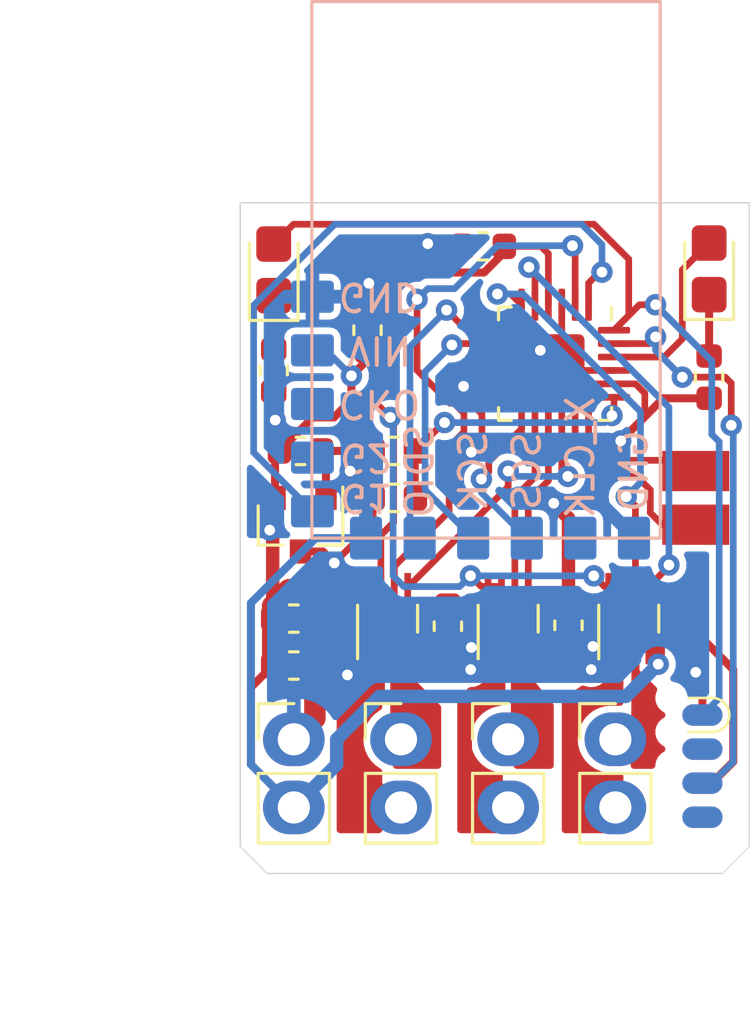
<source format=kicad_pcb>
(kicad_pcb (version 20200625) (host pcbnew "5.99.0-unknown-af8f05d~101~ubuntu18.04.1")

  (general
    (thickness 1.6)
    (drawings 8)
    (tracks 324)
    (modules 25)
    (nets 39)
  )

  (paper "A4")
  (layers
    (0 "F.Cu" signal)
    (31 "B.Cu" signal)
    (32 "B.Adhes" user hide)
    (33 "F.Adhes" user hide)
    (34 "B.Paste" user hide)
    (35 "F.Paste" user hide)
    (36 "B.SilkS" user)
    (37 "F.SilkS" user)
    (38 "B.Mask" user hide)
    (39 "F.Mask" user)
    (40 "Dwgs.User" user)
    (41 "Cmts.User" user hide)
    (42 "Eco1.User" user hide)
    (43 "Eco2.User" user hide)
    (44 "Edge.Cuts" user)
    (45 "Margin" user hide)
    (46 "B.CrtYd" user hide)
    (47 "F.CrtYd" user)
    (48 "B.Fab" user)
    (49 "F.Fab" user)
  )

  (setup
    (stackup
      (layer "F.SilkS" (type "Top Silk Screen"))
      (layer "F.Paste" (type "Top Solder Paste"))
      (layer "F.Mask" (type "Top Solder Mask") (color "Green") (thickness 0.01))
      (layer "F.Cu" (type "copper") (thickness 0.035))
      (layer "dielectric 1" (type "core") (thickness 1.51) (material "FR4") (epsilon_r 4.5) (loss_tangent 0.02))
      (layer "B.Cu" (type "copper") (thickness 0.035))
      (layer "B.Mask" (type "Bottom Solder Mask") (color "Green") (thickness 0.01))
      (layer "B.Paste" (type "Bottom Solder Paste"))
      (layer "B.SilkS" (type "Bottom Silk Screen"))
      (copper_finish "None")
      (dielectric_constraints no)
    )
    (last_trace_width 0.25)
    (user_trace_width 0.3)
    (user_trace_width 0.5)
    (user_trace_width 0.8)
    (trace_clearance 0.2)
    (zone_clearance 0.25)
    (zone_45_only no)
    (trace_min 0.2)
    (clearance_min 0)
    (via_min_annulus 0.05)
    (via_min_size 0.4)
    (through_hole_min 0.3)
    (hole_to_hole_min 0.25)
    (via_size 0.8)
    (via_drill 0.4)
    (uvia_size 0.3)
    (uvia_drill 0.1)
    (uvias_allowed no)
    (uvia_min_size 0.2)
    (uvia_min_drill 0.1)
    (max_error 0.005)
    (defaults
      (edge_clearance 0.01)
      (edge_cuts_line_width 0.05)
      (courtyard_line_width 0.05)
      (copper_line_width 0.2)
      (copper_text_dims (size 1.5 1.5) (thickness 0.3))
      (silk_line_width 0.12)
      (silk_text_dims (size 1 1) (thickness 0.15))
      (fab_layers_line_width 0.1)
      (fab_layers_text_dims (size 1 1) (thickness 0.15))
      (other_layers_line_width 0.1)
      (other_layers_text_dims (size 1 1) (thickness 0.15))
      (dimension_units 0)
      (dimension_precision 1)
    )
    (pad_size 1.524 1.524)
    (pad_drill 0.762)
    (pad_to_mask_clearance 0)
    (visible_elements FFFDFF7F)
    (pcbplotparams
      (layerselection 0x010fc_ffffffff)
      (usegerberextensions false)
      (usegerberattributes true)
      (usegerberadvancedattributes true)
      (creategerberjobfile true)
      (svguseinch false)
      (svgprecision 6)
      (excludeedgelayer true)
      (linewidth 0.100000)
      (plotframeref false)
      (viasonmask false)
      (mode 1)
      (useauxorigin false)
      (hpglpennumber 1)
      (hpglpenspeed 20)
      (hpglpendiameter 15.000000)
      (psnegative false)
      (psa4output false)
      (plotreference true)
      (plotvalue true)
      (plotinvisibletext false)
      (sketchpadsonfab false)
      (subtractmaskfromsilk false)
      (outputformat 1)
      (mirror false)
      (drillshape 1)
      (scaleselection 1)
      (outputdirectory "")
    )
  )

  (net 0 "")
  (net 1 "GND")
  (net 2 "VLOGIC")
  (net 3 "VBAT")
  (net 4 "BLINKY")
  (net 5 "Net-(D1-Pad1)")
  (net 6 "TXDEBUG")
  (net 7 "Net-(D2-Pad1)")
  (net 8 "VSENSE")
  (net 9 "Net-(U1-Pad10)")
  (net 10 "SPI_SCS")
  (net 11 "SPI_SCK")
  (net 12 "SPI_SDIO")
  (net 13 "GIO1")
  (net 14 "Net-(U1-Pad4)")
  (net 15 "Net-(U1-Pad3)")
  (net 16 "Net-(J2-Pad7)")
  (net 17 "UPDI")
  (net 18 "Net-(J2-Pad2)")
  (net 19 "Net-(J2-Pad4)")
  (net 20 "Net-(J2-Pad5)")
  (net 21 "WEAPON2")
  (net 22 "WEAPON3")
  (net 23 "Net-(J5-Pad2)")
  (net 24 "Net-(J5-Pad1)")
  (net 25 "Net-(J6-Pad2)")
  (net 26 "Net-(J6-Pad1)")
  (net 27 "Net-(J7-Pad2)")
  (net 28 "Net-(J7-Pad1)")
  (net 29 "MOTOR1R")
  (net 30 "MOTOR2R")
  (net 31 "MOTOR2F")
  (net 32 "Net-(U3-Pad12)")
  (net 33 "Net-(U3-Pad11)")
  (net 34 "Net-(U3-Pad10)")
  (net 35 "Net-(U3-Pad9)")
  (net 36 "MOTOR3F")
  (net 37 "MOTOR3R")
  (net 38 "MOTOR1F")

  (net_class "Default" "This is the default net class."
    (clearance 0.2)
    (trace_width 0.25)
    (via_dia 0.8)
    (via_drill 0.4)
    (uvia_dia 0.3)
    (uvia_drill 0.1)
    (add_net "BLINKY")
    (add_net "GIO1")
    (add_net "GND")
    (add_net "MOTOR1F")
    (add_net "MOTOR1R")
    (add_net "MOTOR2F")
    (add_net "MOTOR2R")
    (add_net "MOTOR3F")
    (add_net "MOTOR3R")
    (add_net "Net-(D1-Pad1)")
    (add_net "Net-(D2-Pad1)")
    (add_net "Net-(J2-Pad2)")
    (add_net "Net-(J2-Pad4)")
    (add_net "Net-(J2-Pad5)")
    (add_net "Net-(J2-Pad7)")
    (add_net "Net-(J5-Pad1)")
    (add_net "Net-(J5-Pad2)")
    (add_net "Net-(J6-Pad1)")
    (add_net "Net-(J6-Pad2)")
    (add_net "Net-(J7-Pad1)")
    (add_net "Net-(J7-Pad2)")
    (add_net "Net-(U1-Pad10)")
    (add_net "Net-(U1-Pad3)")
    (add_net "Net-(U1-Pad4)")
    (add_net "Net-(U3-Pad10)")
    (add_net "Net-(U3-Pad11)")
    (add_net "Net-(U3-Pad12)")
    (add_net "Net-(U3-Pad9)")
    (add_net "SPI_SCK")
    (add_net "SPI_SCS")
    (add_net "SPI_SDIO")
    (add_net "TXDEBUG")
    (add_net "UPDI")
    (add_net "VBAT")
    (add_net "VLOGIC")
    (add_net "VSENSE")
    (add_net "WEAPON2")
    (add_net "WEAPON3")
  )

  (module "malenki-nanoz:WSON-8-1EP_2x2mm_P0.5mm_HAND1" (layer "F.Cu") (tedit 5E6A4D18) (tstamp 8b5afe0d-8bd8-49e8-a2f9-d52fb6a52bb2)
    (at 159.5 87.5 90)
    (descr "8-Lead Plastic WSON, 2x2mm Body, 0.5mm Pitch, WSON-8, http://www.ti.com/lit/ds/symlink/lm27761.pdf")
    (tags "WSON 8 1EP")
    (path "/00000000-0000-0000-0000-00005e3c9710")
    (attr smd)
    (fp_text reference "U7" (at 0.38 -1.9 90) (layer "F.SilkS") hide
      (effects (font (size 1 1) (thickness 0.15)))
    )
    (fp_text value "DRV8837DSGR" (at 0.01 2.14 90) (layer "F.Fab") hide
      (effects (font (size 1 1) (thickness 0.15)))
    )
    (fp_line (start -1.5 -1.12) (end 0.5 -1.12) (layer "F.SilkS") (width 0.12))
    (fp_line (start 0.5 1.12) (end -0.5 1.12) (layer "F.SilkS") (width 0.12))
    (fp_line (start -1.6 1.25) (end 1.6 1.25) (layer "F.CrtYd") (width 0.05))
    (fp_line (start -1.6 -1.25) (end 1.6 -1.25) (layer "F.CrtYd") (width 0.05))
    (fp_line (start 1.6 -1.25) (end 1.6 1.25) (layer "F.CrtYd") (width 0.05))
    (fp_line (start -1.6 -1.25) (end -1.6 1.25) (layer "F.CrtYd") (width 0.05))
    (fp_line (start -0.5 -1) (end 1 -1) (layer "F.Fab") (width 0.1))
    (fp_line (start 1 -1) (end 1 1) (layer "F.Fab") (width 0.1))
    (fp_line (start 1 1) (end -1 1) (layer "F.Fab") (width 0.1))
    (fp_line (start -1 1) (end -1 -0.5) (layer "F.Fab") (width 0.1))
    (fp_line (start -0.5 -1) (end -1 -0.5) (layer "F.Fab") (width 0.1))
    (fp_text user "${REFERENCE}" (at 0 0 90) (layer "F.Fab") hide
      (effects (font (size 0.7 0.7) (thickness 0.1)))
    )
    (pad "" smd rect (at 0 -0.4 90) (size 0.6 0.65) (layers "F.Paste") (tstamp 5e0b68a1-ac86-43e1-b3f0-fb5d0d224a76))
    (pad "" smd rect (at 0 0.4 90) (size 0.6 0.65) (layers "F.Paste") (tstamp e62cb38f-8a3d-4835-9dc8-4572c8943dca))
    (pad "6" smd rect (at 1.2 0.25 90) (size 1 0.25) (layers "F.Cu" "F.Paste" "F.Mask")
      (net 36 "MOTOR3F") (pinfunction "IN1") (tstamp c67a20ba-f116-4c95-a3d8-f644f13bb455))
    (pad "5" smd rect (at 1.2 0.75 90) (size 1 0.25) (layers "F.Cu" "F.Paste" "F.Mask")
      (net 37 "MOTOR3R") (pinfunction "IN2") (tstamp 5bb5e734-0676-4a43-a522-9f40fe1c377e))
    (pad "4" smd rect (at -1.2 0.75 90) (size 1 0.25) (layers "F.Cu" "F.Paste" "F.Mask")
      (net 1 "GND") (pinfunction "GND") (tstamp 2ff93c3c-419d-488e-bf37-80b370f740c5))
    (pad "2" smd rect (at -1.2 -0.25 90) (size 1 0.25) (layers "F.Cu" "F.Paste" "F.Mask")
      (net 27 "Net-(J7-Pad2)") (pinfunction "OUT1") (tstamp f84d6e4c-5263-4f76-b3b0-c115e2c01649))
    (pad "1" smd rect (at -1.2 -0.75 90) (size 1 0.25) (layers "F.Cu" "F.Paste" "F.Mask")
      (net 3 "VBAT") (pinfunction "VM") (tstamp 2ff56fe0-a726-45c7-9524-c372409f412c))
    (pad "9" smd rect (at 0 0 90) (size 0.8 1.6) (layers "F.Cu" "F.Mask")
      (net 1 "GND") (pinfunction "GND") (tstamp d707f3c9-82e8-425a-a0ad-58a889503dba))
    (pad "8" smd rect (at 1.2 -0.75 90) (size 1 0.25) (layers "F.Cu" "F.Paste" "F.Mask")
      (net 2 "VLOGIC") (pinfunction "VCC") (tstamp f8fcf7cf-b52a-44fb-b694-3d70fa737ec9))
    (pad "7" smd rect (at 1.2 -0.25 90) (size 1 0.25) (layers "F.Cu" "F.Paste" "F.Mask")
      (net 2 "VLOGIC") (pinfunction "~SLEEP") (tstamp 8dda535a-2554-4ec5-bf86-76cbfd038745))
    (pad "3" smd rect (at -1.2 0.25 90) (size 1 0.25) (layers "F.Cu" "F.Paste" "F.Mask")
      (net 28 "Net-(J7-Pad1)") (pinfunction "OUT2") (tstamp 0a56f6d2-07e2-4149-a997-ebd62fa03e4d))
    (model "${KISYS3DMOD}/Package_SON.3dshapes/WSON-8-1EP_2x2mm_P0.5mm_EP0.9x1.6mm.wrl"
      (at (xyz 0 0 0))
      (scale (xyz 1 1 1))
      (rotate (xyz 0 0 0))
    )
  )

  (module "malenki-nanoz:WSON-8-1EP_2x2mm_P0.5mm_HAND1" (layer "F.Cu") (tedit 5E6A4D18) (tstamp b817356d-6bd1-42d3-820d-bed077b9ec22)
    (at 155 87.5 90)
    (descr "8-Lead Plastic WSON, 2x2mm Body, 0.5mm Pitch, WSON-8, http://www.ti.com/lit/ds/symlink/lm27761.pdf")
    (tags "WSON 8 1EP")
    (path "/00000000-0000-0000-0000-00005e3b805f")
    (attr smd)
    (fp_text reference "U6" (at 0.38 -1.9 90) (layer "F.SilkS") hide
      (effects (font (size 1 1) (thickness 0.15)))
    )
    (fp_text value "DRV8837DSGR" (at 0.01 2.14 90) (layer "F.Fab") hide
      (effects (font (size 1 1) (thickness 0.15)))
    )
    (fp_line (start -1.5 -1.12) (end 0.5 -1.12) (layer "F.SilkS") (width 0.12))
    (fp_line (start 0.5 1.12) (end -0.5 1.12) (layer "F.SilkS") (width 0.12))
    (fp_line (start -1.6 1.25) (end 1.6 1.25) (layer "F.CrtYd") (width 0.05))
    (fp_line (start -1.6 -1.25) (end 1.6 -1.25) (layer "F.CrtYd") (width 0.05))
    (fp_line (start 1.6 -1.25) (end 1.6 1.25) (layer "F.CrtYd") (width 0.05))
    (fp_line (start -1.6 -1.25) (end -1.6 1.25) (layer "F.CrtYd") (width 0.05))
    (fp_line (start -0.5 -1) (end 1 -1) (layer "F.Fab") (width 0.1))
    (fp_line (start 1 -1) (end 1 1) (layer "F.Fab") (width 0.1))
    (fp_line (start 1 1) (end -1 1) (layer "F.Fab") (width 0.1))
    (fp_line (start -1 1) (end -1 -0.5) (layer "F.Fab") (width 0.1))
    (fp_line (start -0.5 -1) (end -1 -0.5) (layer "F.Fab") (width 0.1))
    (fp_text user "${REFERENCE}" (at 0 0 90) (layer "F.Fab") hide
      (effects (font (size 0.7 0.7) (thickness 0.1)))
    )
    (pad "" smd rect (at 0 -0.4 90) (size 0.6 0.65) (layers "F.Paste") (tstamp 5e0b68a1-ac86-43e1-b3f0-fb5d0d224a76))
    (pad "" smd rect (at 0 0.4 90) (size 0.6 0.65) (layers "F.Paste") (tstamp e62cb38f-8a3d-4835-9dc8-4572c8943dca))
    (pad "6" smd rect (at 1.2 0.25 90) (size 1 0.25) (layers "F.Cu" "F.Paste" "F.Mask")
      (net 31 "MOTOR2F") (pinfunction "IN1") (tstamp c67a20ba-f116-4c95-a3d8-f644f13bb455))
    (pad "5" smd rect (at 1.2 0.75 90) (size 1 0.25) (layers "F.Cu" "F.Paste" "F.Mask")
      (net 30 "MOTOR2R") (pinfunction "IN2") (tstamp 5bb5e734-0676-4a43-a522-9f40fe1c377e))
    (pad "4" smd rect (at -1.2 0.75 90) (size 1 0.25) (layers "F.Cu" "F.Paste" "F.Mask")
      (net 1 "GND") (pinfunction "GND") (tstamp 2ff93c3c-419d-488e-bf37-80b370f740c5))
    (pad "2" smd rect (at -1.2 -0.25 90) (size 1 0.25) (layers "F.Cu" "F.Paste" "F.Mask")
      (net 25 "Net-(J6-Pad2)") (pinfunction "OUT1") (tstamp f84d6e4c-5263-4f76-b3b0-c115e2c01649))
    (pad "1" smd rect (at -1.2 -0.75 90) (size 1 0.25) (layers "F.Cu" "F.Paste" "F.Mask")
      (net 3 "VBAT") (pinfunction "VM") (tstamp 2ff56fe0-a726-45c7-9524-c372409f412c))
    (pad "9" smd rect (at 0 0 90) (size 0.8 1.6) (layers "F.Cu" "F.Mask")
      (net 1 "GND") (pinfunction "GND") (tstamp d707f3c9-82e8-425a-a0ad-58a889503dba))
    (pad "8" smd rect (at 1.2 -0.75 90) (size 1 0.25) (layers "F.Cu" "F.Paste" "F.Mask")
      (net 2 "VLOGIC") (pinfunction "VCC") (tstamp f8fcf7cf-b52a-44fb-b694-3d70fa737ec9))
    (pad "7" smd rect (at 1.2 -0.25 90) (size 1 0.25) (layers "F.Cu" "F.Paste" "F.Mask")
      (net 2 "VLOGIC") (pinfunction "~SLEEP") (tstamp 8dda535a-2554-4ec5-bf86-76cbfd038745))
    (pad "3" smd rect (at -1.2 0.25 90) (size 1 0.25) (layers "F.Cu" "F.Paste" "F.Mask")
      (net 26 "Net-(J6-Pad1)") (pinfunction "OUT2") (tstamp 0a56f6d2-07e2-4149-a997-ebd62fa03e4d))
    (model "${KISYS3DMOD}/Package_SON.3dshapes/WSON-8-1EP_2x2mm_P0.5mm_EP0.9x1.6mm.wrl"
      (at (xyz 0 0 0))
      (scale (xyz 1 1 1))
      (rotate (xyz 0 0 0))
    )
  )

  (module "malenki-nanoz:WSON-8-1EP_2x2mm_P0.5mm_HAND1" (layer "F.Cu") (tedit 5E6A4D18) (tstamp 294c3f89-0a0a-4920-9d45-68360c8c4143)
    (at 150.5 87.5 90)
    (descr "8-Lead Plastic WSON, 2x2mm Body, 0.5mm Pitch, WSON-8, http://www.ti.com/lit/ds/symlink/lm27761.pdf")
    (tags "WSON 8 1EP")
    (path "/00000000-0000-0000-0000-00005e3afae0")
    (attr smd)
    (fp_text reference "U5" (at 0.38 -1.9 90) (layer "F.SilkS") hide
      (effects (font (size 1 1) (thickness 0.15)))
    )
    (fp_text value "DRV8837DSGR" (at 0.01 2.14 90) (layer "F.Fab") hide
      (effects (font (size 1 1) (thickness 0.15)))
    )
    (fp_line (start -1.5 -1.12) (end 0.5 -1.12) (layer "F.SilkS") (width 0.12))
    (fp_line (start 0.5 1.12) (end -0.5 1.12) (layer "F.SilkS") (width 0.12))
    (fp_line (start -1.6 1.25) (end 1.6 1.25) (layer "F.CrtYd") (width 0.05))
    (fp_line (start -1.6 -1.25) (end 1.6 -1.25) (layer "F.CrtYd") (width 0.05))
    (fp_line (start 1.6 -1.25) (end 1.6 1.25) (layer "F.CrtYd") (width 0.05))
    (fp_line (start -1.6 -1.25) (end -1.6 1.25) (layer "F.CrtYd") (width 0.05))
    (fp_line (start -0.5 -1) (end 1 -1) (layer "F.Fab") (width 0.1))
    (fp_line (start 1 -1) (end 1 1) (layer "F.Fab") (width 0.1))
    (fp_line (start 1 1) (end -1 1) (layer "F.Fab") (width 0.1))
    (fp_line (start -1 1) (end -1 -0.5) (layer "F.Fab") (width 0.1))
    (fp_line (start -0.5 -1) (end -1 -0.5) (layer "F.Fab") (width 0.1))
    (fp_text user "${REFERENCE}" (at 0 0 90) (layer "F.Fab") hide
      (effects (font (size 0.7 0.7) (thickness 0.1)))
    )
    (pad "" smd rect (at 0 -0.4 90) (size 0.6 0.65) (layers "F.Paste") (tstamp 5e0b68a1-ac86-43e1-b3f0-fb5d0d224a76))
    (pad "" smd rect (at 0 0.4 90) (size 0.6 0.65) (layers "F.Paste") (tstamp e62cb38f-8a3d-4835-9dc8-4572c8943dca))
    (pad "6" smd rect (at 1.2 0.25 90) (size 1 0.25) (layers "F.Cu" "F.Paste" "F.Mask")
      (net 38 "MOTOR1F") (pinfunction "IN1") (tstamp c67a20ba-f116-4c95-a3d8-f644f13bb455))
    (pad "5" smd rect (at 1.2 0.75 90) (size 1 0.25) (layers "F.Cu" "F.Paste" "F.Mask")
      (net 29 "MOTOR1R") (pinfunction "IN2") (tstamp 5bb5e734-0676-4a43-a522-9f40fe1c377e))
    (pad "4" smd rect (at -1.2 0.75 90) (size 1 0.25) (layers "F.Cu" "F.Paste" "F.Mask")
      (net 1 "GND") (pinfunction "GND") (tstamp 2ff93c3c-419d-488e-bf37-80b370f740c5))
    (pad "2" smd rect (at -1.2 -0.25 90) (size 1 0.25) (layers "F.Cu" "F.Paste" "F.Mask")
      (net 23 "Net-(J5-Pad2)") (pinfunction "OUT1") (tstamp f84d6e4c-5263-4f76-b3b0-c115e2c01649))
    (pad "1" smd rect (at -1.2 -0.75 90) (size 1 0.25) (layers "F.Cu" "F.Paste" "F.Mask")
      (net 3 "VBAT") (pinfunction "VM") (tstamp 2ff56fe0-a726-45c7-9524-c372409f412c))
    (pad "9" smd rect (at 0 0 90) (size 0.8 1.6) (layers "F.Cu" "F.Mask")
      (net 1 "GND") (pinfunction "GND") (tstamp d707f3c9-82e8-425a-a0ad-58a889503dba))
    (pad "8" smd rect (at 1.2 -0.75 90) (size 1 0.25) (layers "F.Cu" "F.Paste" "F.Mask")
      (net 2 "VLOGIC") (pinfunction "VCC") (tstamp f8fcf7cf-b52a-44fb-b694-3d70fa737ec9))
    (pad "7" smd rect (at 1.2 -0.25 90) (size 1 0.25) (layers "F.Cu" "F.Paste" "F.Mask")
      (net 2 "VLOGIC") (pinfunction "~SLEEP") (tstamp 8dda535a-2554-4ec5-bf86-76cbfd038745))
    (pad "3" smd rect (at -1.2 0.25 90) (size 1 0.25) (layers "F.Cu" "F.Paste" "F.Mask")
      (net 24 "Net-(J5-Pad1)") (pinfunction "OUT2") (tstamp 0a56f6d2-07e2-4149-a997-ebd62fa03e4d))
    (model "${KISYS3DMOD}/Package_SON.3dshapes/WSON-8-1EP_2x2mm_P0.5mm_EP0.9x1.6mm.wrl"
      (at (xyz 0 0 0))
      (scale (xyz 1 1 1))
      (rotate (xyz 0 0 0))
    )
  )

  (module "malenki-nanoz:qfn24-hand1" (layer "F.Cu") (tedit 5E5CC863) (tstamp 3d525ab9-cdb8-4e5b-b87c-b183fc936131)
    (at 156.75 78 -90)
    (descr "QFN, 24 Pin (http://ww1.microchip.com/downloads/en/PackagingSpec/00000049BQ.pdf#page=278), generated with kicad-footprint-generator ipc_dfn_qfn_generator.py")
    (tags "QFN DFN_QFN")
    (path "/00000000-0000-0000-0000-00005dc45560")
    (attr smd)
    (fp_text reference "U3" (at 0 -3.3 90) (layer "F.SilkS") hide
      (effects (font (size 1 1) (thickness 0.15)))
    )
    (fp_text value "ATtiny1617-M" (at 0 3.3 90) (layer "F.Fab") hide
      (effects (font (size 1 1) (thickness 0.15)))
    )
    (fp_text user "${REFERENCE}" (at 0 0 90) (layer "F.Fab") hide
      (effects (font (size 1 1) (thickness 0.15)))
    )
    (fp_line (start 2.6 -2.6) (end -2.6 -2.6) (layer "F.CrtYd") (width 0.05))
    (fp_line (start 2.6 2.6) (end 2.6 -2.6) (layer "F.CrtYd") (width 0.05))
    (fp_line (start -2.6 2.6) (end 2.6 2.6) (layer "F.CrtYd") (width 0.05))
    (fp_line (start -2.6 -2.6) (end -2.6 2.6) (layer "F.CrtYd") (width 0.05))
    (fp_line (start -2 -1) (end -1 -2) (layer "F.Fab") (width 0.1))
    (fp_line (start -2 2) (end -2 -1) (layer "F.Fab") (width 0.1))
    (fp_line (start 2 2) (end -2 2) (layer "F.Fab") (width 0.1))
    (fp_line (start 2 -2) (end 2 2) (layer "F.Fab") (width 0.1))
    (fp_line (start -1 -2) (end 2 -2) (layer "F.Fab") (width 0.1))
    (fp_line (start -1.635 -2.11) (end -2.11 -2.11) (layer "F.SilkS") (width 0.12))
    (fp_line (start 2.11 2.11) (end 2.11 1.635) (layer "F.SilkS") (width 0.12))
    (fp_line (start 1.635 2.11) (end 2.11 2.11) (layer "F.SilkS") (width 0.12))
    (fp_line (start -2.11 2.11) (end -2.11 1.635) (layer "F.SilkS") (width 0.12))
    (fp_line (start -1.635 2.11) (end -2.11 2.11) (layer "F.SilkS") (width 0.12))
    (fp_line (start 2.11 -2.11) (end 2.11 -1.635) (layer "F.SilkS") (width 0.12))
    (fp_line (start 1.635 -2.11) (end 2.11 -2.11) (layer "F.SilkS") (width 0.12))
    (pad "24" smd roundrect (at -1.25 -2.2 270) (size 0.25 1.2) (layers "F.Cu" "F.Paste" "F.Mask") (roundrect_rratio 0.25)
      (net 6 "TXDEBUG") (pinfunction "PA1") (tstamp a464fe73-fe3f-4edb-a3b0-de510b8dba9e))
    (pad "23" smd roundrect (at -0.75 -2.2 270) (size 0.25 1.2) (layers "F.Cu" "F.Paste" "F.Mask") (roundrect_rratio 0.25)
      (net 17 "UPDI") (pinfunction "~RESET~/PA0") (tstamp aa06e6d2-f352-4c2d-b58c-8a2a136298f5))
    (pad "22" smd roundrect (at -0.25 -2.2 270) (size 0.25 1.2) (layers "F.Cu" "F.Paste" "F.Mask") (roundrect_rratio 0.25)
      (net 4 "BLINKY") (pinfunction "PC5") (tstamp adf5c6a4-8974-484f-91c2-a7a8bf0e3360))
    (pad "21" smd roundrect (at 0.25 -2.2 270) (size 0.25 1.2) (layers "F.Cu" "F.Paste" "F.Mask") (roundrect_rratio 0.25)
      (net 1 "GND") (pinfunction "PC4") (tstamp 59489906-aa69-4c7b-a023-4e92f8e65283))
    (pad "20" smd roundrect (at 0.75 -2.2 270) (size 0.25 1.2) (layers "F.Cu" "F.Paste" "F.Mask") (roundrect_rratio 0.25)
      (net 1 "GND") (pinfunction "PC3") (tstamp 16690f04-66b4-40d4-aa8f-9d4fe3ec561d))
    (pad "19" smd roundrect (at 1.25 -2.2 270) (size 0.25 1.2) (layers "F.Cu" "F.Paste" "F.Mask") (roundrect_rratio 0.25)
      (net 8 "VSENSE") (pinfunction "PC2") (tstamp 0b48e4a6-a113-4661-b829-396538038551))
    (pad "18" smd roundrect (at 2.2 -1.25 270) (size 1.2 0.25) (layers "F.Cu" "F.Paste" "F.Mask") (roundrect_rratio 0.25)
      (net 22 "WEAPON3") (pinfunction "PC1") (tstamp 7901143c-5665-4d1e-9375-4c4a5e98345c))
    (pad "17" smd roundrect (at 2.2 -0.75 270) (size 1.2 0.25) (layers "F.Cu" "F.Paste" "F.Mask") (roundrect_rratio 0.25)
      (net 21 "WEAPON2") (pinfunction "PC0") (tstamp 5d372703-2a42-4d72-9d67-fffe1802d2a7))
    (pad "16" smd roundrect (at 2.2 -0.25 270) (size 1.2 0.25) (layers "F.Cu" "F.Paste" "F.Mask") (roundrect_rratio 0.25)
      (net 29 "MOTOR1R") (pinfunction "PB0") (tstamp d8d0082b-024d-4d26-b0ad-23f2f2169c11))
    (pad "15" smd roundrect (at 2.2 0.25 270) (size 1.2 0.25) (layers "F.Cu" "F.Paste" "F.Mask") (roundrect_rratio 0.25)
      (net 30 "MOTOR2R") (pinfunction "PB1") (tstamp 90b481f6-872f-431d-a7a3-66b200ce2198))
    (pad "14" smd roundrect (at 2.2 0.75 270) (size 1.2 0.25) (layers "F.Cu" "F.Paste" "F.Mask") (roundrect_rratio 0.25)
      (net 31 "MOTOR2F") (pinfunction "PB2") (tstamp c1c76e99-a4dd-4eca-85ad-2f0c170de96d))
    (pad "13" smd roundrect (at 2.2 1.25 270) (size 1.2 0.25) (layers "F.Cu" "F.Paste" "F.Mask") (roundrect_rratio 0.25)
      (net 10 "SPI_SCS") (pinfunction "PB3") (tstamp be5dabe4-20f1-4f60-9406-1f61dc24d8f6))
    (pad "12" smd roundrect (at 1.25 2.2 270) (size 0.25 1.2) (layers "F.Cu" "F.Paste" "F.Mask") (roundrect_rratio 0.25)
      (net 32 "Net-(U3-Pad12)") (pinfunction "PB4") (tstamp 9394f601-07ce-40b1-832d-958dae20d8d7))
    (pad "11" smd roundrect (at 0.75 2.2 270) (size 0.25 1.2) (layers "F.Cu" "F.Paste" "F.Mask") (roundrect_rratio 0.25)
      (net 33 "Net-(U3-Pad11)") (pinfunction "PB5") (tstamp e62a4925-35af-4c75-8c44-902aa46f9319))
    (pad "10" smd roundrect (at 0.25 2.2 270) (size 0.25 1.2) (layers "F.Cu" "F.Paste" "F.Mask") (roundrect_rratio 0.25)
      (net 34 "Net-(U3-Pad10)") (pinfunction "PB6") (tstamp adf2af3f-688b-4eba-ba82-db4bb59ace3f))
    (pad "9" smd roundrect (at -0.25 2.2 270) (size 0.25 1.2) (layers "F.Cu" "F.Paste" "F.Mask") (roundrect_rratio 0.25)
      (net 35 "Net-(U3-Pad9)") (pinfunction "PB7") (tstamp 10a673c2-4264-4c9d-8e9c-af041523f1ef))
    (pad "8" smd roundrect (at -0.75 2.2 270) (size 0.25 1.2) (layers "F.Cu" "F.Paste" "F.Mask") (roundrect_rratio 0.25)
      (net 11 "SPI_SCK") (pinfunction "PA7") (tstamp 4350c195-281b-40c7-8c0b-e33201c5023f))
    (pad "7" smd roundrect (at -1.25 2.2 270) (size 0.25 1.2) (layers "F.Cu" "F.Paste" "F.Mask") (roundrect_rratio 0.25)
      (net 12 "SPI_SDIO") (pinfunction "PA6") (tstamp 02aa8c5f-d630-43d2-9cc6-c0fe688b2fd1))
    (pad "6" smd roundrect (at -2.2 1.25 270) (size 1.2 0.25) (layers "F.Cu" "F.Paste" "F.Mask") (roundrect_rratio 0.25)
      (net 36 "MOTOR3F") (pinfunction "PA5") (tstamp f004df3d-1ef4-4212-bb6e-f530b19e0b74))
    (pad "5" smd roundrect (at -2.2 0.75 270) (size 1.2 0.25) (layers "F.Cu" "F.Paste" "F.Mask") (roundrect_rratio 0.25)
      (net 37 "MOTOR3R") (pinfunction "PA4") (tstamp 03e4853a-4132-4de9-88c5-bc5f9d772da4))
    (pad "4" smd roundrect (at -2.2 0.25 270) (size 1.2 0.25) (layers "F.Cu" "F.Paste" "F.Mask") (roundrect_rratio 0.25)
      (net 2 "VLOGIC") (pinfunction "VCC") (tstamp 5f284ca6-bbf4-4c83-9d7f-4992c45c0e80))
    (pad "3" smd roundrect (at -2.2 -0.25 270) (size 1.2 0.25) (layers "F.Cu" "F.Paste" "F.Mask") (roundrect_rratio 0.25)
      (net 1 "GND") (pinfunction "GND") (tstamp d3cac949-2c3d-488e-ad5f-aa422509455d))
    (pad "2" smd roundrect (at -2.2 -0.75 270) (size 1.2 0.25) (layers "F.Cu" "F.Paste" "F.Mask") (roundrect_rratio 0.25)
      (net 38 "MOTOR1F") (pinfunction "PA3") (tstamp f7ee6bda-b497-4e24-85c7-541331548d5d))
    (pad "1" smd roundrect (at -2.2 -1.25 270) (size 1.2 0.25) (layers "F.Cu" "F.Paste" "F.Mask") (roundrect_rratio 0.25)
      (net 13 "GIO1") (pinfunction "PA2") (tstamp 6626a630-1742-495c-8b32-7c7565e0b53f))
    (pad "" smd roundrect (at 0.65 0.65 270) (size 0.8 0.8) (layers "F.Paste") (roundrect_rratio 0.238) (tstamp e91f8e96-dc9c-40d5-b0a2-4e2c654547c9))
    (pad "" smd roundrect (at 0.65 -0.65 270) (size 0.8 0.8) (layers "F.Paste") (roundrect_rratio 0.238) (tstamp 59db238d-d100-4400-be0e-2723b479031d))
    (pad "" smd roundrect (at -0.65 0.65 270) (size 0.8 0.8) (layers "F.Paste") (roundrect_rratio 0.238) (tstamp a9a94d81-6790-4d22-ac77-f1cecce99073))
    (pad "" smd roundrect (at -0.65 -0.65 270) (size 0.8 0.8) (layers "F.Paste") (roundrect_rratio 0.238) (tstamp 791ce6b9-4798-4175-8c72-d2335bba45cd))
    (pad "25" smd roundrect (at 0 0 270) (size 2.2 2.2) (layers "F.Cu" "F.Mask") (roundrect_rratio 0.096)
      (net 1 "GND") (pinfunction "GND") (tstamp 77c1c0be-15c8-40bc-984e-b3998ffec56e))
    (model "${KISYS3DMOD}/Package_DFN_QFN.3dshapes/QFN-24-1EP_4x4mm_P0.5mm_EP2.6x2.6mm.wrl"
      (at (xyz 0 0 0))
      (scale (xyz 1 1 1))
      (rotate (xyz 0 0 0))
    )
  )

  (module "malenki-nanoz:PinHeader_1x02_P2.54mm_BIG1" (layer "F.Cu") (tedit 5E3C58FB) (tstamp 142e8331-38e1-45a3-b471-5e88a642d2f3)
    (at 159 92)
    (descr "Through hole straight pin header, 1x02, 2.54mm pitch, single row")
    (tags "Through hole pin header THT 1x02 2.54mm single row")
    (path "/00000000-0000-0000-0000-00005cddf0ab")
    (fp_text reference "J7" (at 0 -2.33) (layer "F.SilkS") hide
      (effects (font (size 1 1) (thickness 0.15)))
    )
    (fp_text value "Conn_01x02_Male" (at 0 4.87) (layer "F.Fab") hide
      (effects (font (size 1 1) (thickness 0.15)))
    )
    (fp_line (start -0.635 -1.27) (end 1.27 -1.27) (layer "F.Fab") (width 0.1))
    (fp_line (start 1.27 -1.27) (end 1.27 3.81) (layer "F.Fab") (width 0.1))
    (fp_line (start 1.27 3.81) (end -1.27 3.81) (layer "F.Fab") (width 0.1))
    (fp_line (start -1.27 3.81) (end -1.27 -0.635) (layer "F.Fab") (width 0.1))
    (fp_line (start -1.27 -0.635) (end -0.635 -1.27) (layer "F.Fab") (width 0.1))
    (fp_line (start -1.33 3.87) (end 1.33 3.87) (layer "F.SilkS") (width 0.12))
    (fp_line (start -1.33 1.27) (end -1.33 3.87) (layer "F.SilkS") (width 0.12))
    (fp_line (start 1.33 1.27) (end 1.33 3.87) (layer "F.SilkS") (width 0.12))
    (fp_line (start -1.33 1.27) (end 1.33 1.27) (layer "F.SilkS") (width 0.12))
    (fp_line (start -1.33 0) (end -1.33 -1.33) (layer "F.SilkS") (width 0.12))
    (fp_line (start -1.33 -1.33) (end 0 -1.33) (layer "F.SilkS") (width 0.12))
    (fp_line (start -1.8 -1.8) (end -1.8 4.35) (layer "F.CrtYd") (width 0.05))
    (fp_line (start -1.8 4.35) (end 1.8 4.35) (layer "F.CrtYd") (width 0.05))
    (fp_line (start 1.8 4.35) (end 1.8 -1.8) (layer "F.CrtYd") (width 0.05))
    (fp_line (start 1.8 -1.8) (end -1.8 -1.8) (layer "F.CrtYd") (width 0.05))
    (fp_text user "${REFERENCE}" (at 0 1.27 90) (layer "F.Fab") hide
      (effects (font (size 1 1) (thickness 0.15)))
    )
    (pad "2" thru_hole oval (at 0 2.54) (size 2.3 2) (drill 1.2) (layers *.Cu *.Mask)
      (net 27 "Net-(J7-Pad2)") (pinfunction "Pin_2") (tstamp b49712e7-0162-4e4e-b450-892977bd1b88))
    (pad "1" thru_hole oval (at 0 0) (size 2.3 2) (drill 1.2) (layers *.Cu *.Mask)
      (net 28 "Net-(J7-Pad1)") (pinfunction "Pin_1") (tstamp cd0769f7-c7d0-432d-806a-42ab5c8a6ddb))
    (model "${KISYS3DMOD}/Connector_PinHeader_2.54mm.3dshapes/PinHeader_1x02_P2.54mm_Vertical.wrl"
      (at (xyz 0 0 0))
      (scale (xyz 1 1 1))
      (rotate (xyz 0 0 0))
    )
  )

  (module "malenki-nanoz:PinHeader_1x02_P2.54mm_BIG1" (layer "F.Cu") (tedit 5E3C58FB) (tstamp b27bd9fe-ab1b-4ba6-813a-5e51866caa37)
    (at 155 92)
    (descr "Through hole straight pin header, 1x02, 2.54mm pitch, single row")
    (tags "Through hole pin header THT 1x02 2.54mm single row")
    (path "/00000000-0000-0000-0000-00005cddd942")
    (fp_text reference "J6" (at 0 -2.33) (layer "F.SilkS") hide
      (effects (font (size 1 1) (thickness 0.15)))
    )
    (fp_text value "Conn_01x02_Male" (at 0 4.87) (layer "F.Fab") hide
      (effects (font (size 1 1) (thickness 0.15)))
    )
    (fp_line (start -0.635 -1.27) (end 1.27 -1.27) (layer "F.Fab") (width 0.1))
    (fp_line (start 1.27 -1.27) (end 1.27 3.81) (layer "F.Fab") (width 0.1))
    (fp_line (start 1.27 3.81) (end -1.27 3.81) (layer "F.Fab") (width 0.1))
    (fp_line (start -1.27 3.81) (end -1.27 -0.635) (layer "F.Fab") (width 0.1))
    (fp_line (start -1.27 -0.635) (end -0.635 -1.27) (layer "F.Fab") (width 0.1))
    (fp_line (start -1.33 3.87) (end 1.33 3.87) (layer "F.SilkS") (width 0.12))
    (fp_line (start -1.33 1.27) (end -1.33 3.87) (layer "F.SilkS") (width 0.12))
    (fp_line (start 1.33 1.27) (end 1.33 3.87) (layer "F.SilkS") (width 0.12))
    (fp_line (start -1.33 1.27) (end 1.33 1.27) (layer "F.SilkS") (width 0.12))
    (fp_line (start -1.33 0) (end -1.33 -1.33) (layer "F.SilkS") (width 0.12))
    (fp_line (start -1.33 -1.33) (end 0 -1.33) (layer "F.SilkS") (width 0.12))
    (fp_line (start -1.8 -1.8) (end -1.8 4.35) (layer "F.CrtYd") (width 0.05))
    (fp_line (start -1.8 4.35) (end 1.8 4.35) (layer "F.CrtYd") (width 0.05))
    (fp_line (start 1.8 4.35) (end 1.8 -1.8) (layer "F.CrtYd") (width 0.05))
    (fp_line (start 1.8 -1.8) (end -1.8 -1.8) (layer "F.CrtYd") (width 0.05))
    (fp_text user "${REFERENCE}" (at 0 1.27 90) (layer "F.Fab") hide
      (effects (font (size 1 1) (thickness 0.15)))
    )
    (pad "2" thru_hole oval (at 0 2.54) (size 2.3 2) (drill 1.2) (layers *.Cu *.Mask)
      (net 25 "Net-(J6-Pad2)") (pinfunction "Pin_2") (tstamp b49712e7-0162-4e4e-b450-892977bd1b88))
    (pad "1" thru_hole oval (at 0 0) (size 2.3 2) (drill 1.2) (layers *.Cu *.Mask)
      (net 26 "Net-(J6-Pad1)") (pinfunction "Pin_1") (tstamp cd0769f7-c7d0-432d-806a-42ab5c8a6ddb))
    (model "${KISYS3DMOD}/Connector_PinHeader_2.54mm.3dshapes/PinHeader_1x02_P2.54mm_Vertical.wrl"
      (at (xyz 0 0 0))
      (scale (xyz 1 1 1))
      (rotate (xyz 0 0 0))
    )
  )

  (module "malenki-nanoz:PinHeader_1x02_P2.54mm_BIG1" (layer "F.Cu") (tedit 5E3C58FB) (tstamp 23fa7275-f2b5-4fec-aee2-72d5c9010c4d)
    (at 151 92)
    (descr "Through hole straight pin header, 1x02, 2.54mm pitch, single row")
    (tags "Through hole pin header THT 1x02 2.54mm single row")
    (path "/00000000-0000-0000-0000-00005cdd8946")
    (fp_text reference "J5" (at 0 -2.33) (layer "F.SilkS") hide
      (effects (font (size 1 1) (thickness 0.15)))
    )
    (fp_text value "Conn_01x02_Male" (at 0 4.87) (layer "F.Fab") hide
      (effects (font (size 1 1) (thickness 0.15)))
    )
    (fp_line (start -0.635 -1.27) (end 1.27 -1.27) (layer "F.Fab") (width 0.1))
    (fp_line (start 1.27 -1.27) (end 1.27 3.81) (layer "F.Fab") (width 0.1))
    (fp_line (start 1.27 3.81) (end -1.27 3.81) (layer "F.Fab") (width 0.1))
    (fp_line (start -1.27 3.81) (end -1.27 -0.635) (layer "F.Fab") (width 0.1))
    (fp_line (start -1.27 -0.635) (end -0.635 -1.27) (layer "F.Fab") (width 0.1))
    (fp_line (start -1.33 3.87) (end 1.33 3.87) (layer "F.SilkS") (width 0.12))
    (fp_line (start -1.33 1.27) (end -1.33 3.87) (layer "F.SilkS") (width 0.12))
    (fp_line (start 1.33 1.27) (end 1.33 3.87) (layer "F.SilkS") (width 0.12))
    (fp_line (start -1.33 1.27) (end 1.33 1.27) (layer "F.SilkS") (width 0.12))
    (fp_line (start -1.33 0) (end -1.33 -1.33) (layer "F.SilkS") (width 0.12))
    (fp_line (start -1.33 -1.33) (end 0 -1.33) (layer "F.SilkS") (width 0.12))
    (fp_line (start -1.8 -1.8) (end -1.8 4.35) (layer "F.CrtYd") (width 0.05))
    (fp_line (start -1.8 4.35) (end 1.8 4.35) (layer "F.CrtYd") (width 0.05))
    (fp_line (start 1.8 4.35) (end 1.8 -1.8) (layer "F.CrtYd") (width 0.05))
    (fp_line (start 1.8 -1.8) (end -1.8 -1.8) (layer "F.CrtYd") (width 0.05))
    (fp_text user "${REFERENCE}" (at 0 1.27 90) (layer "F.Fab") hide
      (effects (font (size 1 1) (thickness 0.15)))
    )
    (pad "2" thru_hole oval (at 0 2.54) (size 2.3 2) (drill 1.2) (layers *.Cu *.Mask)
      (net 23 "Net-(J5-Pad2)") (pinfunction "Pin_2") (tstamp b49712e7-0162-4e4e-b450-892977bd1b88))
    (pad "1" thru_hole oval (at 0 0) (size 2.3 2) (drill 1.2) (layers *.Cu *.Mask)
      (net 24 "Net-(J5-Pad1)") (pinfunction "Pin_1") (tstamp cd0769f7-c7d0-432d-806a-42ab5c8a6ddb))
    (model "${KISYS3DMOD}/Connector_PinHeader_2.54mm.3dshapes/PinHeader_1x02_P2.54mm_Vertical.wrl"
      (at (xyz 0 0 0))
      (scale (xyz 1 1 1))
      (rotate (xyz 0 0 0))
    )
  )

  (module "malenki-nanoz:wirepad_2" (layer "F.Cu") (tedit 5E6A3E2B) (tstamp fa4f0426-925d-4ece-a376-6b0f7903e622)
    (at 162 83 -90)
    (path "/00000000-0000-0000-0000-00005e29e95e")
    (attr smd)
    (fp_text reference "J3" (at 0 -2.2 -90 unlocked) (layer "F.SilkS") hide
      (effects (font (size 1 1) (thickness 0.15)))
    )
    (fp_text value "Conn_01x02" (at 0 1.8 -90 unlocked) (layer "F.Fab") hide
      (effects (font (size 1 1) (thickness 0.15)))
    )
    (pad "2" smd rect (at 1 0 270) (size 1.5 2.5) (layers "F.Cu" "F.Mask")
      (net 21 "WEAPON2") (pinfunction "Pin_2") (tstamp d8acfaba-4bef-4356-9769-378e15173c4e))
    (pad "1" smd rect (at -1 0 270) (size 1.5 2.5) (layers "F.Cu" "F.Mask")
      (net 22 "WEAPON3") (pinfunction "Pin_1") (tstamp 2aa3d326-7142-48ca-8ed5-8c161e46a468))
  )

  (module "malenki-nanoz:SOIC_clipProgSmall" (layer "F.Cu") (tedit 5C59A3E2) (tstamp aad76ab5-3c9a-4365-9b9a-4c6a81a3593d)
    (at 163 93 90)
    (path "/5a5b1f0f-d496-49e4-b158-32d62e6a3d40")
    (fp_text reference "J2" (at 0 -3.302 90) (layer "F.SilkS") hide
      (effects (font (size 1 1) (thickness 0.15)))
    )
    (fp_text value "Conn_01x08_Male" (at 0.127 1.397 90) (layer "F.Fab") hide
      (effects (font (size 1 1) (thickness 0.15)))
    )
    (fp_line (start -3.175 -2.54) (end -3.175 0.381) (layer "F.Fab") (width 0.1))
    (fp_line (start 3.175 0.381) (end 3.175 -2.54) (layer "F.Fab") (width 0.1))
    (fp_line (start 3.175 -2.54) (end -3.175 -2.54) (layer "F.Fab") (width 0.1))
    (fp_line (start -3.81 0.381) (end 3.81 0.381) (layer "F.Fab") (width 0.1))
    (fp_arc (start 1.905 -0.381) (end 2.54 -0.381) (angle 180) (layer "F.SilkS") (width 0.1))
    (fp_line (start 2.54 -0.381) (end 2.54 -1.27) (layer "F.SilkS") (width 0.1))
    (fp_line (start 1.27 -0.381) (end 1.27 -1.27) (layer "F.SilkS") (width 0.1))
    (pad "" np_thru_hole circle (at 2.54 -1.905 90) (size 0.7 0.7) (drill 0.7) (layers *.Cu *.Mask) (tstamp c37dbddd-dff0-4756-9cf6-291baddc3d0a))
    (pad "" np_thru_hole circle (at 1.27 -1.905 90) (size 0.7 0.7) (drill 0.7) (layers *.Cu *.Mask) (tstamp cb19bd02-9e90-47f5-9cd5-c2a950f0d1d1))
    (pad "" np_thru_hole circle (at 0 -1.905 90) (size 0.7 0.7) (drill 0.7) (layers *.Cu *.Mask) (tstamp 31c13351-53b2-4f25-946f-e3a45b7cb51d))
    (pad "" np_thru_hole circle (at -1.27 -1.905 90) (size 0.7 0.7) (drill 0.7) (layers *.Cu *.Mask) (tstamp 3c19410d-88c1-4afe-a3f2-4cdbe582c77b))
    (pad "" np_thru_hole circle (at -2.54 -1.905 90) (size 0.7 0.7) (drill 0.7) (layers *.Cu *.Mask) (tstamp 000ac104-76d5-4302-a40a-e8d89f982f90))
    (pad "8" smd oval (at 1.905 -0.75 90) (size 0.8 1.5) (layers "B.Cu" "B.Mask")
      (net 6 "TXDEBUG") (pinfunction "Pin_8") (tstamp eb10dc97-c999-4046-b57b-b7c424057c0d))
    (pad "7" smd oval (at 0.635 -0.75 90) (size 0.8 1.5) (layers "B.Cu" "B.Mask")
      (net 16 "Net-(J2-Pad7)") (pinfunction "Pin_7") (tstamp 4e63b16a-f83f-42cc-8a58-d6df5c4eb911))
    (pad "6" smd oval (at -0.635 -0.75 90) (size 0.8 1.5) (layers "B.Cu" "B.Mask")
      (net 17 "UPDI") (pinfunction "Pin_6") (tstamp 7e21626d-1a0d-4b44-87ec-89fe451b1df3))
    (pad "1" smd oval (at 1.905 -0.75 90) (size 0.8 1.5) (layers "F.Cu" "F.Mask")
      (net 3 "VBAT") (pinfunction "Pin_1") (tstamp d7335283-f4c9-4529-b2db-c32f34036520))
    (pad "2" smd oval (at 0.635 -0.75 90) (size 0.8 1.5) (layers "F.Cu" "F.Mask")
      (net 18 "Net-(J2-Pad2)") (pinfunction "Pin_2") (tstamp eacde2b3-651e-4cf1-a812-5e4ade3bdebf))
    (pad "3" smd oval (at -0.635 -0.75 90) (size 0.8 1.5) (layers "F.Cu" "F.Mask")
      (net 1 "GND") (pinfunction "Pin_3") (tstamp 0309e748-504b-4a2e-be09-c06343122504))
    (pad "4" smd oval (at -1.905 -0.75 90) (size 0.8 1.5) (layers "F.Cu" "F.Mask")
      (net 19 "Net-(J2-Pad4)") (pinfunction "Pin_4") (tstamp 32e62541-1593-44ac-9e41-06edd93ef63e))
    (pad "5" smd oval (at -1.905 -0.75 90) (size 0.8 1.5) (layers "B.Cu" "B.Mask")
      (net 20 "Net-(J2-Pad5)") (pinfunction "Pin_5") (tstamp de067a57-fed4-4507-9b0b-1965f63759d6))
  )

  (module "malenki-nanoz:PinHeader_1x02_P2.54mm_BIG1" (layer "F.Cu") (tedit 5E3C58FB) (tstamp bd73ce92-a69f-4fed-8860-39c71b90242b)
    (at 147 92)
    (descr "Through hole straight pin header, 1x02, 2.54mm pitch, single row")
    (tags "Through hole pin header THT 1x02 2.54mm single row")
    (path "/00000000-0000-0000-0000-00005cdc3c93")
    (fp_text reference "J1" (at 0 -2.33) (layer "F.SilkS") hide
      (effects (font (size 1 1) (thickness 0.15)))
    )
    (fp_text value "Conn_01x02_Male" (at 0 4.87) (layer "F.Fab") hide
      (effects (font (size 1 1) (thickness 0.15)))
    )
    (fp_line (start -0.635 -1.27) (end 1.27 -1.27) (layer "F.Fab") (width 0.1))
    (fp_line (start 1.27 -1.27) (end 1.27 3.81) (layer "F.Fab") (width 0.1))
    (fp_line (start 1.27 3.81) (end -1.27 3.81) (layer "F.Fab") (width 0.1))
    (fp_line (start -1.27 3.81) (end -1.27 -0.635) (layer "F.Fab") (width 0.1))
    (fp_line (start -1.27 -0.635) (end -0.635 -1.27) (layer "F.Fab") (width 0.1))
    (fp_line (start -1.33 3.87) (end 1.33 3.87) (layer "F.SilkS") (width 0.12))
    (fp_line (start -1.33 1.27) (end -1.33 3.87) (layer "F.SilkS") (width 0.12))
    (fp_line (start 1.33 1.27) (end 1.33 3.87) (layer "F.SilkS") (width 0.12))
    (fp_line (start -1.33 1.27) (end 1.33 1.27) (layer "F.SilkS") (width 0.12))
    (fp_line (start -1.33 0) (end -1.33 -1.33) (layer "F.SilkS") (width 0.12))
    (fp_line (start -1.33 -1.33) (end 0 -1.33) (layer "F.SilkS") (width 0.12))
    (fp_line (start -1.8 -1.8) (end -1.8 4.35) (layer "F.CrtYd") (width 0.05))
    (fp_line (start -1.8 4.35) (end 1.8 4.35) (layer "F.CrtYd") (width 0.05))
    (fp_line (start 1.8 4.35) (end 1.8 -1.8) (layer "F.CrtYd") (width 0.05))
    (fp_line (start 1.8 -1.8) (end -1.8 -1.8) (layer "F.CrtYd") (width 0.05))
    (fp_text user "${REFERENCE}" (at 0 1.27 90) (layer "F.Fab") hide
      (effects (font (size 1 1) (thickness 0.15)))
    )
    (pad "2" thru_hole oval (at 0 2.54) (size 2.3 2) (drill 1.2) (layers *.Cu *.Mask)
      (net 1 "GND") (pinfunction "Pin_2") (tstamp b49712e7-0162-4e4e-b450-892977bd1b88))
    (pad "1" thru_hole oval (at 0 0) (size 2.3 2) (drill 1.2) (layers *.Cu *.Mask)
      (net 3 "VBAT") (pinfunction "Pin_1") (tstamp cd0769f7-c7d0-432d-806a-42ab5c8a6ddb))
    (model "${KISYS3DMOD}/Connector_PinHeader_2.54mm.3dshapes/PinHeader_1x02_P2.54mm_Vertical.wrl"
      (at (xyz 0 0 0))
      (scale (xyz 1 1 1))
      (rotate (xyz 0 0 0))
    )
  )

  (module "Package_TO_SOT_SMD:SOT-23" (layer "F.Cu") (tedit 5A02FF57) (tstamp 09c89971-afcd-4bdd-8cba-1a2ef27bbf4c)
    (at 147.25 84 -90)
    (descr "SOT-23, Standard")
    (tags "SOT-23")
    (path "/00000000-0000-0000-0000-00005dcb118a")
    (attr smd)
    (fp_text reference "U2" (at 0 -2.5 90) (layer "F.SilkS") hide
      (effects (font (size 1 1) (thickness 0.15)))
    )
    (fp_text value "AIC1734-33GUTR" (at 0 2.5 90) (layer "F.Fab") hide
      (effects (font (size 1 1) (thickness 0.15)))
    )
    (fp_line (start 0.76 1.58) (end -0.7 1.58) (layer "F.SilkS") (width 0.12))
    (fp_line (start 0.76 -1.58) (end -1.4 -1.58) (layer "F.SilkS") (width 0.12))
    (fp_line (start -1.7 1.75) (end -1.7 -1.75) (layer "F.CrtYd") (width 0.05))
    (fp_line (start 1.7 1.75) (end -1.7 1.75) (layer "F.CrtYd") (width 0.05))
    (fp_line (start 1.7 -1.75) (end 1.7 1.75) (layer "F.CrtYd") (width 0.05))
    (fp_line (start -1.7 -1.75) (end 1.7 -1.75) (layer "F.CrtYd") (width 0.05))
    (fp_line (start 0.76 -1.58) (end 0.76 -0.65) (layer "F.SilkS") (width 0.12))
    (fp_line (start 0.76 1.58) (end 0.76 0.65) (layer "F.SilkS") (width 0.12))
    (fp_line (start -0.7 1.52) (end 0.7 1.52) (layer "F.Fab") (width 0.1))
    (fp_line (start 0.7 -1.52) (end 0.7 1.52) (layer "F.Fab") (width 0.1))
    (fp_line (start -0.7 -0.95) (end -0.15 -1.52) (layer "F.Fab") (width 0.1))
    (fp_line (start -0.15 -1.52) (end 0.7 -1.52) (layer "F.Fab") (width 0.1))
    (fp_line (start -0.7 -0.95) (end -0.7 1.5) (layer "F.Fab") (width 0.1))
    (fp_text user "${REFERENCE}" (at 0 0) (layer "F.Fab") hide
      (effects (font (size 0.5 0.5) (thickness 0.075)))
    )
    (pad "3" smd rect (at 1 0 270) (size 0.9 0.8) (layers "F.Cu" "F.Paste" "F.Mask")
      (net 3 "VBAT") (pinfunction "VI") (tstamp 94e33f70-ba20-46c0-bbe4-4a16abc0cb72))
    (pad "2" smd rect (at -1 0.95 270) (size 0.9 0.8) (layers "F.Cu" "F.Paste" "F.Mask")
      (net 2 "VLOGIC") (pinfunction "VO") (tstamp 9d8348b3-92f9-422a-9212-0931c12136e4))
    (pad "1" smd rect (at -1 -0.95 270) (size 0.9 0.8) (layers "F.Cu" "F.Paste" "F.Mask")
      (net 1 "GND") (pinfunction "GND") (tstamp 47848626-0da9-4ccd-94ed-f0508e699e29))
    (model "${KISYS3DMOD}/Package_TO_SOT_SMD.3dshapes/SOT-23.wrl"
      (at (xyz 0 0 0))
      (scale (xyz 1 1 1))
      (rotate (xyz 0 0 0))
    )
  )

  (module "malenki-nanoz:ZM2401PA2" (layer "B.Cu") (tedit 5EFC586A) (tstamp 90dcaa26-5224-4501-a302-7f5ed525a268)
    (at 154.195 74 180)
    (path "/21fce362-5ac9-4eb0-9984-f02ebcb61b51")
    (fp_text reference "U1" (at 0 8 180 unlocked) (layer "B.SilkS") hide
      (effects (font (size 1 1) (thickness 0.15)) (justify mirror))
    )
    (fp_text value "ZM2401PA02" (at 0.5 6 180 unlocked) (layer "B.Fab") hide
      (effects (font (size 1 1) (thickness 0.15)) (justify mirror))
    )
    (fp_rect (start -6.479286 -10.5) (end 6.520714 9.5) (layer "B.SilkS") (width 0.12))
    (fp_text user "X_CLK" (at -3.5 -7.5 90 unlocked) (layer "B.SilkS")
      (effects (font (size 1 1) (thickness 0.15)) (justify mirror))
    )
    (fp_text user "SCS" (at -1.5 -8 90 unlocked) (layer "B.SilkS")
      (effects (font (size 1 1) (thickness 0.15)) (justify mirror))
    )
    (fp_text user "SCK" (at 0.5 -8 90 unlocked) (layer "B.SilkS")
      (effects (font (size 1 1) (thickness 0.15)) (justify mirror))
    )
    (fp_text user "SDIO" (at 2.5 -8 90 unlocked) (layer "B.SilkS")
      (effects (font (size 1 1) (thickness 0.15)) (justify mirror))
    )
    (fp_text user "G1" (at 4.5 -9 180 unlocked) (layer "B.SilkS")
      (effects (font (size 1 1) (thickness 0.15)) (justify mirror))
    )
    (fp_text user "G2" (at 4.5 -7.5 180 unlocked) (layer "B.SilkS")
      (effects (font (size 1 1) (thickness 0.15)) (justify mirror))
    )
    (fp_text user "CKO" (at 4 -5.5 180 unlocked) (layer "B.SilkS")
      (effects (font (size 1 1) (thickness 0.15)) (justify mirror))
    )
    (fp_text user "VIN" (at 4 -3.5 180 unlocked) (layer "B.SilkS")
      (effects (font (size 1 1) (thickness 0.15)) (justify mirror))
    )
    (fp_text user "GND" (at -5.5 -8 90 unlocked) (layer "B.SilkS")
      (effects (font (size 1 1) (thickness 0.15)) (justify mirror))
    )
    (fp_text user "GND" (at 4 -1.5 180 unlocked) (layer "B.SilkS")
      (effects (font (size 1 1) (thickness 0.15)) (justify mirror))
    )
    (fp_line (start 6.5 1.5) (end -6.5 1.5) (layer "B.Fab") (width 0.12))
    (fp_rect (start -6.479286 -10.5) (end 6.520714 9.5) (layer "B.Fab") (width 0.12))
    (fp_text user "${REFERENCE}" (at 0 4 180 unlocked) (layer "B.Fab") hide
      (effects (font (size 1 1) (thickness 0.15)) (justify mirror))
    )
    (pad "11" smd roundrect (at -5.5 -10.5 180) (size 1.2 1.6) (layers "B.Cu" "B.Paste" "B.Mask") (roundrect_rratio 0.125)
      (net 1 "GND") (pinfunction "GND") (tstamp 62574128-b75d-46e5-bbb1-6113e2b46bb1))
    (pad "10" smd roundrect (at -3.5 -10.5 180) (size 1.2 1.6) (layers "B.Cu" "B.Paste" "B.Mask") (roundrect_rratio 0.125)
      (net 9 "Net-(U1-Pad10)") (pinfunction "X_CLK") (tstamp 40836c12-231a-4a96-907d-abb2bd95fbfc))
    (pad "9" smd roundrect (at -1.5 -10.5 180) (size 1.2 1.6) (layers "B.Cu" "B.Paste" "B.Mask") (roundrect_rratio 0.125)
      (net 10 "SPI_SCS") (pinfunction "SCS") (tstamp 00c44615-c12b-4c23-851a-978f6103315f))
    (pad "8" smd roundrect (at 0.5 -10.5 180) (size 1.2 1.6) (layers "B.Cu" "B.Paste" "B.Mask") (roundrect_rratio 0.125)
      (net 11 "SPI_SCK") (pinfunction "SCK") (tstamp 02dd1905-6022-4025-9087-e62137cb16b0))
    (pad "7" smd roundrect (at 2.5 -10.5 180) (size 1.2 1.6) (layers "B.Cu" "B.Paste" "B.Mask") (roundrect_rratio 0.125)
      (net 12 "SPI_SDIO") (pinfunction "SDIO") (tstamp 031515bb-1c24-4a68-bb0b-498f1fba35c5))
    (pad "6" smd roundrect (at 4.5 -10.5 180) (size 1.2 1.6) (layers "B.Cu" "B.Paste" "B.Mask") (roundrect_rratio 0.125)
      (net 1 "GND") (pinfunction "GND") (tstamp 59606242-f06c-4dcd-adde-f351a7f41cce))
    (pad "5" smd roundrect (at 6.5 -9.5 180) (size 1.6 1.2) (layers "B.Cu" "B.Paste" "B.Mask") (roundrect_rratio 0.125)
      (net 13 "GIO1") (pinfunction "GIO1") (tstamp fd15c6f6-09f6-4ae2-8cb3-e3c29f280730))
    (pad "4" smd roundrect (at 6.5 -7.5 180) (size 1.6 1.2) (layers "B.Cu" "B.Paste" "B.Mask") (roundrect_rratio 0.125)
      (net 14 "Net-(U1-Pad4)") (pinfunction "GIO2") (tstamp 067ae041-10f8-4956-8cd9-5f106b765a09))
    (pad "3" smd roundrect (at 6.5 -5.5 180) (size 1.6 1.2) (layers "B.Cu" "B.Paste" "B.Mask") (roundrect_rratio 0.125)
      (net 15 "Net-(U1-Pad3)") (pinfunction "CKO") (tstamp 08b2a8fc-9b55-4d95-9550-8e2d469dcd57))
    (pad "2" smd roundrect (at 6.5 -3.5 180) (size 1.6 1.2) (layers "B.Cu" "B.Paste" "B.Mask") (roundrect_rratio 0.125)
      (net 2 "VLOGIC") (pinfunction "VIN") (tstamp 41c5b309-4cc2-496f-95ac-28dfb7dadf66))
    (pad "1" smd roundrect (at 6.5 -1.5 180) (size 1.6 1.2) (layers "B.Cu" "B.Paste" "B.Mask") (roundrect_rratio 0.125)
      (net 1 "GND") (pinfunction "GND") (tstamp 0c9ebe63-0d34-4640-b144-3bf6a1cd7dca))
  )

  (module "Resistor_SMD:R_0603_1608Metric" (layer "F.Cu") (tedit 5B301BBD) (tstamp 5ffb786f-8121-40c3-b205-e250f9158669)
    (at 150.75 81.25 180)
    (descr "Resistor SMD 0603 (1608 Metric), square (rectangular) end terminal, IPC_7351 nominal, (Body size source: http://www.tortai-tech.com/upload/download/2011102023233369053.pdf), generated with kicad-footprint-generator")
    (tags "resistor")
    (path "/00000000-0000-0000-0000-00005e305615")
    (attr smd)
    (fp_text reference "R4" (at 0 -1.43) (layer "F.SilkS") hide
      (effects (font (size 1 1) (thickness 0.15)))
    )
    (fp_text value "10k" (at 0 1.43) (layer "F.Fab") hide
      (effects (font (size 1 1) (thickness 0.15)))
    )
    (fp_text user "${REFERENCE}" (at 0 0) (layer "F.Fab") hide
      (effects (font (size 0.4 0.4) (thickness 0.06)))
    )
    (fp_line (start 1.48 0.73) (end -1.48 0.73) (layer "F.CrtYd") (width 0.05))
    (fp_line (start 1.48 -0.73) (end 1.48 0.73) (layer "F.CrtYd") (width 0.05))
    (fp_line (start -1.48 -0.73) (end 1.48 -0.73) (layer "F.CrtYd") (width 0.05))
    (fp_line (start -1.48 0.73) (end -1.48 -0.73) (layer "F.CrtYd") (width 0.05))
    (fp_line (start -0.162779 0.51) (end 0.162779 0.51) (layer "F.SilkS") (width 0.12))
    (fp_line (start -0.162779 -0.51) (end 0.162779 -0.51) (layer "F.SilkS") (width 0.12))
    (fp_line (start 0.8 0.4) (end -0.8 0.4) (layer "F.Fab") (width 0.1))
    (fp_line (start 0.8 -0.4) (end 0.8 0.4) (layer "F.Fab") (width 0.1))
    (fp_line (start -0.8 -0.4) (end 0.8 -0.4) (layer "F.Fab") (width 0.1))
    (fp_line (start -0.8 0.4) (end -0.8 -0.4) (layer "F.Fab") (width 0.1))
    (pad "2" smd roundrect (at 0.7875 0 180) (size 0.875 0.95) (layers "F.Cu" "F.Paste" "F.Mask") (roundrect_rratio 0.25)
      (net 1 "GND") (tstamp 8488fd71-8569-454d-bbd1-c564d09fb4e5))
    (pad "1" smd roundrect (at -0.7875 0 180) (size 0.875 0.95) (layers "F.Cu" "F.Paste" "F.Mask") (roundrect_rratio 0.25)
      (net 8 "VSENSE") (tstamp 42e7f1e8-4108-4fb2-9c77-e2692da37bef))
    (model "${KISYS3DMOD}/Resistor_SMD.3dshapes/R_0603_1608Metric.wrl"
      (at (xyz 0 0 0))
      (scale (xyz 1 1 1))
      (rotate (xyz 0 0 0))
    )
  )

  (module "Resistor_SMD:R_0603_1608Metric" (layer "F.Cu") (tedit 5B301BBD) (tstamp b5a4b2e0-7ed2-4b83-a855-1ff8ed66c41c)
    (at 150.75 83)
    (descr "Resistor SMD 0603 (1608 Metric), square (rectangular) end terminal, IPC_7351 nominal, (Body size source: http://www.tortai-tech.com/upload/download/2011102023233369053.pdf), generated with kicad-footprint-generator")
    (tags "resistor")
    (path "/00000000-0000-0000-0000-00005e302abb")
    (attr smd)
    (fp_text reference "R3" (at 0 -1.43) (layer "F.SilkS") hide
      (effects (font (size 1 1) (thickness 0.15)))
    )
    (fp_text value "33k" (at 0 1.43) (layer "F.Fab") hide
      (effects (font (size 1 1) (thickness 0.15)))
    )
    (fp_text user "${REFERENCE}" (at 0 0) (layer "F.Fab") hide
      (effects (font (size 0.4 0.4) (thickness 0.06)))
    )
    (fp_line (start 1.48 0.73) (end -1.48 0.73) (layer "F.CrtYd") (width 0.05))
    (fp_line (start 1.48 -0.73) (end 1.48 0.73) (layer "F.CrtYd") (width 0.05))
    (fp_line (start -1.48 -0.73) (end 1.48 -0.73) (layer "F.CrtYd") (width 0.05))
    (fp_line (start -1.48 0.73) (end -1.48 -0.73) (layer "F.CrtYd") (width 0.05))
    (fp_line (start -0.162779 0.51) (end 0.162779 0.51) (layer "F.SilkS") (width 0.12))
    (fp_line (start -0.162779 -0.51) (end 0.162779 -0.51) (layer "F.SilkS") (width 0.12))
    (fp_line (start 0.8 0.4) (end -0.8 0.4) (layer "F.Fab") (width 0.1))
    (fp_line (start 0.8 -0.4) (end 0.8 0.4) (layer "F.Fab") (width 0.1))
    (fp_line (start -0.8 -0.4) (end 0.8 -0.4) (layer "F.Fab") (width 0.1))
    (fp_line (start -0.8 0.4) (end -0.8 -0.4) (layer "F.Fab") (width 0.1))
    (pad "2" smd roundrect (at 0.7875 0) (size 0.875 0.95) (layers "F.Cu" "F.Paste" "F.Mask") (roundrect_rratio 0.25)
      (net 8 "VSENSE") (tstamp 8488fd71-8569-454d-bbd1-c564d09fb4e5))
    (pad "1" smd roundrect (at -0.7875 0) (size 0.875 0.95) (layers "F.Cu" "F.Paste" "F.Mask") (roundrect_rratio 0.25)
      (net 3 "VBAT") (tstamp 42e7f1e8-4108-4fb2-9c77-e2692da37bef))
    (model "${KISYS3DMOD}/Resistor_SMD.3dshapes/R_0603_1608Metric.wrl"
      (at (xyz 0 0 0))
      (scale (xyz 1 1 1))
      (rotate (xyz 0 0 0))
    )
  )

  (module "Resistor_SMD:R_0603_1608Metric" (layer "F.Cu") (tedit 5B301BBD) (tstamp 54bf8dd0-9b28-46b4-b202-f3a999d04571)
    (at 146.25 78.25 -90)
    (descr "Resistor SMD 0603 (1608 Metric), square (rectangular) end terminal, IPC_7351 nominal, (Body size source: http://www.tortai-tech.com/upload/download/2011102023233369053.pdf), generated with kicad-footprint-generator")
    (tags "resistor")
    (path "/00000000-0000-0000-0000-00005d6ab858")
    (attr smd)
    (fp_text reference "R2" (at 0 -1.43 90) (layer "F.SilkS") hide
      (effects (font (size 1 1) (thickness 0.15)))
    )
    (fp_text value "220R" (at 0 1.43 90) (layer "F.Fab") hide
      (effects (font (size 1 1) (thickness 0.15)))
    )
    (fp_text user "${REFERENCE}" (at 0 0 90) (layer "F.Fab") hide
      (effects (font (size 0.4 0.4) (thickness 0.06)))
    )
    (fp_line (start 1.48 0.73) (end -1.48 0.73) (layer "F.CrtYd") (width 0.05))
    (fp_line (start 1.48 -0.73) (end 1.48 0.73) (layer "F.CrtYd") (width 0.05))
    (fp_line (start -1.48 -0.73) (end 1.48 -0.73) (layer "F.CrtYd") (width 0.05))
    (fp_line (start -1.48 0.73) (end -1.48 -0.73) (layer "F.CrtYd") (width 0.05))
    (fp_line (start -0.162779 0.51) (end 0.162779 0.51) (layer "F.SilkS") (width 0.12))
    (fp_line (start -0.162779 -0.51) (end 0.162779 -0.51) (layer "F.SilkS") (width 0.12))
    (fp_line (start 0.8 0.4) (end -0.8 0.4) (layer "F.Fab") (width 0.1))
    (fp_line (start 0.8 -0.4) (end 0.8 0.4) (layer "F.Fab") (width 0.1))
    (fp_line (start -0.8 -0.4) (end 0.8 -0.4) (layer "F.Fab") (width 0.1))
    (fp_line (start -0.8 0.4) (end -0.8 -0.4) (layer "F.Fab") (width 0.1))
    (pad "2" smd roundrect (at 0.7875 0 270) (size 0.875 0.95) (layers "F.Cu" "F.Paste" "F.Mask") (roundrect_rratio 0.25)
      (net 1 "GND") (tstamp 8488fd71-8569-454d-bbd1-c564d09fb4e5))
    (pad "1" smd roundrect (at -0.7875 0 270) (size 0.875 0.95) (layers "F.Cu" "F.Paste" "F.Mask") (roundrect_rratio 0.25)
      (net 7 "Net-(D2-Pad1)") (tstamp 42e7f1e8-4108-4fb2-9c77-e2692da37bef))
    (model "${KISYS3DMOD}/Resistor_SMD.3dshapes/R_0603_1608Metric.wrl"
      (at (xyz 0 0 0))
      (scale (xyz 1 1 1))
      (rotate (xyz 0 0 0))
    )
  )

  (module "Resistor_SMD:R_0603_1608Metric" (layer "F.Cu") (tedit 5B301BBD) (tstamp 84dbb696-64b0-4423-b956-96de61bf3926)
    (at 162.5 78.5 -90)
    (descr "Resistor SMD 0603 (1608 Metric), square (rectangular) end terminal, IPC_7351 nominal, (Body size source: http://www.tortai-tech.com/upload/download/2011102023233369053.pdf), generated with kicad-footprint-generator")
    (tags "resistor")
    (path "/00000000-0000-0000-0000-00005cdd24a6")
    (attr smd)
    (fp_text reference "R1" (at 0 -1.43 90) (layer "F.SilkS") hide
      (effects (font (size 1 1) (thickness 0.15)))
    )
    (fp_text value "220R" (at 0 1.43 90) (layer "F.Fab") hide
      (effects (font (size 1 1) (thickness 0.15)))
    )
    (fp_text user "${REFERENCE}" (at 0 0 90) (layer "F.Fab") hide
      (effects (font (size 0.4 0.4) (thickness 0.06)))
    )
    (fp_line (start 1.48 0.73) (end -1.48 0.73) (layer "F.CrtYd") (width 0.05))
    (fp_line (start 1.48 -0.73) (end 1.48 0.73) (layer "F.CrtYd") (width 0.05))
    (fp_line (start -1.48 -0.73) (end 1.48 -0.73) (layer "F.CrtYd") (width 0.05))
    (fp_line (start -1.48 0.73) (end -1.48 -0.73) (layer "F.CrtYd") (width 0.05))
    (fp_line (start -0.162779 0.51) (end 0.162779 0.51) (layer "F.SilkS") (width 0.12))
    (fp_line (start -0.162779 -0.51) (end 0.162779 -0.51) (layer "F.SilkS") (width 0.12))
    (fp_line (start 0.8 0.4) (end -0.8 0.4) (layer "F.Fab") (width 0.1))
    (fp_line (start 0.8 -0.4) (end 0.8 0.4) (layer "F.Fab") (width 0.1))
    (fp_line (start -0.8 -0.4) (end 0.8 -0.4) (layer "F.Fab") (width 0.1))
    (fp_line (start -0.8 0.4) (end -0.8 -0.4) (layer "F.Fab") (width 0.1))
    (pad "2" smd roundrect (at 0.7875 0 270) (size 0.875 0.95) (layers "F.Cu" "F.Paste" "F.Mask") (roundrect_rratio 0.25)
      (net 1 "GND") (tstamp 8488fd71-8569-454d-bbd1-c564d09fb4e5))
    (pad "1" smd roundrect (at -0.7875 0 270) (size 0.875 0.95) (layers "F.Cu" "F.Paste" "F.Mask") (roundrect_rratio 0.25)
      (net 5 "Net-(D1-Pad1)") (tstamp 42e7f1e8-4108-4fb2-9c77-e2692da37bef))
    (model "${KISYS3DMOD}/Resistor_SMD.3dshapes/R_0603_1608Metric.wrl"
      (at (xyz 0 0 0))
      (scale (xyz 1 1 1))
      (rotate (xyz 0 0 0))
    )
  )

  (module "LED_SMD:LED_0805_2012Metric_Castellated" (layer "F.Cu") (tedit 5B36C52C) (tstamp cd0f9763-3989-474f-81bb-6bd2e44b180a)
    (at 146.25 74.5 90)
    (descr "LED SMD 0805 (2012 Metric), castellated end terminal, IPC_7351 nominal, (Body size source: https://docs.google.com/spreadsheets/d/1BsfQQcO9C6DZCsRaXUlFlo91Tg2WpOkGARC1WS5S8t0/edit?usp=sharing), generated with kicad-footprint-generator")
    (tags "LED castellated")
    (path "/00000000-0000-0000-0000-00005d6ab864")
    (attr smd)
    (fp_text reference "D2" (at 0 -1.6 90) (layer "F.SilkS") hide
      (effects (font (size 1 1) (thickness 0.15)))
    )
    (fp_text value "LED Red" (at 0 1.6 90) (layer "F.Fab") hide
      (effects (font (size 1 1) (thickness 0.15)))
    )
    (fp_text user "${REFERENCE}" (at 0 0 90) (layer "F.Fab") hide
      (effects (font (size 0.5 0.5) (thickness 0.08)))
    )
    (fp_line (start 1.88 0.9) (end -1.88 0.9) (layer "F.CrtYd") (width 0.05))
    (fp_line (start 1.88 -0.9) (end 1.88 0.9) (layer "F.CrtYd") (width 0.05))
    (fp_line (start -1.88 -0.9) (end 1.88 -0.9) (layer "F.CrtYd") (width 0.05))
    (fp_line (start -1.88 0.9) (end -1.88 -0.9) (layer "F.CrtYd") (width 0.05))
    (fp_line (start -1.885 0.91) (end 1 0.91) (layer "F.SilkS") (width 0.12))
    (fp_line (start -1.885 -0.91) (end -1.885 0.91) (layer "F.SilkS") (width 0.12))
    (fp_line (start 1 -0.91) (end -1.885 -0.91) (layer "F.SilkS") (width 0.12))
    (fp_line (start 1 0.6) (end 1 -0.6) (layer "F.Fab") (width 0.1))
    (fp_line (start -1 0.6) (end 1 0.6) (layer "F.Fab") (width 0.1))
    (fp_line (start -1 -0.3) (end -1 0.6) (layer "F.Fab") (width 0.1))
    (fp_line (start -0.7 -0.6) (end -1 -0.3) (layer "F.Fab") (width 0.1))
    (fp_line (start 1 -0.6) (end -0.7 -0.6) (layer "F.Fab") (width 0.1))
    (pad "2" smd roundrect (at 0.9625 0 90) (size 1.325 1.3) (layers "F.Cu" "F.Paste" "F.Mask") (roundrect_rratio 0.192308)
      (net 6 "TXDEBUG") (pinfunction "A") (tstamp 7bc911cb-ac4b-4c5e-9787-2c683718bcdb))
    (pad "1" smd roundrect (at -0.9625 0 90) (size 1.325 1.3) (layers "F.Cu" "F.Paste" "F.Mask") (roundrect_rratio 0.192308)
      (net 7 "Net-(D2-Pad1)") (pinfunction "K") (tstamp 7cd71237-11d7-42b7-840b-015b424c6eaa))
    (model "${KISYS3DMOD}/LED_SMD.3dshapes/LED_0805_2012Metric_Castellated.wrl"
      (at (xyz 0 0 0))
      (scale (xyz 1 1 1))
      (rotate (xyz 0 0 0))
    )
  )

  (module "LED_SMD:LED_0805_2012Metric_Castellated" (layer "F.Cu") (tedit 5B36C52C) (tstamp 965c6740-7425-4928-b62a-5aab65868464)
    (at 162.5 74.4625 90)
    (descr "LED SMD 0805 (2012 Metric), castellated end terminal, IPC_7351 nominal, (Body size source: https://docs.google.com/spreadsheets/d/1BsfQQcO9C6DZCsRaXUlFlo91Tg2WpOkGARC1WS5S8t0/edit?usp=sharing), generated with kicad-footprint-generator")
    (tags "LED castellated")
    (path "/00000000-0000-0000-0000-00005cdd2ed4")
    (attr smd)
    (fp_text reference "D1" (at 0 -1.6 90) (layer "F.SilkS") hide
      (effects (font (size 1 1) (thickness 0.15)))
    )
    (fp_text value "LED Blue" (at 0 1.6 90) (layer "F.Fab") hide
      (effects (font (size 1 1) (thickness 0.15)))
    )
    (fp_text user "${REFERENCE}" (at 0 0 90) (layer "F.Fab") hide
      (effects (font (size 0.5 0.5) (thickness 0.08)))
    )
    (fp_line (start 1.88 0.9) (end -1.88 0.9) (layer "F.CrtYd") (width 0.05))
    (fp_line (start 1.88 -0.9) (end 1.88 0.9) (layer "F.CrtYd") (width 0.05))
    (fp_line (start -1.88 -0.9) (end 1.88 -0.9) (layer "F.CrtYd") (width 0.05))
    (fp_line (start -1.88 0.9) (end -1.88 -0.9) (layer "F.CrtYd") (width 0.05))
    (fp_line (start -1.885 0.91) (end 1 0.91) (layer "F.SilkS") (width 0.12))
    (fp_line (start -1.885 -0.91) (end -1.885 0.91) (layer "F.SilkS") (width 0.12))
    (fp_line (start 1 -0.91) (end -1.885 -0.91) (layer "F.SilkS") (width 0.12))
    (fp_line (start 1 0.6) (end 1 -0.6) (layer "F.Fab") (width 0.1))
    (fp_line (start -1 0.6) (end 1 0.6) (layer "F.Fab") (width 0.1))
    (fp_line (start -1 -0.3) (end -1 0.6) (layer "F.Fab") (width 0.1))
    (fp_line (start -0.7 -0.6) (end -1 -0.3) (layer "F.Fab") (width 0.1))
    (fp_line (start 1 -0.6) (end -0.7 -0.6) (layer "F.Fab") (width 0.1))
    (pad "2" smd roundrect (at 0.9625 0 90) (size 1.325 1.3) (layers "F.Cu" "F.Paste" "F.Mask") (roundrect_rratio 0.192308)
      (net 4 "BLINKY") (pinfunction "A") (tstamp 7bc911cb-ac4b-4c5e-9787-2c683718bcdb))
    (pad "1" smd roundrect (at -0.9625 0 90) (size 1.325 1.3) (layers "F.Cu" "F.Paste" "F.Mask") (roundrect_rratio 0.192308)
      (net 5 "Net-(D1-Pad1)") (pinfunction "K") (tstamp 7cd71237-11d7-42b7-840b-015b424c6eaa))
    (model "${KISYS3DMOD}/LED_SMD.3dshapes/LED_0805_2012Metric_Castellated.wrl"
      (at (xyz 0 0 0))
      (scale (xyz 1 1 1))
      (rotate (xyz 0 0 0))
    )
  )

  (module "Capacitor_SMD:C_0603_1608Metric" (layer "F.Cu") (tedit 5B301BBE) (tstamp 09c23233-dd96-4e8f-b5db-7c1fbf003f20)
    (at 157.25 87.75 90)
    (descr "Capacitor SMD 0603 (1608 Metric), square (rectangular) end terminal, IPC_7351 nominal, (Body size source: http://www.tortai-tech.com/upload/download/2011102023233369053.pdf), generated with kicad-footprint-generator")
    (tags "capacitor")
    (path "/00000000-0000-0000-0000-00005e3c96fb")
    (attr smd)
    (fp_text reference "C7" (at 0 -1.43 90) (layer "F.SilkS") hide
      (effects (font (size 1 1) (thickness 0.15)))
    )
    (fp_text value "10uF" (at 0 1.43 90) (layer "F.Fab") hide
      (effects (font (size 1 1) (thickness 0.15)))
    )
    (fp_text user "${REFERENCE}" (at 0 0 90) (layer "F.Fab") hide
      (effects (font (size 0.4 0.4) (thickness 0.06)))
    )
    (fp_line (start 1.48 0.73) (end -1.48 0.73) (layer "F.CrtYd") (width 0.05))
    (fp_line (start 1.48 -0.73) (end 1.48 0.73) (layer "F.CrtYd") (width 0.05))
    (fp_line (start -1.48 -0.73) (end 1.48 -0.73) (layer "F.CrtYd") (width 0.05))
    (fp_line (start -1.48 0.73) (end -1.48 -0.73) (layer "F.CrtYd") (width 0.05))
    (fp_line (start -0.162779 0.51) (end 0.162779 0.51) (layer "F.SilkS") (width 0.12))
    (fp_line (start -0.162779 -0.51) (end 0.162779 -0.51) (layer "F.SilkS") (width 0.12))
    (fp_line (start 0.8 0.4) (end -0.8 0.4) (layer "F.Fab") (width 0.1))
    (fp_line (start 0.8 -0.4) (end 0.8 0.4) (layer "F.Fab") (width 0.1))
    (fp_line (start -0.8 -0.4) (end 0.8 -0.4) (layer "F.Fab") (width 0.1))
    (fp_line (start -0.8 0.4) (end -0.8 -0.4) (layer "F.Fab") (width 0.1))
    (pad "2" smd roundrect (at 0.7875 0 90) (size 0.875 0.95) (layers "F.Cu" "F.Paste" "F.Mask") (roundrect_rratio 0.25)
      (net 1 "GND") (tstamp d189462e-c7f9-4060-afac-01dd3b25e90c))
    (pad "1" smd roundrect (at -0.7875 0 90) (size 0.875 0.95) (layers "F.Cu" "F.Paste" "F.Mask") (roundrect_rratio 0.25)
      (net 3 "VBAT") (tstamp f8e7ba39-c3fa-4912-b8c4-9178a512e888))
    (model "${KISYS3DMOD}/Capacitor_SMD.3dshapes/C_0603_1608Metric.wrl"
      (at (xyz 0 0 0))
      (scale (xyz 1 1 1))
      (rotate (xyz 0 0 0))
    )
  )

  (module "Capacitor_SMD:C_0603_1608Metric" (layer "F.Cu") (tedit 5B301BBE) (tstamp c9ae6d71-52f0-4529-a2c4-4a2c5ee23ec8)
    (at 152.75 87.7875 90)
    (descr "Capacitor SMD 0603 (1608 Metric), square (rectangular) end terminal, IPC_7351 nominal, (Body size source: http://www.tortai-tech.com/upload/download/2011102023233369053.pdf), generated with kicad-footprint-generator")
    (tags "capacitor")
    (path "/00000000-0000-0000-0000-00005e3b803a")
    (attr smd)
    (fp_text reference "C6" (at 0 -1.43 90) (layer "F.SilkS") hide
      (effects (font (size 1 1) (thickness 0.15)))
    )
    (fp_text value "10uF" (at 0 1.43 90) (layer "F.Fab") hide
      (effects (font (size 1 1) (thickness 0.15)))
    )
    (fp_text user "${REFERENCE}" (at 0 0 90) (layer "F.Fab") hide
      (effects (font (size 0.4 0.4) (thickness 0.06)))
    )
    (fp_line (start 1.48 0.73) (end -1.48 0.73) (layer "F.CrtYd") (width 0.05))
    (fp_line (start 1.48 -0.73) (end 1.48 0.73) (layer "F.CrtYd") (width 0.05))
    (fp_line (start -1.48 -0.73) (end 1.48 -0.73) (layer "F.CrtYd") (width 0.05))
    (fp_line (start -1.48 0.73) (end -1.48 -0.73) (layer "F.CrtYd") (width 0.05))
    (fp_line (start -0.162779 0.51) (end 0.162779 0.51) (layer "F.SilkS") (width 0.12))
    (fp_line (start -0.162779 -0.51) (end 0.162779 -0.51) (layer "F.SilkS") (width 0.12))
    (fp_line (start 0.8 0.4) (end -0.8 0.4) (layer "F.Fab") (width 0.1))
    (fp_line (start 0.8 -0.4) (end 0.8 0.4) (layer "F.Fab") (width 0.1))
    (fp_line (start -0.8 -0.4) (end 0.8 -0.4) (layer "F.Fab") (width 0.1))
    (fp_line (start -0.8 0.4) (end -0.8 -0.4) (layer "F.Fab") (width 0.1))
    (pad "2" smd roundrect (at 0.7875 0 90) (size 0.875 0.95) (layers "F.Cu" "F.Paste" "F.Mask") (roundrect_rratio 0.25)
      (net 1 "GND") (tstamp d189462e-c7f9-4060-afac-01dd3b25e90c))
    (pad "1" smd roundrect (at -0.7875 0 90) (size 0.875 0.95) (layers "F.Cu" "F.Paste" "F.Mask") (roundrect_rratio 0.25)
      (net 3 "VBAT") (tstamp f8e7ba39-c3fa-4912-b8c4-9178a512e888))
    (model "${KISYS3DMOD}/Capacitor_SMD.3dshapes/C_0603_1608Metric.wrl"
      (at (xyz 0 0 0))
      (scale (xyz 1 1 1))
      (rotate (xyz 0 0 0))
    )
  )

  (module "Capacitor_SMD:C_0603_1608Metric" (layer "F.Cu") (tedit 5B301BBE) (tstamp 3a76bd2e-d3b3-475b-9dc4-ad9bf148cc18)
    (at 147 87.5 180)
    (descr "Capacitor SMD 0603 (1608 Metric), square (rectangular) end terminal, IPC_7351 nominal, (Body size source: http://www.tortai-tech.com/upload/download/2011102023233369053.pdf), generated with kicad-footprint-generator")
    (tags "capacitor")
    (path "/00000000-0000-0000-0000-00005cdd5c99")
    (attr smd)
    (fp_text reference "C5" (at 0 -1.43) (layer "F.SilkS") hide
      (effects (font (size 1 1) (thickness 0.15)))
    )
    (fp_text value "10uF" (at 0 1.43) (layer "F.Fab") hide
      (effects (font (size 1 1) (thickness 0.15)))
    )
    (fp_text user "${REFERENCE}" (at 0 0) (layer "F.Fab") hide
      (effects (font (size 0.4 0.4) (thickness 0.06)))
    )
    (fp_line (start 1.48 0.73) (end -1.48 0.73) (layer "F.CrtYd") (width 0.05))
    (fp_line (start 1.48 -0.73) (end 1.48 0.73) (layer "F.CrtYd") (width 0.05))
    (fp_line (start -1.48 -0.73) (end 1.48 -0.73) (layer "F.CrtYd") (width 0.05))
    (fp_line (start -1.48 0.73) (end -1.48 -0.73) (layer "F.CrtYd") (width 0.05))
    (fp_line (start -0.162779 0.51) (end 0.162779 0.51) (layer "F.SilkS") (width 0.12))
    (fp_line (start -0.162779 -0.51) (end 0.162779 -0.51) (layer "F.SilkS") (width 0.12))
    (fp_line (start 0.8 0.4) (end -0.8 0.4) (layer "F.Fab") (width 0.1))
    (fp_line (start 0.8 -0.4) (end 0.8 0.4) (layer "F.Fab") (width 0.1))
    (fp_line (start -0.8 -0.4) (end 0.8 -0.4) (layer "F.Fab") (width 0.1))
    (fp_line (start -0.8 0.4) (end -0.8 -0.4) (layer "F.Fab") (width 0.1))
    (pad "2" smd roundrect (at 0.7875 0 180) (size 0.875 0.95) (layers "F.Cu" "F.Paste" "F.Mask") (roundrect_rratio 0.25)
      (net 1 "GND") (tstamp d189462e-c7f9-4060-afac-01dd3b25e90c))
    (pad "1" smd roundrect (at -0.7875 0 180) (size 0.875 0.95) (layers "F.Cu" "F.Paste" "F.Mask") (roundrect_rratio 0.25)
      (net 3 "VBAT") (tstamp f8e7ba39-c3fa-4912-b8c4-9178a512e888))
    (model "${KISYS3DMOD}/Capacitor_SMD.3dshapes/C_0603_1608Metric.wrl"
      (at (xyz 0 0 0))
      (scale (xyz 1 1 1))
      (rotate (xyz 0 0 0))
    )
  )

  (module "Capacitor_SMD:C_0603_1608Metric" (layer "F.Cu") (tedit 5B301BBE) (tstamp 16a5195f-fb33-4f4e-8847-317b3f03ec82)
    (at 154.069971 73.623338 180)
    (descr "Capacitor SMD 0603 (1608 Metric), square (rectangular) end terminal, IPC_7351 nominal, (Body size source: http://www.tortai-tech.com/upload/download/2011102023233369053.pdf), generated with kicad-footprint-generator")
    (tags "capacitor")
    (path "/00000000-0000-0000-0000-00005cdc5ad8")
    (attr smd)
    (fp_text reference "C4" (at 0 -1.43) (layer "F.SilkS") hide
      (effects (font (size 1 1) (thickness 0.15)))
    )
    (fp_text value "0.1uF" (at 0 1.43) (layer "F.Fab") hide
      (effects (font (size 1 1) (thickness 0.15)))
    )
    (fp_text user "${REFERENCE}" (at 0 0) (layer "F.Fab") hide
      (effects (font (size 0.4 0.4) (thickness 0.06)))
    )
    (fp_line (start 1.48 0.73) (end -1.48 0.73) (layer "F.CrtYd") (width 0.05))
    (fp_line (start 1.48 -0.73) (end 1.48 0.73) (layer "F.CrtYd") (width 0.05))
    (fp_line (start -1.48 -0.73) (end 1.48 -0.73) (layer "F.CrtYd") (width 0.05))
    (fp_line (start -1.48 0.73) (end -1.48 -0.73) (layer "F.CrtYd") (width 0.05))
    (fp_line (start -0.162779 0.51) (end 0.162779 0.51) (layer "F.SilkS") (width 0.12))
    (fp_line (start -0.162779 -0.51) (end 0.162779 -0.51) (layer "F.SilkS") (width 0.12))
    (fp_line (start 0.8 0.4) (end -0.8 0.4) (layer "F.Fab") (width 0.1))
    (fp_line (start 0.8 -0.4) (end 0.8 0.4) (layer "F.Fab") (width 0.1))
    (fp_line (start -0.8 -0.4) (end 0.8 -0.4) (layer "F.Fab") (width 0.1))
    (fp_line (start -0.8 0.4) (end -0.8 -0.4) (layer "F.Fab") (width 0.1))
    (pad "2" smd roundrect (at 0.7875 0 180) (size 0.875 0.95) (layers "F.Cu" "F.Paste" "F.Mask") (roundrect_rratio 0.25)
      (net 1 "GND") (tstamp d189462e-c7f9-4060-afac-01dd3b25e90c))
    (pad "1" smd roundrect (at -0.7875 0 180) (size 0.875 0.95) (layers "F.Cu" "F.Paste" "F.Mask") (roundrect_rratio 0.25)
      (net 2 "VLOGIC") (tstamp f8e7ba39-c3fa-4912-b8c4-9178a512e888))
    (model "${KISYS3DMOD}/Capacitor_SMD.3dshapes/C_0603_1608Metric.wrl"
      (at (xyz 0 0 0))
      (scale (xyz 1 1 1))
      (rotate (xyz 0 0 0))
    )
  )

  (module "Capacitor_SMD:C_0603_1608Metric" (layer "F.Cu") (tedit 5B301BBE) (tstamp 46a1e5e1-c54c-4d37-8afb-3b6875b08d31)
    (at 147.25 81.25)
    (descr "Capacitor SMD 0603 (1608 Metric), square (rectangular) end terminal, IPC_7351 nominal, (Body size source: http://www.tortai-tech.com/upload/download/2011102023233369053.pdf), generated with kicad-footprint-generator")
    (tags "capacitor")
    (path "/00000000-0000-0000-0000-00005cdc3533")
    (attr smd)
    (fp_text reference "C3" (at 0 -1.43) (layer "F.SilkS") hide
      (effects (font (size 1 1) (thickness 0.15)))
    )
    (fp_text value "10uF" (at 0 1.43) (layer "F.Fab") hide
      (effects (font (size 1 1) (thickness 0.15)))
    )
    (fp_text user "${REFERENCE}" (at 0 0) (layer "F.Fab") hide
      (effects (font (size 0.4 0.4) (thickness 0.06)))
    )
    (fp_line (start 1.48 0.73) (end -1.48 0.73) (layer "F.CrtYd") (width 0.05))
    (fp_line (start 1.48 -0.73) (end 1.48 0.73) (layer "F.CrtYd") (width 0.05))
    (fp_line (start -1.48 -0.73) (end 1.48 -0.73) (layer "F.CrtYd") (width 0.05))
    (fp_line (start -1.48 0.73) (end -1.48 -0.73) (layer "F.CrtYd") (width 0.05))
    (fp_line (start -0.162779 0.51) (end 0.162779 0.51) (layer "F.SilkS") (width 0.12))
    (fp_line (start -0.162779 -0.51) (end 0.162779 -0.51) (layer "F.SilkS") (width 0.12))
    (fp_line (start 0.8 0.4) (end -0.8 0.4) (layer "F.Fab") (width 0.1))
    (fp_line (start 0.8 -0.4) (end 0.8 0.4) (layer "F.Fab") (width 0.1))
    (fp_line (start -0.8 -0.4) (end 0.8 -0.4) (layer "F.Fab") (width 0.1))
    (fp_line (start -0.8 0.4) (end -0.8 -0.4) (layer "F.Fab") (width 0.1))
    (pad "2" smd roundrect (at 0.7875 0) (size 0.875 0.95) (layers "F.Cu" "F.Paste" "F.Mask") (roundrect_rratio 0.25)
      (net 1 "GND") (tstamp d189462e-c7f9-4060-afac-01dd3b25e90c))
    (pad "1" smd roundrect (at -0.7875 0) (size 0.875 0.95) (layers "F.Cu" "F.Paste" "F.Mask") (roundrect_rratio 0.25)
      (net 2 "VLOGIC") (tstamp f8e7ba39-c3fa-4912-b8c4-9178a512e888))
    (model "${KISYS3DMOD}/Capacitor_SMD.3dshapes/C_0603_1608Metric.wrl"
      (at (xyz 0 0 0))
      (scale (xyz 1 1 1))
      (rotate (xyz 0 0 0))
    )
  )

  (module "Capacitor_SMD:C_0603_1608Metric" (layer "F.Cu") (tedit 5B301BBE) (tstamp 77a023a8-1dde-4549-bc87-b17a018431f0)
    (at 147 89.25 180)
    (descr "Capacitor SMD 0603 (1608 Metric), square (rectangular) end terminal, IPC_7351 nominal, (Body size source: http://www.tortai-tech.com/upload/download/2011102023233369053.pdf), generated with kicad-footprint-generator")
    (tags "capacitor")
    (path "/00000000-0000-0000-0000-00005cdc3232")
    (attr smd)
    (fp_text reference "C2" (at 0 -1.43) (layer "F.SilkS") hide
      (effects (font (size 1 1) (thickness 0.15)))
    )
    (fp_text value "10uF" (at 0 1.43) (layer "F.Fab") hide
      (effects (font (size 1 1) (thickness 0.15)))
    )
    (fp_text user "${REFERENCE}" (at 0 0) (layer "F.Fab") hide
      (effects (font (size 0.4 0.4) (thickness 0.06)))
    )
    (fp_line (start 1.48 0.73) (end -1.48 0.73) (layer "F.CrtYd") (width 0.05))
    (fp_line (start 1.48 -0.73) (end 1.48 0.73) (layer "F.CrtYd") (width 0.05))
    (fp_line (start -1.48 -0.73) (end 1.48 -0.73) (layer "F.CrtYd") (width 0.05))
    (fp_line (start -1.48 0.73) (end -1.48 -0.73) (layer "F.CrtYd") (width 0.05))
    (fp_line (start -0.162779 0.51) (end 0.162779 0.51) (layer "F.SilkS") (width 0.12))
    (fp_line (start -0.162779 -0.51) (end 0.162779 -0.51) (layer "F.SilkS") (width 0.12))
    (fp_line (start 0.8 0.4) (end -0.8 0.4) (layer "F.Fab") (width 0.1))
    (fp_line (start 0.8 -0.4) (end 0.8 0.4) (layer "F.Fab") (width 0.1))
    (fp_line (start -0.8 -0.4) (end 0.8 -0.4) (layer "F.Fab") (width 0.1))
    (fp_line (start -0.8 0.4) (end -0.8 -0.4) (layer "F.Fab") (width 0.1))
    (pad "2" smd roundrect (at 0.7875 0 180) (size 0.875 0.95) (layers "F.Cu" "F.Paste" "F.Mask") (roundrect_rratio 0.25)
      (net 1 "GND") (tstamp d189462e-c7f9-4060-afac-01dd3b25e90c))
    (pad "1" smd roundrect (at -0.7875 0 180) (size 0.875 0.95) (layers "F.Cu" "F.Paste" "F.Mask") (roundrect_rratio 0.25)
      (net 3 "VBAT") (tstamp f8e7ba39-c3fa-4912-b8c4-9178a512e888))
    (model "${KISYS3DMOD}/Capacitor_SMD.3dshapes/C_0603_1608Metric.wrl"
      (at (xyz 0 0 0))
      (scale (xyz 1 1 1))
      (rotate (xyz 0 0 0))
    )
  )

  (module "Capacitor_SMD:C_0603_1608Metric" (layer "F.Cu") (tedit 5B301BBE) (tstamp 5581be0b-f665-4f4e-ab04-1f1c5cd22b0a)
    (at 149.75 76.75 90)
    (descr "Capacitor SMD 0603 (1608 Metric), square (rectangular) end terminal, IPC_7351 nominal, (Body size source: http://www.tortai-tech.com/upload/download/2011102023233369053.pdf), generated with kicad-footprint-generator")
    (tags "capacitor")
    (path "/00000000-0000-0000-0000-00005cdcc5f2")
    (attr smd)
    (fp_text reference "C1" (at 0 -1.43 90) (layer "F.SilkS") hide
      (effects (font (size 1 1) (thickness 0.15)))
    )
    (fp_text value "0.1uF" (at 0 1.43 90) (layer "F.Fab") hide
      (effects (font (size 1 1) (thickness 0.15)))
    )
    (fp_text user "${REFERENCE}" (at 0 0 90) (layer "F.Fab") hide
      (effects (font (size 0.4 0.4) (thickness 0.06)))
    )
    (fp_line (start 1.48 0.73) (end -1.48 0.73) (layer "F.CrtYd") (width 0.05))
    (fp_line (start 1.48 -0.73) (end 1.48 0.73) (layer "F.CrtYd") (width 0.05))
    (fp_line (start -1.48 -0.73) (end 1.48 -0.73) (layer "F.CrtYd") (width 0.05))
    (fp_line (start -1.48 0.73) (end -1.48 -0.73) (layer "F.CrtYd") (width 0.05))
    (fp_line (start -0.162779 0.51) (end 0.162779 0.51) (layer "F.SilkS") (width 0.12))
    (fp_line (start -0.162779 -0.51) (end 0.162779 -0.51) (layer "F.SilkS") (width 0.12))
    (fp_line (start 0.8 0.4) (end -0.8 0.4) (layer "F.Fab") (width 0.1))
    (fp_line (start 0.8 -0.4) (end 0.8 0.4) (layer "F.Fab") (width 0.1))
    (fp_line (start -0.8 -0.4) (end 0.8 -0.4) (layer "F.Fab") (width 0.1))
    (fp_line (start -0.8 0.4) (end -0.8 -0.4) (layer "F.Fab") (width 0.1))
    (pad "2" smd roundrect (at 0.7875 0 90) (size 0.875 0.95) (layers "F.Cu" "F.Paste" "F.Mask") (roundrect_rratio 0.25)
      (net 1 "GND") (tstamp d189462e-c7f9-4060-afac-01dd3b25e90c))
    (pad "1" smd roundrect (at -0.7875 0 90) (size 0.875 0.95) (layers "F.Cu" "F.Paste" "F.Mask") (roundrect_rratio 0.25)
      (net 2 "VLOGIC") (tstamp f8e7ba39-c3fa-4912-b8c4-9178a512e888))
    (model "${KISYS3DMOD}/Capacitor_SMD.3dshapes/C_0603_1608Metric.wrl"
      (at (xyz 0 0 0))
      (scale (xyz 1 1 1))
      (rotate (xyz 0 0 0))
    )
  )

  (gr_line (start 145 96) (end 146 97) (layer "Edge.Cuts") (width 0.05) (tstamp 3efafdb8-4925-41a2-9d82-94d5afe787b9))
  (gr_line (start 164 96) (end 163 97) (layer "Edge.Cuts") (width 0.05) (tstamp a73c9807-12e2-40c8-b3c4-cbcbbee6e7bf))
  (dimension 19 (width 0.1) (layer "Dwgs.User") (tstamp 9186eae3-119f-4fd7-991a-89a6ee3423d8)
    (gr_text "19.000 mm" (at 154.5 103.25) (layer "Dwgs.User") (tstamp 9186eae3-119f-4fd7-991a-89a6ee3423d8)
      (effects (font (size 1 1) (thickness 0.15)))
    )
    (feature1 (pts (xy 145 97) (xy 145 102.586421)))
    (feature2 (pts (xy 164 97) (xy 164 102.586421)))
    (crossbar (pts (xy 164 102) (xy 145 102)))
    (arrow1a (pts (xy 145 102) (xy 146.126504 101.413579)))
    (arrow1b (pts (xy 145 102) (xy 146.126504 102.586421)))
    (arrow2a (pts (xy 164 102) (xy 162.873496 101.413579)))
    (arrow2b (pts (xy 164 102) (xy 162.873496 102.586421)))
  )
  (dimension 25 (width 0.1) (layer "Dwgs.User") (tstamp af72173f-a82f-4365-b038-b520b1f78ef2)
    (gr_text "25.000 mm" (at 139.75 84.5 270) (layer "Dwgs.User") (tstamp af72173f-a82f-4365-b038-b520b1f78ef2)
      (effects (font (size 1 1) (thickness 0.15)))
    )
    (feature1 (pts (xy 145 97) (xy 140.413579 97)))
    (feature2 (pts (xy 145 72) (xy 140.413579 72)))
    (crossbar (pts (xy 141 72) (xy 141 97)))
    (arrow1a (pts (xy 141 97) (xy 140.413579 95.873496)))
    (arrow1b (pts (xy 141 97) (xy 141.586421 95.873496)))
    (arrow2a (pts (xy 141 72) (xy 140.413579 73.126504)))
    (arrow2b (pts (xy 141 72) (xy 141.586421 73.126504)))
  )
  (gr_line (start 145 96) (end 145 72) (layer "Edge.Cuts") (width 0.05) (tstamp 541b3433-87f0-4dc5-8ea0-aa895a846cd4))
  (gr_line (start 163 97) (end 146 97) (layer "Edge.Cuts") (width 0.05) (tstamp 87152414-16eb-49be-b47f-a7a4562f8f66))
  (gr_line (start 164 72) (end 164 96) (layer "Edge.Cuts") (width 0.05) (tstamp 54552e49-9a52-4e68-ae03-8d5bb9c3565e))
  (gr_line (start 145 72) (end 164 72) (layer "Edge.Cuts") (width 0.05) (tstamp e8383caa-795d-4264-8d8d-53fec123a479))

  (segment (start 145.5 81.305) (end 145.5 75.826619) (width 0.25) (layer "B.Cu") (net 13) (tstamp 4845b66b-a3cb-4361-80c6-7f60a0f40c8d))
  (segment (start 147.695 83.5) (end 145.5 81.305) (width 0.25) (layer "B.Cu") (net 13) (tstamp c19e74de-fbf5-40fa-b59d-3788bcf52f52))
  (segment (start 148.526619 72.8) (end 157.743402 72.8) (width 0.25) (layer "B.Cu") (net 13) (tstamp bb235314-18de-4934-8f02-25e5797db535))
  (segment (start 145.5 75.826619) (end 148.526619 72.8) (width 0.25) (layer "B.Cu") (net 13) (tstamp 8ce5ef69-4a39-4a29-8123-6c816f2bff8a))
  (segment (start 157.743402 72.8) (end 158.500604 73.557202) (width 0.25) (layer "B.Cu") (net 13) (tstamp 8869e7ff-2b3e-4441-889f-b11d9cbbb4b2))
  (segment (start 158.500604 73.557202) (end 158.500604 74.585257) (width 0.25) (layer "B.Cu") (net 13) (tstamp 1dd1b3fd-b273-4a8d-aa86-cc803e1ca5fc))
  (segment (start 146.25 73.5375) (end 146.9875 72.8) (width 0.25) (layer "F.Cu") (net 6) (tstamp 36fb73b7-a553-4afb-881e-e1f4c93f577a))
  (segment (start 152.098328 73.623338) (end 152 73.52501) (width 0.25) (layer "F.Cu") (net 1) (tstamp ba0a2847-24c1-438c-a30b-5b0eeaf67da4))
  (via (at 152 73.52501) (size 0.8) (drill 0.4) (layers "F.Cu" "B.Cu") (net 1) (tstamp 1536337e-2e35-4876-be35-d7e31bff9880))
  (segment (start 146.9875 72.8) (end 158.2 72.8) (width 0.25) (layer "F.Cu") (net 6) (tstamp 3f5cdd5c-d4fb-4969-a3f5-0b32e39d3d94))
  (segment (start 153.282471 73.623338) (end 152.098328 73.623338) (width 0.25) (layer "F.Cu") (net 1) (tstamp 18b0c1b7-71f7-4ad2-bcac-eb26743028d5))
  (segment (start 151.27499 73.52501) (end 152 73.52501) (width 0.25) (layer "F.Cu") (net 1) (tstamp fa7570e7-011f-41f7-84a9-82aa3f1bb00c))
  (segment (start 149.8 75) (end 151.27499 73.52501) (width 0.25) (layer "F.Cu") (net 1) (tstamp 9489c7fa-94df-4232-9575-933dd05bb186))
  (segment (start 158.2 72.8) (end 159.5 74.1) (width 0.25) (layer "F.Cu") (net 6) (tstamp 07f2aa1c-1673-4bda-9f38-f06a135c366c))
  (segment (start 159.5 76.2) (end 158.95 76.75) (width 0.25) (layer "F.Cu") (net 6) (tstamp f836ba1c-20e9-4274-af07-26ce35033d32))
  (segment (start 159.5 74.1) (end 159.5 76.2) (width 0.25) (layer "F.Cu") (net 6) (tstamp 6a31bc1c-b8ac-459a-b2af-d6b14bf34603))
  (segment (start 155.555316 75.4) (end 159.937339 79.782023) (width 0.25) (layer "B.Cu") (net 36) (tstamp 1dc52e66-fb5a-4f00-bff5-ce1c51ac3ba3))
  (segment (start 159.937339 79.782023) (end 159.937339 82.425321) (width 0.25) (layer "B.Cu") (net 36) (tstamp 99e87c07-6197-48d0-b12e-c5eb762d0d03))
  (via (at 159.406128 82.956532) (size 0.8) (drill 0.4) (layers "F.Cu" "B.Cu") (net 36) (tstamp a6a53118-3a6a-4a64-83d8-639546717d05))
  (segment (start 159.937339 82.425321) (end 159.406128 82.956532) (width 0.25) (layer "B.Cu") (net 36) (tstamp 102d2f0a-ca54-48f9-922b-257651c1f824))
  (segment (start 154.6 75.4) (end 155.555316 75.4) (width 0.25) (layer "B.Cu") (net 36) (tstamp 3747ab7d-58fb-4f1b-ac9a-cebe0ffa92fb))
  (segment (start 159.75 83.300404) (end 159.406128 82.956532) (width 0.25) (layer "F.Cu") (net 36) (tstamp 8fc667b8-7338-4bbc-ac68-6cf680476cbd))
  (segment (start 159.695 84.5) (end 159.695 84.4475) (width 0.5) (layer "B.Cu") (net 1) (tstamp 1a796501-7a5b-418b-aec5-e51d2645868c))
  (segment (start 159.75 86.3) (end 159.75 83.300404) (width 0.25) (layer "F.Cu") (net 36) (tstamp c7e8306d-8b3c-469c-94a6-6fcbdb8b1bd2))
  (segment (start 159.695 84.4475) (end 158.4475 83.2) (width 0.5) (layer "B.Cu") (net 1) (tstamp 7c4818d2-9ebe-405b-bfd3-3e60fccc41a0))
  (segment (start 158.4475 83.2) (end 156.7 83.2) (width 0.5) (layer "B.Cu") (net 1) (tstamp d4722a92-641d-4118-8ae7-15ce4b41836b))
  (segment (start 157.25 83.75) (end 156.7 83.2) (width 0.5) (layer "F.Cu") (net 1) (tstamp ce723f30-8a16-43b4-8960-dcdde37f0358))
  (segment (start 157.25 86.9625) (end 157.25 83.75) (width 0.5) (layer "F.Cu") (net 1) (tstamp 3632ecfe-4290-4ce5-959c-812dfc132259))
  (via (at 156.7 83.2) (size 0.8) (drill 0.4) (layers "F.Cu" "B.Cu") (net 1) (tstamp 159a1d62-487b-4b5b-a8b0-d4d04001b922))
  (segment (start 154 82.805) (end 154 82.3) (width 0.25) (layer "B.Cu") (net 10) (tstamp b523b4a0-4475-48c6-b74d-363ce1564520))
  (via (at 154 82.3) (size 0.8) (drill 0.4) (layers "F.Cu" "B.Cu") (net 10) (tstamp 6c878833-36d6-444f-83fc-da8a00c7891f))
  (segment (start 155.5 80.2) (end 155.5 80.426996) (width 0.25) (layer "F.Cu") (net 10) (tstamp adf693d9-96f7-4cb0-90e8-80cd04f09d84))
  (segment (start 154.274998 82.025002) (end 154 82.3) (width 0.25) (layer "F.Cu") (net 10) (tstamp e7ea2b20-0f93-45f1-9f22-5eee5eb016f3))
  (segment (start 155.695 84.5) (end 154 82.805) (width 0.25) (layer "B.Cu") (net 10) (tstamp 70f11960-84e3-4a2c-ba90-475f49244ec1))
  (segment (start 154.274998 81.651998) (end 154.274998 82.025002) (width 0.25) (layer "F.Cu") (net 10) (tstamp c2880705-9267-44a1-8d6e-40d3271c1a9a))
  (segment (start 155.5 80.426996) (end 154.274998 81.651998) (width 0.25) (layer "F.Cu") (net 10) (tstamp 980ed1fc-cbd7-4929-bd8c-c4340b9bac54))
  (segment (start 151.286837 86.3) (end 155 82.586837) (width 0.25) (layer "F.Cu") (net 29) (tstamp 14c6401f-487b-447e-898f-247968433dec))
  (segment (start 155.198436 82.198436) (end 155 82) (width 0.25) (layer "B.Cu") (net 29) (tstamp 8cf45f2a-da55-4dd4-ad77-2e318726adae))
  (segment (start 155 82.586837) (end 155 82) (width 0.25) (layer "F.Cu") (net 29) (tstamp 7dd26fbd-9ef7-467d-a1fd-c01f81b4467b))
  (via (at 155 82) (size 0.8) (drill 0.4) (layers "F.Cu" "B.Cu") (net 29) (tstamp 9e96e657-9378-41a5-970c-0fa8b843943d))
  (segment (start 157.22501 82.198436) (end 155.198436 82.198436) (width 0.25) (layer "B.Cu") (net 29) (tstamp 1dbb8f23-f8e1-4208-a079-90036ff67080))
  (segment (start 151.25 86.3) (end 151.286837 86.3) (width 0.25) (layer "F.Cu") (net 29) (tstamp d70814c0-d8ad-4357-addf-9e118ab54083))
  (segment (start 155.25 82.973249) (end 156 82.223249) (width 0.25) (layer "F.Cu") (net 31) (tstamp 630d94f9-5d19-4d01-9ae7-2d5de41a96ac))
  (segment (start 155.25 86.3) (end 155.25 82.973249) (width 0.25) (layer "F.Cu") (net 31) (tstamp 4e8b4416-bae0-4c92-b046-4ab8e0d6b5b2))
  (segment (start 156 82.223249) (end 156 80.2) (width 0.25) (layer "F.Cu") (net 31) (tstamp 2c493744-db62-4c37-82a8-0b398236023e))
  (segment (start 157 80.2) (end 157 81.973426) (width 0.25) (layer "F.Cu") (net 29) (tstamp 1fe82422-8185-49c7-9d1e-75329d41a9c9))
  (segment (start 157 81.973426) (end 157.22501 82.198436) (width 0.25) (layer "F.Cu") (net 29) (tstamp 606d3422-e765-4a37-a104-e9f0141282bf))
  (via (at 157.22501 82.198436) (size 0.8) (drill 0.4) (layers "F.Cu" "B.Cu") (net 29) (tstamp 1632d10f-9d34-48b0-9dc9-bffd75ec4f1a))
  (segment (start 155.75 86.3) (end 155.75 83.109659) (width 0.25) (layer "F.Cu") (net 30) (tstamp f6fa1840-64d7-41e6-92f4-2b692409b841))
  (segment (start 155.75 83.109659) (end 156.5 82.359659) (width 0.25) (layer "F.Cu") (net 30) (tstamp bcb43479-8071-4507-9f84-b34b111fdc4b))
  (segment (start 156.5 82.359659) (end 156.5 80.2) (width 0.25) (layer "F.Cu") (net 30) (tstamp a5ce0137-2112-4581-ac8b-b1df94b5ce04))
  (segment (start 162.5 79.2875) (end 160.78749 79.2875) (width 0.3) (layer "F.Cu") (net 1) (tstamp 93bb66c0-5f84-46bd-af41-417defb1a1fb))
  (segment (start 158.95 79.854703) (end 158.875669 79.929034) (width 0.25) (layer "F.Cu") (net 8) (tstamp 62d9cf2c-4775-4aca-998f-cefa92f77265))
  (segment (start 158.611402 80.193301) (end 158.875669 79.929034) (width 0.25) (layer "B.Cu") (net 8) (tstamp 87d5560d-9fbd-4e23-bddc-1202c0a2931e))
  (segment (start 158.95 79.25) (end 158.95 79.854703) (width 0.25) (layer "F.Cu") (net 8) (tstamp cb4c6861-32b5-4d92-856e-75b0c4c535f5))
  (via (at 158.875669 79.929034) (size 0.8) (drill 0.4) (layers "F.Cu" "B.Cu") (net 8) (tstamp e6bb9846-4d26-4419-8439-c0178706d361))
  (segment (start 160.1 79.97499) (end 159.2 80.87499) (width 0.25) (layer "F.Cu") (net 1) (tstamp a82866cb-8ab3-4e92-91e9-640a7de9c01e))
  (segment (start 152.62501 80.193301) (end 158.611402 80.193301) (width 0.25) (layer "B.Cu") (net 8) (tstamp 09bab1be-7ae9-4e82-841b-bd7d683c7a02))
  (segment (start 158.95 78.75) (end 159.75 78.75) (width 0.25) (layer "F.Cu") (net 1) (tstamp 0bf6fb44-261f-4827-b4b8-519d30539451))
  (segment (start 160.1 79.1) (end 160.1 79.97499) (width 0.25) (layer "F.Cu") (net 1) (tstamp 62f08494-95c2-4306-9a85-11bcf42103ce))
  (segment (start 159.75 78.75) (end 160.1 79.1) (width 0.25) (layer "F.Cu") (net 1) (tstamp 158b2827-93c8-4ddc-892c-1545ba238f20))
  (via (at 159.2 80.87499) (size 0.8) (drill 0.4) (layers "F.Cu" "B.Cu") (net 1) (tstamp 21b7c4c3-bf5d-4725-8d19-6a6f12bc8d37))
  (segment (start 160.78749 79.2875) (end 159.2 80.87499) (width 0.3) (layer "F.Cu") (net 1) (tstamp 7af57e17-c318-416a-9943-d6967bd40a8d))
  (segment (start 162 82) (end 161.6 81.6) (width 0.25) (layer "F.Cu") (net 22) (tstamp d88490ff-7d8c-461b-882b-11227df335fa))
  (segment (start 161.6 81.6) (end 158.484879 81.6) (width 0.25) (layer "F.Cu") (net 22) (tstamp f5e0164a-485b-4c97-ac10-a1eabf34dd58))
  (segment (start 158.484879 81.6) (end 158 81.115121) (width 0.25) (layer "F.Cu") (net 22) (tstamp 6380ea06-face-4b32-9cd4-917994a93c87))
  (segment (start 158 81.115121) (end 158 80.2) (width 0.25) (layer "F.Cu") (net 22) (tstamp ad71ac63-a6d7-4049-bec4-09835a65a411))
  (segment (start 157.5 80.2) (end 157.5 81.251531) (width 0.25) (layer "F.Cu") (net 21) (tstamp bc2e6165-1667-4988-a753-9aad61d7dd82))
  (segment (start 157.5 81.251531) (end 158.443467 82.194998) (width 0.25) (layer "F.Cu") (net 21) (tstamp f5d4b0ba-8ea5-4dfc-b39e-916d1b03c803))
  (segment (start 158.443467 82.194998) (end 159.794998 82.194998) (width 0.25) (layer "F.Cu") (net 21) (tstamp ab156544-f174-40ec-a5a9-e020b1b1d7f3))
  (segment (start 159.794998 82.194998) (end 160.305002 82.705002) (width 0.25) (layer "F.Cu") (net 21) (tstamp 6cf59e94-ca14-4f1f-a1ab-0d2cc8a03714))
  (segment (start 160.305002 82.705002) (end 160.305002 83.555001) (width 0.25) (layer "F.Cu") (net 21) (tstamp 25df1bd3-22c0-4428-8a60-ecba1e0472e2))
  (segment (start 160.305002 83.555001) (end 160.750001 84) (width 0.25) (layer "F.Cu") (net 21) (tstamp 018bc4f9-0a86-4ca2-ab2e-7f6cffbc7bd2))
  (segment (start 160.750001 84) (end 162 84) (width 0.25) (layer "F.Cu") (net 21) (tstamp 9bacc847-22d0-4514-b27c-c023c8165ad7))
  (segment (start 159.25 89.55) (end 157.4 91.4) (width 0.3) (layer "F.Cu") (net 27) (tstamp 103d055b-ce27-4857-8497-b446378bf62d))
  (segment (start 159.25 88.7) (end 159.25 89.55) (width 0.3) (layer "F.Cu") (net 27) (tstamp 4e0fad17-e63a-42f5-938c-0b7befd73933))
  (segment (start 157.4 91.4) (end 157.4 92.94) (width 0.3) (layer "F.Cu") (net 27) (tstamp 67a40b20-151e-4c05-a70c-f610146537b0))
  (segment (start 157.4 92.94) (end 159 94.54) (width 0.3) (layer "F.Cu") (net 27) (tstamp a78f6505-a32d-454f-8aa2-a9f579971062))
  (segment (start 162.6 93.635) (end 163.4 92.835) (width 0.25) (layer "B.Cu") (net 17) (tstamp 64c3fd6a-c893-45a5-9c5f-1c9909090a31))
  (segment (start 163.4 80.369971) (end 163.325019 80.29499) (width 0.25) (layer "B.Cu") (net 17) (tstamp d1736645-9a4f-4656-9bed-6dd7c45267ed))
  (segment (start 162.25 93.635) (end 162.6 93.635) (width 0.25) (layer "B.Cu") (net 17) (tstamp 4c46bf4c-317f-4665-8006-3ca5af64dde3))
  (segment (start 163.4 92.835) (end 163.4 80.369971) (width 0.25) (layer "B.Cu") (net 17) (tstamp 038e5374-f402-4c9b-b2e3-c210141e8e16))
  (segment (start 162.6 93.635) (end 163.4 92.835) (width 0.3) (layer "F.Cu") (net 1) (tstamp c3a17213-35ae-446c-b0a4-f8bd3b2214a1))
  (segment (start 162.25 93.635) (end 162.6 93.635) (width 0.3) (layer "F.Cu") (net 1) (tstamp aa3aaeb0-8729-4a22-8bfa-05e9279cf5b6))
  (segment (start 163.4 92.835) (end 163.4 89.4) (width 0.3) (layer "F.Cu") (net 1) (tstamp 179978c6-bcbe-48d5-b101-30984de93326))
  (segment (start 163.4 89.4) (end 162.25 88.25) (width 0.3) (layer "F.Cu") (net 1) (tstamp 6d25a447-5aea-4f6f-945a-34ce1e83049c))
  (segment (start 162.25 88.25) (end 160.25 88.25) (width 0.3) (layer "F.Cu") (net 1) (tstamp 7d31954d-2b1f-490c-94d8-3cfb477a98cb))
  (segment (start 148.60001 92.93999) (end 148.60001 91.99999) (width 0.5) (layer "B.Cu") (net 1) (tstamp bdfe4513-d965-473f-9bf7-43c557e1f3cb))
  (segment (start 150.2 90.4) (end 159.4 90.4) (width 0.5) (layer "B.Cu") (net 1) (tstamp 6dda5c41-5cf2-4401-85ea-66e5a0116755))
  (segment (start 147 94.54) (end 148.60001 92.93999) (width 0.5) (layer "B.Cu") (net 1) (tstamp f12f0974-296f-4b5f-9021-138d2a6a0ef5))
  (segment (start 148.60001 91.99999) (end 150.2 90.4) (width 0.5) (layer "B.Cu") (net 1) (tstamp 223d499f-7027-4f10-8632-bed577ee12bd))
  (segment (start 159.4 90.4) (end 160.6 89.2) (width 0.5) (layer "B.Cu") (net 1) (tstamp 303b0bcc-62a0-43af-92ec-d582a451a508))
  (segment (start 154.75 90.084541) (end 153.49999 91.334551) (width 0.3) (layer "F.Cu") (net 25) (tstamp f580978d-0deb-443a-9c45-5ac21308885b))
  (segment (start 153.49999 91.334551) (end 153.49999 93.19999) (width 0.3) (layer "F.Cu") (net 25) (tstamp f13948e2-5354-4ede-9792-fd88ba6a0f6f))
  (segment (start 154.84 94.54) (end 155 94.54) (width 0.3) (layer "F.Cu") (net 25) (tstamp 45e8d8b1-24e3-4848-9b4b-0487b5f13660))
  (segment (start 154.75 88.7) (end 154.75 90.084541) (width 0.3) (layer "F.Cu") (net 25) (tstamp 264d479c-ab25-49ac-933a-ae19357e4f0b))
  (segment (start 153.49999 93.19999) (end 154.84 94.54) (width 0.3) (layer "F.Cu") (net 25) (tstamp b3114170-253b-4117-91e4-932afa56f319))
  (segment (start 150.25 90.45) (end 149.3 91.4) (width 0.3) (layer "F.Cu") (net 23) (tstamp 835dc63a-2804-41cc-8150-177fd64374a7))
  (segment (start 149.3 91.4) (end 149.3 92.84) (width 0.3) (layer "F.Cu") (net 23) (tstamp 11062925-c895-4c68-be91-23cb023bf513))
  (segment (start 150.25 88.7) (end 150.25 90.45) (width 0.3) (layer "F.Cu") (net 23) (tstamp 107d6852-5a9e-4577-bcb8-80da20b5f00f))
  (segment (start 149.3 92.84) (end 151 94.54) (width 0.3) (layer "F.Cu") (net 23) (tstamp 4ef4d4af-b2c2-4ee8-8563-25a0547718c0))
  (segment (start 145.4 92.94) (end 145.4 90.0625) (width 0.3) (layer "F.Cu") (net 1) (tstamp c6923969-55e7-43d8-afda-09f14b9ac701))
  (segment (start 147 94.54) (end 145.4 92.94) (width 0.3) (layer "F.Cu") (net 1) (tstamp 8dc8886b-d75d-4676-8fef-b0b394c47f1a))
  (segment (start 145.4 90.0625) (end 146.2125 89.25) (width 0.3) (layer "F.Cu") (net 1) (tstamp 66278892-7b3f-4c2f-a616-165e13b3867a))
  (segment (start 145.4 92.94) (end 145.4 86.919598) (width 0.3) (layer "B.Cu") (net 1) (tstamp 7268a694-a6e0-4106-8bb8-a8ec6904cb91))
  (segment (start 147 94.54) (end 145.4 92.94) (width 0.3) (layer "B.Cu") (net 1) (tstamp 72d9cca7-cacd-4e73-81fd-1565329c347f))
  (segment (start 145.4 86.919598) (end 147.819598 84.5) (width 0.3) (layer "B.Cu") (net 1) (tstamp f3512dff-29ed-444f-9e2c-ab2f806a5bfb))
  (segment (start 147.819598 84.5) (end 149.695 84.5) (width 0.3) (layer "B.Cu") (net 1) (tstamp 7d60bde6-9a15-4ca2-a112-26ae8e834ccf))
  (segment (start 147.25 85) (end 148.085366 85) (width 0.3) (layer "F.Cu") (net 3) (tstamp 7a56c3b6-9170-4e6e-b8b1-5cdb98361353))
  (segment (start 148.72499 86.42499) (end 146.81251 86.42499) (width 0.8) (layer "F.Cu") (net 1) (tstamp 6dd92571-4642-4b24-bdcd-e27474f3fa33))
  (segment (start 149.9625 83.972826) (end 148.510346 85.42498) (width 0.25) (layer "F.Cu") (net 3) (tstamp 181521d5-ff51-4599-8d92-cf9b1f269530))
  (segment (start 150.5 87.5) (end 149.244998 87.5) (width 0.8) (layer "F.Cu") (net 1) (tstamp 371e1b1f-4775-43fd-a514-0f6c400226a1))
  (via (at 148.510346 85.42498) (size 0.8) (drill 0.4) (layers "F.Cu" "B.Cu") (net 3) (tstamp 7d17cd7e-8c3f-44c1-9e9d-eb55b25e7390))
  (segment (start 148.085366 85) (end 148.510346 85.42498) (width 0.3) (layer "F.Cu") (net 3) (tstamp 1d8bda61-f07e-4c1e-9dc1-c7b7049902e9))
  (segment (start 149.244998 87.5) (end 149.024999 87.280001) (width 0.8) (layer "F.Cu") (net 1) (tstamp 099a7188-d90e-4f53-b8a4-24770945a4b7))
  (segment (start 149.9625 83) (end 149.9625 83.972826) (width 0.25) (layer "F.Cu") (net 3) (tstamp 0af36dc2-5237-4f61-b989-0e26ddca3566))
  (segment (start 149.024999 87.280001) (end 149.024999 86.724999) (width 0.8) (layer "F.Cu") (net 1) (tstamp b8f28224-9285-45b4-a282-948ae98d45fb))
  (segment (start 149.024999 86.724999) (end 148.72499 86.42499) (width 0.8) (layer "F.Cu") (net 1) (tstamp bf88cfbd-6cf3-437a-8afc-9e76b4120b4c))
  (segment (start 146.81251 86.42499) (end 146.2125 87.025) (width 0.8) (layer "F.Cu") (net 1) (tstamp d94b3024-0b29-495e-8811-b3c697b06c1d))
  (segment (start 146.2125 87.025) (end 146.2125 87.5) (width 0.8) (layer "F.Cu") (net 1) (tstamp ffc0e51b-6d90-40ac-992a-2cd69231fed1))
  (segment (start 150.72501 80.12501) (end 150.6 80) (width 0.25) (layer "F.Cu") (net 2) (tstamp 87af8a46-93e8-432e-972b-f1e69da0aaad))
  (segment (start 150.72501 83.911401) (end 150.72501 80.12501) (width 0.25) (layer "F.Cu") (net 2) (tstamp cb8da249-c048-4e83-ad3c-369d777b1dfa))
  (segment (start 150.25 84.386411) (end 150.72501 83.911401) (width 0.25) (layer "F.Cu") (net 2) (tstamp 8795de3a-4950-4551-b986-c15929a62b18))
  (segment (start 150.25 86.3) (end 150.25 84.386411) (width 0.25) (layer "F.Cu") (net 2) (tstamp 66cba9a2-bd10-45f3-a237-70f6c4f93663))
  (via (at 155.77499 74.4) (size 0.8) (drill 0.4) (layers "F.Cu" "B.Cu") (net 37) (tstamp 11b1e13c-e7fa-417b-8207-e401102a0870))
  (segment (start 161 79.62501) (end 155.77499 74.4) (width 0.25) (layer "B.Cu") (net 37) (tstamp e8a775ee-a8fc-4f59-be0c-fa3cdb8a92de))
  (segment (start 155.77499 74.459356) (end 155.77499 74.4) (width 0.25) (layer "F.Cu") (net 37) (tstamp e7db55f3-d84e-4c71-bea6-a781fd6a2fa3))
  (segment (start 156 74.684366) (end 155.77499 74.459356) (width 0.25) (layer "F.Cu") (net 37) (tstamp bf60c3c8-48c7-49dd-b95d-7c4ce6057290))
  (segment (start 156.5 75.8) (end 156.5 73.9) (width 0.25) (layer "F.Cu") (net 2) (tstamp 7de95f8a-5d65-46f2-9eb0-ec90f1aebf2b))
  (segment (start 161 85.5) (end 161 79.62501) (width 0.25) (layer "B.Cu") (net 37) (tstamp a12dcf43-5ed1-43b7-b978-b99cce9ffff5))
  (segment (start 156.5 73.9) (end 156.223338 73.623338) (width 0.25) (layer "F.Cu") (net 2) (tstamp e82db677-bc8e-407c-bfaa-de655538075f))
  (segment (start 156.223338 73.623338) (end 154.857471 73.623338) (width 0.25) (layer "F.Cu") (net 2) (tstamp b5b002b8-6870-4e96-b491-c2e6f05a9220))
  (segment (start 151.48568 74.6) (end 150.57501 75.51067) (width 0.3) (layer "F.Cu") (net 2) (tstamp 91402d07-d76a-4d74-9889-d4fa0a2f3bd4))
  (segment (start 154.857471 73.842529) (end 154.1 74.6) (width 0.3) (layer "F.Cu") (net 2) (tstamp 2cf069dd-2f98-4d15-aa4d-dde3e366f592))
  (segment (start 154.857471 73.623338) (end 154.857471 73.842529) (width 0.3) (layer "F.Cu") (net 2) (tstamp d25b278d-921d-41a1-8496-e72aa2538c06))
  (segment (start 154.1 74.6) (end 151.48568 74.6) (width 0.3) (layer "F.Cu") (net 2) (tstamp 68c9134a-06c0-4e8d-aacc-cc12bd8fcda4))
  (segment (start 150.57501 75.51067) (end 150.57501 76.71249) (width 0.3) (layer "F.Cu") (net 2) (tstamp b7b4a7a7-0b8d-4754-b6f1-b1927d2d4eb4))
  (segment (start 150.57501 76.71249) (end 149.75 77.5375) (width 0.3) (layer "F.Cu") (net 2) (tstamp 95aa3913-2f74-415d-915f-8e443dfe75ce))
  (segment (start 150 79.4) (end 150.6 80) (width 0.25) (layer "F.Cu") (net 2) (tstamp dc3fa815-2f5a-4f03-990a-06ab129c4356))
  (segment (start 153.593663 85.906337) (end 153.193664 86.306336) (width 0.25) (layer "B.Cu") (net 2) (tstamp 76276125-fe3f-415a-a3c9-22209793ab5d))
  (segment (start 153.193664 86.306336) (end 151.106336 86.306336) (width 0.25) (layer "B.Cu") (net 2) (tstamp 2b9f7058-e4a3-451a-8872-e57bb9c191ee))
  (segment (start 150.706337 80.106337) (end 150.6 80) (width 0.25) (layer "B.Cu") (net 2) (tstamp 60c05fd4-aa7e-4fae-90a0-4f1cd0b33163))
  (segment (start 151.106336 86.306336) (end 150.706337 85.906337) (width 0.25) (layer "B.Cu") (net 2) (tstamp 72930987-e4f9-4ee0-986f-1b64729bc3ea))
  (segment (start 149.1 79.4) (end 150 79.4) (width 0.25) (layer "F.Cu") (net 2) (tstamp 28430cde-9ae7-4530-bd45-cb4366c5617b))
  (segment (start 150.706337 85.906337) (end 150.706337 80.106337) (width 0.25) (layer "B.Cu") (net 2) (tstamp 59ac14f5-7cd1-47ab-92e5-01aa39babd87))
  (via (at 150.6 80) (size 0.8) (drill 0.4) (layers "F.Cu" "B.Cu") (net 2) (tstamp aa9419f3-4e43-4e33-b53a-9d7faed6728f))
  (segment (start 154.55 77.25) (end 152.948202 77.25) (width 0.25) (layer "F.Cu") (net 11) (tstamp 76fda583-eab4-42ef-a0e1-e5141b1a9fd0))
  (segment (start 152.948202 77.25) (end 152.9 77.298202) (width 0.25) (layer "F.Cu") (net 11) (tstamp c03493aa-2ac7-429f-9975-bab3c62f930d))
  (segment (start 153.695 84.5) (end 151.9 82.705) (width 0.25) (layer "B.Cu") (net 11) (tstamp 6e01e02c-a70d-493d-9fbe-7d5629af7314))
  (segment (start 151.9 78.298202) (end 152.9 77.298202) (width 0.25) (layer "B.Cu") (net 11) (tstamp 91318e75-977a-4ea2-aa16-a82c78888403))
  (segment (start 151.9 82.705) (end 151.9 78.298202) (width 0.25) (layer "B.Cu") (net 11) (tstamp 5f77f3b5-c656-45f6-8c2c-6ea0817138e5))
  (via (at 152.9 77.298202) (size 0.8) (drill 0.4) (layers "F.Cu" "B.Cu") (net 11) (tstamp 065a2d20-c3ba-4f67-a0c8-0ae3d8b8d584))
  (segment (start 151.334212 77.365788) (end 152.7 76) (width 0.25) (layer "B.Cu") (net 12) (tstamp 55557291-89cc-4599-bec0-8e94618cd5ab))
  (segment (start 152.594199 80.193301) (end 152.62501 80.193301) (width 0.25) (layer "F.Cu") (net 8) (tstamp a8be34a5-7843-4d1b-b265-e4b45b690f54))
  (segment (start 150.75 86.3) (end 150.75 85.55) (width 0.25) (layer "F.Cu") (net 38) (tstamp f03659ef-e8ca-469e-b59d-d26acabe063f))
  (segment (start 153.334952 79.193828) (end 153.334952 78.840095) (width 0.25) (layer "F.Cu") (net 1) (tstamp 51150950-55f5-429f-917a-28bfe9aa673b))
  (segment (start 152.973012 79.468299) (end 152.82341 79.468299) (width 0.25) (layer "F.Cu") (net 38) (tstamp bcf999a0-b364-4e59-bd5f-ae6559cb3769))
  (segment (start 150.75 85.55) (end 152.795102 83.504898) (width 0.25) (layer "F.Cu") (net 38) (tstamp 583bab7c-a038-4442-a4aa-84457f1a9be8))
  (segment (start 154.55 76.75) (end 153.45 76.75) (width 0.25) (layer "F.Cu") (net 12) (tstamp b5018217-429f-4486-8270-4dbf920180e9))
  (segment (start 154.021437 80.895198) (end 154.021437 79.880313) (width 0.25) (layer "F.Cu") (net 1) (tstamp a322555c-93f4-4f5c-a6a3-07b268e17417))
  (segment (start 151.6 78.244889) (end 151.6 75.6) (width 0.25) (layer "F.Cu") (net 38) (tstamp 01b7a4d2-922d-42a2-9309-80af66c2cec1))
  (segment (start 153.350012 79.845299) (end 152.973012 79.468299) (width 0.25) (layer "F.Cu") (net 38) (tstamp b198ff08-8d3e-47ee-8c0f-e3362b0ed4f1))
  (segment (start 151.334212 84.139212) (end 151.334212 77.365788) (width 0.25) (layer "B.Cu") (net 12) (tstamp c0b4f363-2f51-4363-addd-64a32dc72a82))
  (segment (start 152.795102 83.504898) (end 152.795102 81.096213) (width 0.25) (layer "F.Cu") (net 38) (tstamp 9d99a693-f3e4-4361-8627-d47eeedeb587))
  (segment (start 151.695 84.5) (end 151.334212 84.139212) (width 0.25) (layer "B.Cu") (net 12) (tstamp bbac1f6b-2bfc-4a60-b4f4-42da830f2390))
  (segment (start 154.021437 79.880313) (end 153.334952 79.193828) (width 0.25) (layer "F.Cu") (net 1) (tstamp 2d58ffd1-681c-4789-9d2f-8c07de6328ca))
  (segment (start 151.5375 81.25) (end 152.594199 80.193301) (width 0.25) (layer "F.Cu") (net 8) (tstamp bf06988d-818a-411d-a4ff-27f4fe01d128))
  (segment (start 152.795102 81.096213) (end 153.350012 80.541303) (width 0.25) (layer "F.Cu") (net 38) (tstamp b9715eba-9f01-44c1-8215-a1eeefcdec60))
  (via (at 153.621438 81.295197) (size 0.8) (drill 0.4) (layers "F.Cu" "B.Cu") (net 1) (tstamp 5aa6ad15-6c73-46e2-8dc7-04743af83590))
  (via (at 153.334952 78.840095) (size 0.8) (drill 0.4) (layers "F.Cu" "B.Cu") (net 1) (tstamp 3178dad2-df21-4f4e-a81b-276b5731b150))
  (segment (start 153.350012 80.541303) (end 153.350012 79.845299) (width 0.25) (layer "F.Cu") (net 38) (tstamp 5a8e3de9-22e6-4513-841f-5ecee3214c22))
  (segment (start 153.45 76.75) (end 152.7 76) (width 0.25) (layer "F.Cu") (net 12) (tstamp 6b9939e2-b632-4eda-bd51-16093a5cc606))
  (via (at 152.7 76) (size 0.8) (drill 0.4) (layers "F.Cu" "B.Cu") (net 12) (tstamp 0c288068-236a-48b9-8d08-f89193a7ff71))
  (segment (start 153.621438 81.295197) (end 154.021437 80.895198) (width 0.25) (layer "F.Cu") (net 1) (tstamp 2d43a758-c23a-463a-a25f-1f001eb84fe2))
  (via (at 152.62501 80.193301) (size 0.8) (drill 0.4) (layers "F.Cu" "B.Cu") (net 8) (tstamp d36c5884-bb95-4924-8052-e79539637a81))
  (segment (start 152.82341 79.468299) (end 151.6 78.244889) (width 0.25) (layer "F.Cu") (net 38) (tstamp 2ce0a58f-0509-44b7-a5cc-effcfe2b3a9b))
  (segment (start 157.5 75.8) (end 157.5 73.7) (width 0.25) (layer "F.Cu") (net 38) (tstamp 10c796d8-f910-4eb2-975b-f5a8ce857bb3))
  (segment (start 151.6 75.6) (end 151.999999 75.200001) (width 0.25) (layer "B.Cu") (net 38) (tstamp 61b3471f-89f8-4b29-aff5-e4d8c5c82bb7))
  (segment (start 157.5 73.7) (end 157.4 73.6) (width 0.25) (layer "F.Cu") (net 38) (tstamp 828e77b7-8f4d-4ccb-ba0c-4c0c18439b09))
  (segment (start 151.999999 75.200001) (end 152.999999 75.200001) (width 0.25) (layer "B.Cu") (net 38) (tstamp 95d6730b-d2ea-4123-9e8d-c025862ba609))
  (segment (start 154.6 73.6) (end 157.4 73.6) (width 0.25) (layer "B.Cu") (net 38) (tstamp 6d781041-d4fd-4b8e-a10d-675aa0762f82))
  (segment (start 152.999999 75.200001) (end 154.6 73.6) (width 0.25) (layer "B.Cu") (net 38) (tstamp 5ce47c18-a773-4f97-93d3-bb8d1ccd8909))
  (via (at 157.4 73.6) (size 0.8) (drill 0.4) (layers "F.Cu" "B.Cu") (net 38) (tstamp 0b15341b-0de1-436d-821f-0b842c7a198d))
  (segment (start 146.25 79.0375) (end 146.25 80.04499) (width 0.3) (layer "F.Cu") (net 1) (tstamp b194c2bb-f074-4391-adf9-686636a26a26))
  (segment (start 146.25 80.04499) (end 146.30501 80.1) (width 0.3) (layer "F.Cu") (net 1) (tstamp f6ff8501-2eda-4b0e-882a-6fc7723341be))
  (via (at 146.30501 80.1) (size 0.8) (drill 0.4) (layers "F.Cu" "B.Cu") (net 1) (tstamp 59760c6d-17ca-478c-a0c5-6ef53b4a6726))
  (segment (start 158 74.992931) (end 158.407674 74.585257) (width 0.25) (layer "F.Cu") (net 13) (tstamp 85b194ad-9fdc-4f3b-9896-62df7c07c822))
  (segment (start 158 75.8) (end 158 74.992931) (width 0.25) (layer "F.Cu") (net 13) (tstamp 7b65432e-9d94-4c53-9ced-6889e0b39c67))
  (segment (start 158.407674 74.585257) (end 158.500604 74.585257) (width 0.25) (layer "F.Cu") (net 13) (tstamp ae71db8a-a3d4-4780-88fc-3ad10c6df1d9))
  (segment (start 160.5 77.5) (end 160.5 77) (width 0.25) (layer "B.Cu") (net 17) (tstamp f278c26c-819e-4b4f-b451-5b8162034eaf))
  (segment (start 161.5 78.5) (end 160.5 77.5) (width 0.25) (layer "B.Cu") (net 17) (tstamp 190bc268-0b7e-4cf8-86ff-d2071a165d26))
  (segment (start 158.95 77.75) (end 160.823004 77.75) (width 0.25) (layer "F.Cu") (net 4) (tstamp 54199b70-d806-4243-b38e-cc976e9cc90c))
  (segment (start 160.823004 77.75) (end 161.5 77.073004) (width 0.25) (layer "F.Cu") (net 4) (tstamp 289fd8f0-5786-47b4-a067-570c1d21a2ec))
  (segment (start 161.5 74.5) (end 162.5 73.5) (width 0.25) (layer "F.Cu") (net 4) (tstamp 931a3473-3c98-46c0-ae81-2a2c81baa5f7))
  (segment (start 161.5 77.073004) (end 161.5 74.5) (width 0.25) (layer "F.Cu") (net 4) (tstamp 3a82cf66-7e16-4b3e-80c4-9421947e9335))
  (segment (start 160.25 77.25) (end 160.5 77) (width 0.25) (layer "F.Cu") (net 17) (tstamp 32c177da-6a8c-4408-966e-6aa4967c1b7b))
  (segment (start 158.95 77.25) (end 160.25 77.25) (width 0.25) (layer "F.Cu") (net 17) (tstamp 478799fb-eb00-435b-bdd0-462638924f1a))
  (via (at 160.5 77) (size 0.8) (drill 0.4) (layers "F.Cu" "B.Cu") (net 17) (tstamp 5dffed80-0ce6-47a3-a7bb-f84fef211bea))
  (segment (start 162.600009 80.633391) (end 162.600009 77.900009) (width 0.25) (layer "B.Cu") (net 6) (tstamp a4346c93-6c1d-440a-a182-6bd6913cd4dd))
  (segment (start 158.95 76.75) (end 159.9 75.8) (width 0.25) (layer "F.Cu") (net 6) (tstamp 58fc8ede-84b3-4ee9-8f07-26fbb48cef37))
  (segment (start 161.5 78.5) (end 163.1 78.5) (width 0.25) (layer "F.Cu") (net 17) (tstamp 92b4ec60-8b13-48a1-9ae3-62d8f0984cc2))
  (via (at 160.5 75.8) (size 0.8) (drill 0.4) (layers "F.Cu" "B.Cu") (net 6) (tstamp 0f58a7eb-8a80-457c-aba6-2a9ab77d5527))
  (segment (start 163.325019 78.725019) (end 163.325019 80.29499) (width 0.25) (layer "F.Cu") (net 17) (tstamp af4ac8d6-b881-4af9-a870-4ad1730b101d))
  (segment (start 162.600009 77.900009) (end 160.5 75.8) (width 0.25) (layer "B.Cu") (net 6) (tstamp 1b418af4-52e1-4912-b06f-5b6c5496c856))
  (segment (start 162.25 91.095) (end 162.874999 90.470001) (width 0.25) (layer "B.Cu") (net 6) (tstamp 19d96b5f-b285-4797-8ff4-d475957cf7be))
  (segment (start 162.874999 80.908381) (end 162.600009 80.633391) (width 0.25) (layer "B.Cu") (net 6) (tstamp 39f08d2b-1ffd-4719-97b3-5dc645768b71))
  (segment (start 162.874999 90.470001) (end 162.874999 80.908381) (width 0.25) (layer "B.Cu") (net 6) (tstamp a2e8a5a8-fc27-4518-bb7a-d63b44812d80))
  (segment (start 163.1 78.5) (end 163.325019 78.725019) (width 0.25) (layer "F.Cu") (net 17) (tstamp 67d77f91-046a-40f8-b9d1-b541eed7114c))
  (segment (start 159.9 75.8) (end 160.5 75.8) (width 0.25) (layer "F.Cu") (net 6) (tstamp 652a350c-7c19-4ba1-bfd8-39a2b78d7ab8))
  (via (at 163.325019 80.29499) (size 0.8) (drill 0.4) (layers "F.Cu" "B.Cu") (net 17) (tstamp ce887a85-c33a-4a1c-bf5a-60c6029894b2))
  (segment (start 148.4375 88.6) (end 149.4 88.6) (width 0.5) (layer "F.Cu") (net 3) (tstamp c68925ed-556f-414f-a219-8cb2a36a1bab))
  (segment (start 147.7875 89.25) (end 148.4375 88.6) (width 0.5) (layer "F.Cu") (net 3) (tstamp 3daf6574-920f-4812-94d2-c1d30567c705))
  (segment (start 149.4 88.6) (end 149.5 88.7) (width 0.5) (layer "F.Cu") (net 3) (tstamp 364cda0a-9fed-4c20-8e1b-b1f283fa8019))
  (segment (start 149.5 88.7) (end 149.75 88.7) (width 0.25) (layer "F.Cu") (net 3) (tstamp 644b3a59-d0a3-4c20-83e5-e704b4ae974b))
  (segment (start 156 74.7) (end 156 74.684366) (width 0.25) (layer "F.Cu") (net 37) (tstamp a27f9969-4b05-4717-8399-1cecb293507c))
  (segment (start 156 75.8) (end 156 74.684366) (width 0.25) (layer "F.Cu") (net 37) (tstamp bd547d76-e369-4e89-b3f3-600f0b61bcdc))
  (via (at 158.500604 74.585257) (size 0.8) (drill 0.4) (layers "F.Cu" "B.Cu") (net 13) (tstamp b9f97048-1715-4957-85eb-96e22832e2ee))
  (via (at 151.6 75.6) (size 0.8) (drill 0.4) (layers "F.Cu" "B.Cu") (net 38) (tstamp 6645a532-f7b8-4007-b66d-e9a4ef78a6ce))
  (segment (start 147.7125 80) (end 148.5 80) (width 0.3) (layer "F.Cu") (net 2) (tstamp 6a5e3f2f-9edc-465a-824e-dadd426aba26))
  (segment (start 146.4625 81.25) (end 147.7125 80) (width 0.3) (layer "F.Cu") (net 2) (tstamp a10cb8f1-ebea-4087-a816-5c7c18f9a354))
  (segment (start 148.5 80) (end 149.15 79.35) (width 0.3) (layer "F.Cu") (net 2) (tstamp f447feb7-57b7-45ad-82a4-b6ab0d6600da))
  (segment (start 149.15 79.35) (end 149.15 78.45) (width 0.3) (layer "F.Cu") (net 2) (tstamp afe12531-0433-48f2-af88-bedfc2a57ca9))
  (segment (start 158.95 78.75) (end 157.5 78.75) (width 0.25) (layer "F.Cu") (net 1) (tstamp b692cfe4-db46-4792-a015-24d7bb71d763))
  (segment (start 157.5 78.75) (end 156.75 78) (width 0.25) (layer "F.Cu") (net 1) (tstamp 018d2185-d734-4ad0-8b7a-1ff4c93e0003))
  (segment (start 156.75 78) (end 156.7 78) (width 0.25) (layer "F.Cu") (net 1) (tstamp 87e5fc85-2f8f-4545-967d-cbdd20cbc3ea))
  (segment (start 156.7 78) (end 156.2 77.5) (width 0.25) (layer "F.Cu") (net 1) (tstamp bf101845-a3ce-46e5-95f2-53819d126684))
  (segment (start 151.5375 83) (end 151.5375 81.25) (width 0.25) (layer "F.Cu") (net 8) (tstamp e2129de1-8241-4dc0-a945-2e2bb41f98f4))
  (segment (start 149.85 81.25) (end 149.1 82) (width 0.3) (layer "F.Cu") (net 1) (tstamp 5a5aee4f-0555-4f29-8bd4-6285339ac925))
  (segment (start 149.9625 81.25) (end 149.85 81.25) (width 0.3) (layer "F.Cu") (net 1) (tstamp 980b7dda-8452-47ab-a7fd-05178994392b))
  (segment (start 149.1 82) (end 149.1 82.1) (width 0.3) (layer "F.Cu") (net 1) (tstamp cdc3a808-ba8f-4af6-ad95-02749bf76d42))
  (via (at 149.1 82) (size 0.8) (drill 0.4) (layers "F.Cu" "B.Cu") (net 1) (tstamp 7be93bef-3b30-452e-8fb7-c284d1a72156))
  (segment (start 149.1 82.1) (end 148.2 83) (width 0.3) (layer "F.Cu") (net 1) (tstamp 8d856091-f0c2-4bed-8dc1-a4472e9cdd68))
  (segment (start 159.9 87.5) (end 160.6 88.2) (width 0.5) (layer "F.Cu") (net 1) (tstamp 85a86328-68f3-417d-949f-81564ccd3d82))
  (segment (start 159.5 87.5) (end 159.9 87.5) (width 0.5) (layer "F.Cu") (net 1) (tstamp df833d37-7596-495b-bb46-bb038406ce10))
  (segment (start 160.6 88.2) (end 160.6 89.2) (width 0.5) (layer "F.Cu") (net 1) (tstamp eea9e801-7379-4919-a412-cbd9f4bde9d3))
  (via (at 160.6 89.2) (size 0.8) (drill 0.4) (layers "F.Cu" "B.Cu") (net 1) (tstamp ce25b5d9-9d46-4bf9-acac-0207d1edb985))
  (segment (start 146.2125 87.5) (end 146.2125 84.3125) (width 0.5) (layer "F.Cu") (net 1) (tstamp efe8ecf7-4a7e-433a-8daf-5da7603c1c11))
  (via (at 146.1 84.2) (size 0.8) (drill 0.4) (layers "F.Cu" "B.Cu") (net 1) (tstamp c797d166-ffd9-4fa6-9989-a99e5caf18da))
  (segment (start 146.2125 84.3125) (end 146.1 84.2) (width 0.5) (layer "F.Cu") (net 1) (tstamp 3ff485fa-d440-4d96-8510-b5ccce150b0a))
  (via (at 161.5 78.5) (size 0.8) (drill 0.4) (layers "F.Cu" "B.Cu") (net 17) (tstamp e4e83a70-d618-46e7-8ae6-807cfaaba723))
  (segment (start 155.1 75.4) (end 154.6 75.4) (width 0.25) (layer "F.Cu") (net 36) (tstamp af00969d-e09b-4e33-b41f-e37f216da076))
  (segment (start 155.5 75.8) (end 155.1 75.4) (width 0.25) (layer "F.Cu") (net 36) (tstamp 2ae0ad22-b9ed-467a-8b24-4a130ff0d045))
  (via (at 154.6 75.4) (size 0.8) (drill 0.4) (layers "F.Cu" "B.Cu") (net 36) (tstamp cd85bbee-3ddd-4590-bd37-9e50c5948ec2))
  (segment (start 147.695 77.5) (end 148.2 77.5) (width 0.25) (layer "B.Cu") (net 2) (tstamp 3ebdd9e4-1077-41bf-97c2-314dc7f2ce84))
  (segment (start 148.2 77.5) (end 149.15 78.45) (width 0.25) (layer "B.Cu") (net 2) (tstamp 84b7bfb7-6364-43e7-a81a-fcec08b323c2))
  (via (at 149.15 78.45) (size 0.8) (drill 0.4) (layers "F.Cu" "B.Cu") (net 2) (tstamp 230fb738-d797-45ef-97b7-10aecb60e803))
  (segment (start 149.15 78.45) (end 149.75 77.85) (width 0.3) (layer "F.Cu") (net 2) (tstamp a41a7f63-44f3-4013-8b46-1652b6ad14a0))
  (segment (start 149.75 77.85) (end 149.75 77.5375) (width 0.3) (layer "F.Cu") (net 2) (tstamp 09ad8ccc-f4b2-4297-9715-6f6b9812711c))
  (segment (start 149.75 75.9625) (end 149.75 75.05) (width 0.25) (layer "F.Cu") (net 1) (tstamp 3c4fbde0-1c4b-4faf-b767-d2d512111906))
  (via (at 149.8 75) (size 0.8) (drill 0.4) (layers "F.Cu" "B.Cu") (net 1) (tstamp d4db5b1c-a16e-435e-a1c6-c67a17c7035b))
  (segment (start 149.75 75.05) (end 149.8 75) (width 0.25) (layer "F.Cu") (net 1) (tstamp 222b9ac0-b81c-414a-9aa4-6a4f8b73142c))
  (segment (start 157 75.8) (end 157 77.75) (width 0.25) (layer "F.Cu") (net 1) (tstamp ea7f6ed2-ae29-4a0e-9dee-0efa17804f1e))
  (segment (start 157 77.75) (end 156.75 78) (width 0.25) (layer "F.Cu") (net 1) (tstamp 9c54d47e-e29d-45cd-910f-54cf105873a6))
  (via (at 156.2 77.5) (size 0.8) (drill 0.4) (layers "F.Cu" "B.Cu") (net 1) (tstamp 2affde61-7cb3-4f71-9b95-8414197ab654))
  (via (at 161 85.5) (size 0.8) (drill 0.4) (layers "F.Cu" "B.Cu") (net 37) (tstamp 97856cab-d52f-429e-accb-5b3a976fa34a))
  (segment (start 161 85.5) (end 161 85.55) (width 0.25) (layer "F.Cu") (net 37) (tstamp 814a1f43-3f02-42d6-b025-4c3397778959))
  (segment (start 161 85.55) (end 160.25 86.3) (width 0.25) (layer "F.Cu") (net 37) (tstamp 3b76d59e-f4ad-4190-8b4f-1e4e79b6ecd9))
  (segment (start 158.95 78.25) (end 157 78.25) (width 0.25) (layer "F.Cu") (net 1) (tstamp e9f5010f-0315-4331-a8db-762ef580009b))
  (segment (start 157 78.25) (end 156.75 78) (width 0.25) (layer "F.Cu") (net 1) (tstamp ae2d1712-24a1-40c5-a288-b40f3e3babc5))
  (segment (start 153.593663 85.906337) (end 158.193663 85.906337) (width 0.25) (layer "B.Cu") (net 2) (tstamp 9faddf31-49a5-42c9-815f-bbc5cc9344bb))
  (segment (start 158.75 86.3) (end 158.587326 86.3) (width 0.25) (layer "F.Cu") (net 2) (tstamp bfdf550b-f6c6-4a3a-8054-941aab03a276))
  (segment (start 158.587326 86.3) (end 158.193663 85.906337) (width 0.25) (layer "F.Cu") (net 2) (tstamp 7555aeeb-b980-4efc-a8d8-63c2af2fbc5c))
  (via (at 158.193663 85.906337) (size 0.8) (drill 0.4) (layers "F.Cu" "B.Cu") (net 2) (tstamp 2ff31270-95f9-4c6d-822b-1e7acbb1fbdf))
  (segment (start 154.25 86.3) (end 153.987326 86.3) (width 0.25) (layer "F.Cu") (net 2) (tstamp b1795714-adac-4b7e-974b-2fa0b6f3a827))
  (segment (start 153.987326 86.3) (end 153.593663 85.906337) (width 0.25) (layer "F.Cu") (net 2) (tstamp c251a602-e577-42c9-b31d-24af4d957549))
  (via (at 153.593663 85.906337) (size 0.8) (drill 0.4) (layers "F.Cu" "B.Cu") (net 2) (tstamp 6e5e29f3-5468-4cc9-a2e1-018e2868ee53))
  (segment (start 158.75 86.3) (end 159.25 86.3) (width 0.25) (layer "F.Cu") (net 2) (tstamp cdd52624-932d-4046-b20c-b3e03c83f79a))
  (segment (start 154.25 86.3) (end 154.75 86.3) (width 0.25) (layer "F.Cu") (net 2) (tstamp 1ff9df60-91f6-4496-9ec8-34818abee1a1))
  (segment (start 149.75 86.3) (end 150.25 86.3) (width 0.25) (layer "F.Cu") (net 2) (tstamp 9a84008d-77cc-4c9b-9efb-a668a25bbaa9))
  (segment (start 160.25 88.25) (end 160.25 87.9) (width 0.3) (layer "F.Cu") (net 1) (tstamp 144ffbb6-5381-4b39-9d2c-93efa6add7f5))
  (segment (start 160.25 88.7) (end 160.25 88.25) (width 0.3) (layer "F.Cu") (net 1) (tstamp 05e0414b-9253-4fc3-8d34-875d5d6fc8e1))
  (segment (start 162.25 91.095) (end 162.25 89.75) (width 0.3) (layer "F.Cu") (net 3) (tstamp cf377fbb-6684-492e-b1e2-b226a903114b))
  (segment (start 162.25 89.75) (end 162 89.5) (width 0.3) (layer "F.Cu") (net 3) (tstamp a7c31205-ef9f-49ec-94b5-5639dbbf1207))
  (via (at 162 89.5) (size 0.8) (drill 0.4) (layers "F.Cu" "B.Cu") (net 3) (tstamp c087a686-cc85-498d-892f-5acc9bf9bfb6))
  (segment (start 162.5 75.425) (end 162.5 77.7125) (width 0.3) (layer "F.Cu") (net 5) (tstamp 91c011a5-6fc3-4c8d-b0ee-d70f7672a90a))
  (segment (start 146.25 77.4625) (end 146.25 75.4625) (width 0.3) (layer "F.Cu") (net 7) (tstamp 7b39df92-8ecf-416d-9d82-a9266cc35da3))
  (segment (start 146.3 83) (end 146.3 81.4125) (width 0.3) (layer "F.Cu") (net 2) (tstamp e63417c9-a6d9-4929-b37c-6d78f36a8cf9))
  (segment (start 146.3 81.4125) (end 146.4625 81.25) (width 0.3) (layer "F.Cu") (net 2) (tstamp a4ce9941-bbb0-489f-85c4-710d11865a58))
  (segment (start 148.0375 81.25) (end 149.9625 81.25) (width 0.3) (layer "F.Cu") (net 1) (tstamp 8b153233-7108-44ff-8243-41313faa8163))
  (segment (start 148.2 83) (end 148.2 81.4125) (width 0.3) (layer "F.Cu") (net 1) (tstamp b328a4dc-e4c7-4710-9ca5-9bf61144d2b9))
  (segment (start 148.2 81.4125) (end 148.0375 81.25) (width 0.3) (layer "F.Cu") (net 1) (tstamp d533cb72-68c4-4d3a-8363-b96018ca0625))
  (segment (start 149 89.6) (end 148.1375 89.6) (width 0.3) (layer "F.Cu") (net 3) (tstamp 0858a7cf-9406-45a7-9a51-c2a84c91d8eb))
  (segment (start 148.1375 89.6) (end 147.7875 89.25) (width 0.3) (layer "F.Cu") (net 3) (tstamp c3ea1426-c544-43ee-8545-e24ad7ef387b))
  (via (at 149 89.6) (size 0.8) (drill 0.4) (layers "F.Cu" "B.Cu") (net 3) (tstamp ae01b396-9d5b-4440-91ae-62751f6d0531))
  (segment (start 153.6 89.4) (end 153.6 88.6) (width 0.3) (layer "F.Cu") (net 3) (tstamp 08ba9dc9-760e-46fc-8605-27bc3e1540c7))
  (segment (start 153.6 88.6) (end 153.625 88.575) (width 0.3) (layer "F.Cu") (net 3) (tstamp 6865bedc-ee2b-4c27-9ceb-e1708cb90614))
  (segment (start 158.1 89.4) (end 158.1 88.6) (width 0.3) (layer "F.Cu") (net 3) (tstamp 57b21437-655b-4d3b-949e-dbef38382da4))
  (segment (start 158.1 88.6) (end 158.1625 88.5375) (width 0.3) (layer "F.Cu") (net 3) (tstamp 19d4e156-c011-4aad-8a44-3ba3e26ebef2))
  (via (at 158.1 89.4) (size 0.8) (drill 0.4) (layers "F.Cu" "B.Cu") (net 3) (tstamp 1d3bcb47-7d97-41c7-abe2-a8f11bf636d3))
  (via (at 153.6 89.4) (size 0.8) (drill 0.4) (layers "F.Cu" "B.Cu") (net 3) (tstamp 65346ede-b46d-4fc3-abc4-3e36ff2611b8))
  (via (at 158.1625 88.5375) (size 0.8) (drill 0.4) (layers "F.Cu" "B.Cu") (net 3) (tstamp b8ad9939-882a-4afb-a1db-91eb23bda6b7))
  (segment (start 158.1625 88.5375) (end 158.5875 88.5375) (width 0.5) (layer "F.Cu") (net 3) (tstamp 9b1de50e-71e1-4f8a-a50d-32c8add1e36c))
  (via (at 153.625 88.575) (size 0.8) (drill 0.4) (layers "F.Cu" "B.Cu") (net 3) (tstamp 21bfdcdb-3f58-4e2a-80a9-6afcfd4ba1e8))
  (segment (start 153.625 88.575) (end 154.125 88.575) (width 0.5) (layer "F.Cu") (net 3) (tstamp 311929c5-84b7-4f98-ba61-90b71340f553))
  (segment (start 146.2125 87.5) (end 146.2125 89.25) (width 0.8) (layer "F.Cu") (net 1) (tstamp 2f33829e-487f-456b-9d3a-be192d965fa1))
  (segment (start 147.7875 89.25) (end 147.7875 87.5) (width 0.8) (layer "F.Cu") (net 3) (tstamp 0a35788d-064e-48c7-bea5-dc66d213538b))
  (segment (start 147 92) (end 147.7875 91.2125) (width 0.8) (layer "F.Cu") (net 3) (tstamp 9c408757-ee97-45ff-be6c-e73bb3da8fd4))
  (segment (start 147.7875 91.2125) (end 147.7875 89.25) (width 0.8) (layer "F.Cu") (net 3) (tstamp b0174e2d-98c3-40d2-a7a3-64f463f6eed8))
  (segment (start 160.25 87.9) (end 159.85 87.5) (width 0.3) (layer "F.Cu") (net 1) (tstamp 0878104d-33ba-4686-9ec6-486d241908ac))
  (segment (start 159.85 87.5) (end 159.5 87.5) (width 0.3) (layer "F.Cu") (net 1) (tstamp b46de8d9-a78f-4153-89b1-be25491e43b5))
  (segment (start 155.75 87.9) (end 155.35 87.5) (width 0.3) (layer "F.Cu") (net 1) (tstamp 49a6a590-aafc-439e-99f8-4eb963bca24a))
  (segment (start 155.35 87.5) (end 155 87.5) (width 0.3) (layer "F.Cu") (net 1) (tstamp a4dcc3bc-b63a-4ee3-a431-360e247f69fe))
  (segment (start 155.75 88.7) (end 155.75 87.9) (width 0.3) (layer "F.Cu") (net 1) (tstamp acca4103-55c7-4dbd-9280-f22b48f8f42a))
  (segment (start 151.25 87.9) (end 150.85 87.5) (width 0.3) (layer "F.Cu") (net 1) (tstamp 38c7b3a1-2298-4f48-a4d2-72bd0ea940e1))
  (segment (start 151.25 88.7) (end 151.25 87.9) (width 0.3) (layer "F.Cu") (net 1) (tstamp 1c3c17b2-e758-4136-82b2-d7bfd9cc8ba7))
  (segment (start 150.85 87.5) (end 150.5 87.5) (width 0.3) (layer "F.Cu") (net 1) (tstamp 582f27f8-be12-417a-bdef-f48602669c46))
  (segment (start 157.25 86.9625) (end 157.7875 87.5) (width 0.8) (layer "F.Cu") (net 1) (tstamp e1755af6-20aa-422f-89aa-1f4e9c66c083))
  (segment (start 157.7875 87.5) (end 159.5 87.5) (width 0.8) (layer "F.Cu") (net 1) (tstamp 778850ed-c236-4ed2-bc22-9128df3796ee))
  (segment (start 155 87.5) (end 156.7125 87.5) (width 0.8) (layer "F.Cu") (net 1) (tstamp 83fa103c-72ac-44fa-a396-a9bce9813745))
  (segment (start 156.7125 87.5) (end 157.25 86.9625) (width 0.8) (layer "F.Cu") (net 1) (tstamp d0138dd5-15d2-449a-942d-c0b6aa63a5aa))
  (segment (start 152.75 87) (end 153.25 87.5) (width 0.8) (layer "F.Cu") (net 1) (tstamp 07682710-7c54-4920-ab53-660fdc097ae3))
  (segment (start 153.25 87.5) (end 155 87.5) (width 0.8) (layer "F.Cu") (net 1) (tstamp d0ae19cb-32e1-4579-88f4-2a7e8070e5f8))
  (segment (start 150.5 87.5) (end 152.25 87.5) (width 0.8) (layer "F.Cu") (net 1) (tstamp 400cdda8-3419-4628-bf94-38667ebdc1ea))
  (segment (start 152.25 87.5) (end 152.75 87) (width 0.8) (layer "F.Cu") (net 1) (tstamp b46c8e88-b0ca-4ad5-a2d4-7f6485a3d947))
  (segment (start 159.75 88.7) (end 159.75 91.25) (width 0.3) (layer "F.Cu") (net 28) (tstamp 97b8ab46-9559-4aad-9735-d82dc0fff515))
  (segment (start 159.75 91.25) (end 159 92) (width 0.3) (layer "F.Cu") (net 28) (tstamp d5c21264-4f0d-46b5-91b7-16893fdc53f8))
  (segment (start 155.25 88.7) (end 155.25 91.75) (width 0.3) (layer "F.Cu") (net 26) (tstamp 506023b0-d044-48a5-8c81-3578e02f2c15))
  (segment (start 155.25 91.75) (end 155 92) (width 0.3) (layer "F.Cu") (net 26) (tstamp 7bbc07e7-8bee-4590-b1fc-1b74d7304a2c))
  (segment (start 150.75 88.7) (end 150.75 91.75) (width 0.3) (layer "F.Cu") (net 24) (tstamp 71e7e822-1135-4bed-95eb-355a366dc468))
  (segment (start 150.75 91.75) (end 151 92) (width 0.3) (layer "F.Cu") (net 24) (tstamp 59f329cc-aae9-4eb7-a523-3f95b30a719b))
  (segment (start 157.25 88.5375) (end 158.1625 88.5375) (width 0.5) (layer "F.Cu") (net 3) (tstamp 9b1de50e-71e1-4f8a-a50d-32c8add1e36c))
  (segment (start 158.5875 88.5375) (end 158.75 88.7) (width 0.3) (layer "F.Cu") (net 3) (tstamp 420ecbff-a695-4b31-82af-0422bf46d5aa))
  (segment (start 152.75 88.575) (end 153.625 88.575) (width 0.5) (layer "F.Cu") (net 3) (tstamp 311929c5-84b7-4f98-ba61-90b71340f553))
  (segment (start 154.125 88.575) (end 154.25 88.7) (width 0.3) (layer "F.Cu") (net 3) (tstamp 99710289-b640-4f1a-8c5f-d77b26ebde89))

  (zone (net 3) (net_name "VBAT") (layer "B.Cu") (tstamp 6a2477fc-0851-49a8-b668-b64c1a4ea984) (hatch edge 0.508)
    (connect_pads (clearance 0.25))
    (min_thickness 0.254)
    (fill yes (thermal_gap 0.508) (thermal_bridge_width 0.508))
    (polygon
      (pts
        (xy 164 92) (xy 146 92) (xy 146 85) (xy 164 85)
      )
    )
    (filled_polygon
      (layer B.Cu)
      (pts
        (xy 148.714102 85.153252) (xy 148.715315 85.165573) (xy 148.749989 85.339887) (xy 148.759487 85.362817) (xy 148.861683 85.515766)
        (xy 148.879234 85.533317) (xy 149.032183 85.635513) (xy 149.055113 85.645011) (xy 149.229427 85.679685) (xy 149.241748 85.680898)
        (xy 150.148252 85.680898) (xy 150.160573 85.679685) (xy 150.203337 85.671179) (xy 150.203337 85.856805) (xy 150.195953 85.893927)
        (xy 150.195953 85.918747) (xy 150.204549 85.961961) (xy 150.20455 85.961973) (xy 150.230054 86.090187) (xy 150.239552 86.113117)
        (xy 150.336665 86.258458) (xy 150.354215 86.276008) (xy 150.38569 86.297039) (xy 150.715636 86.626986) (xy 150.736664 86.658457)
        (xy 150.754215 86.676008) (xy 150.79086 86.700493) (xy 150.899555 86.773121) (xy 150.922485 86.782619) (xy 151.050699 86.808123)
        (xy 151.050711 86.808124) (xy 151.093925 86.81672) (xy 151.118744 86.81672) (xy 151.155867 86.809336) (xy 153.144132 86.809336)
        (xy 153.181254 86.81672) (xy 153.206074 86.81672) (xy 153.249287 86.808124) (xy 153.249301 86.808123) (xy 153.377515 86.782619)
        (xy 153.400445 86.773121) (xy 153.526592 86.688832) (xy 153.535281 86.689585) (xy 153.749753 86.676091) (xy 153.768168 86.672126)
        (xy 153.969191 86.596166) (xy 153.985626 86.586961) (xy 154.155427 86.455251) (xy 154.16843 86.441621) (xy 154.19112 86.409337)
        (xy 157.599433 86.409337) (xy 157.690517 86.509437) (xy 157.705126 86.52133) (xy 157.890095 86.630721) (xy 157.907554 86.637793)
        (xy 158.116513 86.687959) (xy 158.135281 86.689585) (xy 158.349753 86.676091) (xy 158.368168 86.672126) (xy 158.569191 86.596166)
        (xy 158.585626 86.586961) (xy 158.755427 86.455251) (xy 158.76843 86.441621) (xy 158.891997 86.265804) (xy 158.900417 86.248953)
        (xy 158.9669 86.044338) (xy 158.969999 86.025253) (xy 158.971771 85.79963) (xy 158.968972 85.780499) (xy 158.905711 85.574865)
        (xy 158.897556 85.557884) (xy 158.882213 85.535308) (xy 159.032183 85.635513) (xy 159.055113 85.645011) (xy 159.229427 85.679685)
        (xy 159.241748 85.680898) (xy 160.148252 85.680898) (xy 160.160573 85.679685) (xy 160.237518 85.664379) (xy 160.244865 85.716002)
        (xy 160.250263 85.73405) (xy 160.341761 85.928494) (xy 160.352227 85.944156) (xy 160.496854 86.1031) (xy 160.511463 86.114993)
        (xy 160.696432 86.224384) (xy 160.713891 86.231456) (xy 160.92285 86.281622) (xy 160.941618 86.283248) (xy 161.15609 86.269754)
        (xy 161.174505 86.265789) (xy 161.375528 86.189829) (xy 161.391963 86.180624) (xy 161.561764 86.048914) (xy 161.574767 86.035284)
        (xy 161.698334 85.859467) (xy 161.706754 85.842616) (xy 161.773237 85.638001) (xy 161.776336 85.618916) (xy 161.778108 85.393293)
        (xy 161.775309 85.374162) (xy 161.712048 85.168528) (xy 161.703893 85.151547) (xy 161.686531 85.126) (xy 162.372 85.126)
        (xy 162.371999 90.261652) (xy 162.314651 90.319) (xy 161.856756 90.319) (xy 161.849181 90.319457) (xy 161.810215 90.324172)
        (xy 161.77368 90.187821) (xy 161.767359 90.172561) (xy 161.680109 90.02144) (xy 161.670054 90.008336) (xy 161.546664 89.884946)
        (xy 161.53356 89.874891) (xy 161.382439 89.787641) (xy 161.367179 89.78132) (xy 161.198625 89.736156) (xy 161.182249 89.734)
        (xy 161.175669 89.734) (xy 161.298334 89.559467) (xy 161.306754 89.542616) (xy 161.373237 89.338001) (xy 161.376336 89.318916)
        (xy 161.378108 89.093293) (xy 161.375309 89.074162) (xy 161.312048 88.868528) (xy 161.303893 88.851547) (xy 161.183104 88.67381)
        (xy 161.170317 88.659978) (xy 161.002606 88.525616) (xy 160.986317 88.516154) (xy 160.786511 88.437046) (xy 160.76816 88.432792)
        (xy 160.553927 88.415932) (xy 160.535137 88.417263) (xy 160.325416 88.46414) (xy 160.307848 88.470937) (xy 160.121183 88.577409)
        (xy 160.10639 88.589071) (xy 159.959282 88.745724) (xy 159.948572 88.761221) (xy 159.854032 88.954203) (xy 159.848352 88.972163)
        (xy 159.831157 89.080718) (xy 159.139875 89.772) (xy 150.227419 89.772) (xy 150.155572 89.765715) (xy 150.133608 89.767636)
        (xy 150.063948 89.786302) (xy 149.992921 89.798825) (xy 149.972203 89.806366) (xy 149.9576 89.814797) (xy 149.941314 89.819161)
        (xy 149.921332 89.828479) (xy 149.862255 89.869845) (xy 149.799796 89.905906) (xy 149.782907 89.920077) (xy 149.736542 89.975333)
        (xy 148.551734 91.160141) (xy 148.478616 91.040823) (xy 148.472796 91.032813) (xy 148.31221 90.844791) (xy 148.305209 90.83779)
        (xy 148.117187 90.677204) (xy 148.109177 90.671384) (xy 147.898349 90.542188) (xy 147.889527 90.537693) (xy 147.661083 90.443069)
        (xy 147.651667 90.440009) (xy 147.411233 90.382286) (xy 147.401454 90.380737) (xy 147.208942 90.365586) (xy 147.128 90.440409)
        (xy 147.128 91.874) (xy 146.872 91.874) (xy 146.872 90.440409) (xy 146.791058 90.365586) (xy 146.598546 90.380737)
        (xy 146.588767 90.382286) (xy 146.348333 90.440009) (xy 146.338917 90.443069) (xy 146.126 90.531262) (xy 146.126 86.940301)
        (xy 147.940302 85.126) (xy 148.714102 85.126)
      )
    )
  )
  (zone (net 1) (net_name "GND") (layer "B.Cu") (tstamp 8833f3f3-cdb9-4c30-959f-1801ed4e2637) (hatch edge 0.508)
    (connect_pads (clearance 0.25))
    (min_thickness 0.254)
    (fill yes (thermal_gap 0.25) (thermal_bridge_width 0.508))
    (polygon
      (pts
        (xy 164 84.5) (xy 145 84.5) (xy 145 72) (xy 164 72)
      )
    )
    (filled_polygon
      (layer B.Cu)
      (pts
        (xy 146.515774 83.032123) (xy 146.515316 83.034427) (xy 146.514102 83.046748) (xy 146.514102 83.953252) (xy 146.515315 83.965573)
        (xy 146.549989 84.139887) (xy 146.559487 84.162817) (xy 146.661683 84.315766) (xy 146.679234 84.333317) (xy 146.740121 84.374)
        (xy 145.376 84.374) (xy 145.376 81.892348)
      )
    )
    (filled_polygon
      (layer B.Cu)
      (pts
        (xy 152.791651 74.697001) (xy 152.04953 74.697001) (xy 152.012407 74.689617) (xy 151.987588 74.689617) (xy 151.944374 74.698213)
        (xy 151.944362 74.698214) (xy 151.816148 74.723718) (xy 151.793218 74.733216) (xy 151.689668 74.802406) (xy 151.657255 74.824064)
        (xy 151.553927 74.815932) (xy 151.535137 74.817263) (xy 151.325416 74.86414) (xy 151.307848 74.870937) (xy 151.121183 74.977409)
        (xy 151.10639 74.989071) (xy 150.959282 75.145724) (xy 150.948572 75.161221) (xy 150.854032 75.354203) (xy 150.848352 75.372163)
        (xy 150.814734 75.584413) (xy 150.814586 75.60325) (xy 150.844865 75.816002) (xy 150.850263 75.83405) (xy 150.941761 76.028494)
        (xy 150.952227 76.044156) (xy 151.096854 76.2031) (xy 151.111463 76.214993) (xy 151.296432 76.324384) (xy 151.313891 76.331456)
        (xy 151.52285 76.381622) (xy 151.541618 76.383248) (xy 151.609687 76.378965) (xy 151.013566 76.975086) (xy 150.982092 76.996116)
        (xy 150.964541 77.013667) (xy 150.940055 77.050312) (xy 150.940055 77.050313) (xy 150.867427 77.159008) (xy 150.857929 77.181938)
        (xy 150.823828 77.353378) (xy 150.823828 77.378198) (xy 150.831213 77.415325) (xy 150.831213 79.254745) (xy 150.786511 79.237046)
        (xy 150.76816 79.232792) (xy 150.553927 79.215932) (xy 150.535137 79.217263) (xy 150.325416 79.26414) (xy 150.307848 79.270937)
        (xy 150.121183 79.377409) (xy 150.10639 79.389071) (xy 149.959282 79.545724) (xy 149.948572 79.561221) (xy 149.854032 79.754203)
        (xy 149.848352 79.772163) (xy 149.814734 79.984413) (xy 149.814586 80.00325) (xy 149.844865 80.216002) (xy 149.850263 80.23405)
        (xy 149.941761 80.428494) (xy 149.952227 80.444156) (xy 150.096854 80.6031) (xy 150.111463 80.614993) (xy 150.203338 80.669328)
        (xy 150.203337 83.328821) (xy 150.160573 83.320315) (xy 150.148252 83.319102) (xy 149.896809 83.319102) (xy 149.823 83.392911)
        (xy 149.822999 84.374) (xy 149.567 84.374) (xy 149.567001 83.392911) (xy 149.493192 83.319102) (xy 149.241748 83.319102)
        (xy 149.229427 83.320315) (xy 149.055113 83.354989) (xy 149.032183 83.364487) (xy 148.879234 83.466683) (xy 148.875898 83.470019)
        (xy 148.875898 83.046748) (xy 148.874685 83.034427) (xy 148.840011 82.860113) (xy 148.830513 82.837183) (xy 148.728317 82.684234)
        (xy 148.710766 82.666683) (xy 148.557817 82.564487) (xy 148.534887 82.554989) (xy 148.360573 82.520315) (xy 148.348252 82.519102)
        (xy 147.425451 82.519102) (xy 147.387247 82.480898) (xy 148.348252 82.480898) (xy 148.360573 82.479685) (xy 148.534887 82.445011)
        (xy 148.557817 82.435513) (xy 148.710766 82.333317) (xy 148.728317 82.315766) (xy 148.830513 82.162817) (xy 148.840011 82.139887)
        (xy 148.874685 81.965573) (xy 148.875898 81.953252) (xy 148.875898 81.046748) (xy 148.874685 81.034427) (xy 148.840011 80.860113)
        (xy 148.830513 80.837183) (xy 148.728317 80.684234) (xy 148.710766 80.666683) (xy 148.557817 80.564487) (xy 148.534887 80.554989)
        (xy 148.360573 80.520315) (xy 148.348252 80.519102) (xy 147.041748 80.519102) (xy 147.029427 80.520315) (xy 146.855113 80.554989)
        (xy 146.832183 80.564487) (xy 146.679234 80.666683) (xy 146.661683 80.684234) (xy 146.559487 80.837183) (xy 146.549989 80.860113)
        (xy 146.515315 81.034427) (xy 146.514102 81.046748) (xy 146.514102 81.607754) (xy 146.003 81.096652) (xy 146.003 77.046748)
        (xy 146.514102 77.046748) (xy 146.514102 77.953252) (xy 146.515315 77.965573) (xy 146.549989 78.139887) (xy 146.559487 78.162817)
        (xy 146.661683 78.315766) (xy 146.679234 78.333317) (xy 146.832183 78.435513) (xy 146.855113 78.445011) (xy 147.029427 78.479685)
        (xy 147.041748 78.480898) (xy 148.348252 78.480898) (xy 148.360573 78.479685) (xy 148.368134 78.478181) (xy 148.374526 78.52309)
        (xy 148.360573 78.520315) (xy 148.348252 78.519102) (xy 147.041748 78.519102) (xy 147.029427 78.520315) (xy 146.855113 78.554989)
        (xy 146.832183 78.564487) (xy 146.679234 78.666683) (xy 146.661683 78.684234) (xy 146.559487 78.837183) (xy 146.549989 78.860113)
        (xy 146.515315 79.034427) (xy 146.514102 79.046748) (xy 146.514102 79.953252) (xy 146.515315 79.965573) (xy 146.549989 80.139887)
        (xy 146.559487 80.162817) (xy 146.661683 80.315766) (xy 146.679234 80.333317) (xy 146.832183 80.435513) (xy 146.855113 80.445011)
        (xy 147.029427 80.479685) (xy 147.041748 80.480898) (xy 148.348252 80.480898) (xy 148.360573 80.479685) (xy 148.534887 80.445011)
        (xy 148.557817 80.435513) (xy 148.710766 80.333317) (xy 148.728317 80.315766) (xy 148.830513 80.162817) (xy 148.840011 80.139887)
        (xy 148.874685 79.965573) (xy 148.875898 79.953252) (xy 148.875898 79.184339) (xy 149.07285 79.231622) (xy 149.091618 79.233248)
        (xy 149.30609 79.219754) (xy 149.324505 79.215789) (xy 149.525528 79.139829) (xy 149.541963 79.130624) (xy 149.711764 78.998914)
        (xy 149.724767 78.985284) (xy 149.848334 78.809467) (xy 149.856754 78.792616) (xy 149.923237 78.588001) (xy 149.926336 78.568916)
        (xy 149.928108 78.343293) (xy 149.925309 78.324162) (xy 149.862048 78.118528) (xy 149.853893 78.101547) (xy 149.733104 77.92381)
        (xy 149.720317 77.909978) (xy 149.552606 77.775616) (xy 149.536317 77.766154) (xy 149.336511 77.687046) (xy 149.31816 77.682792)
        (xy 149.103927 77.665932) (xy 149.085137 77.667263) (xy 149.079803 77.668455) (xy 148.875898 77.46455) (xy 148.875898 77.046748)
        (xy 148.874685 77.034427) (xy 148.840011 76.860113) (xy 148.830513 76.837183) (xy 148.728317 76.684234) (xy 148.710766 76.666683)
        (xy 148.557817 76.564487) (xy 148.534887 76.554989) (xy 148.360573 76.520315) (xy 148.348252 76.519102) (xy 147.041748 76.519102)
        (xy 147.029427 76.520315) (xy 146.855113 76.554989) (xy 146.832183 76.564487) (xy 146.679234 76.666683) (xy 146.661683 76.684234)
        (xy 146.559487 76.837183) (xy 146.549989 76.860113) (xy 146.515315 77.034427) (xy 146.514102 77.046748) (xy 146.003 77.046748)
        (xy 146.003 76.034967) (xy 146.336159 75.701808) (xy 146.514102 75.701808) (xy 146.514102 75.953252) (xy 146.515315 75.965573)
        (xy 146.549989 76.139887) (xy 146.559487 76.162817) (xy 146.661683 76.315766) (xy 146.679234 76.333317) (xy 146.832183 76.435513)
        (xy 146.855113 76.445011) (xy 147.029427 76.479685) (xy 147.041748 76.480898) (xy 147.493191 76.480898) (xy 147.567 76.407089)
        (xy 147.822999 76.407089) (xy 147.896808 76.480898) (xy 148.348252 76.480898) (xy 148.360573 76.479685) (xy 148.534887 76.445011)
        (xy 148.557817 76.435513) (xy 148.710766 76.333317) (xy 148.728317 76.315766) (xy 148.830513 76.162817) (xy 148.840011 76.139887)
        (xy 148.874685 75.965573) (xy 148.875898 75.953252) (xy 148.875898 75.701809) (xy 148.802089 75.628) (xy 147.896809 75.627999)
        (xy 147.823 75.701808) (xy 147.822999 76.407089) (xy 147.567 76.407089) (xy 147.567001 75.701809) (xy 147.493192 75.628)
        (xy 146.587911 75.627999) (xy 146.514102 75.701808) (xy 146.336159 75.701808) (xy 146.665967 75.372) (xy 147.493191 75.372001)
        (xy 147.567 75.298192) (xy 147.567 75.298191) (xy 147.822999 75.298191) (xy 147.896808 75.372) (xy 148.802089 75.372001)
        (xy 148.875898 75.298192) (xy 148.875898 75.046748) (xy 148.874685 75.034427) (xy 148.840011 74.860113) (xy 148.830513 74.837183)
        (xy 148.728317 74.684234) (xy 148.710766 74.666683) (xy 148.557817 74.564487) (xy 148.534887 74.554989) (xy 148.360573 74.520315)
        (xy 148.348252 74.519102) (xy 147.896809 74.519102) (xy 147.823 74.592911) (xy 147.822999 75.298191) (xy 147.567 75.298191)
        (xy 147.567001 74.592911) (xy 147.506029 74.531939) (xy 148.734967 73.303) (xy 154.185651 73.303)
      )
    )
    (filled_polygon
      (layer B.Cu)
      (pts
        (xy 159.43434 82.17831) (xy 159.360055 82.172464) (xy 159.341265 82.173795) (xy 159.131544 82.220672) (xy 159.113976 82.227469)
        (xy 158.927311 82.333941) (xy 158.912518 82.345603) (xy 158.76541 82.502256) (xy 158.7547 82.517753) (xy 158.66016 82.710735)
        (xy 158.65448 82.728695) (xy 158.620862 82.940945) (xy 158.620714 82.959782) (xy 158.650993 83.172534) (xy 158.656391 83.190582)
        (xy 158.747889 83.385026) (xy 158.758355 83.400688) (xy 158.850121 83.501538) (xy 158.759487 83.637183) (xy 158.749989 83.660113)
        (xy 158.715315 83.834427) (xy 158.714102 83.846748) (xy 158.714102 84.374) (xy 158.675898 84.374) (xy 158.675898 83.846748)
        (xy 158.674685 83.834427) (xy 158.640011 83.660113) (xy 158.630513 83.637183) (xy 158.528317 83.484234) (xy 158.510766 83.466683)
        (xy 158.357817 83.364487) (xy 158.334887 83.354989) (xy 158.160573 83.320315) (xy 158.148252 83.319102) (xy 157.241748 83.319102)
        (xy 157.229427 83.320315) (xy 157.055113 83.354989) (xy 157.032183 83.364487) (xy 156.879234 83.466683) (xy 156.861683 83.484234)
        (xy 156.759487 83.637183) (xy 156.749989 83.660113) (xy 156.715315 83.834427) (xy 156.714102 83.846748) (xy 156.714102 84.374)
        (xy 156.675898 84.374) (xy 156.675898 83.846748) (xy 156.674685 83.834427) (xy 156.640011 83.660113) (xy 156.630513 83.637183)
        (xy 156.528317 83.484234) (xy 156.510766 83.466683) (xy 156.357817 83.364487) (xy 156.334887 83.354989) (xy 156.160573 83.320315)
        (xy 156.148252 83.319102) (xy 155.241748 83.319102) (xy 155.229427 83.320315) (xy 155.227122 83.320774) (xy 154.643638 82.73729)
        (xy 154.665546 82.706118) (xy 154.696432 82.724384) (xy 154.713891 82.731456) (xy 154.92285 82.781622) (xy 154.941618 82.783248)
        (xy 155.15609 82.769754) (xy 155.174505 82.765789) (xy 155.34481 82.701436) (xy 156.63078 82.701436) (xy 156.721864 82.801536)
        (xy 156.736473 82.813429) (xy 156.921442 82.92282) (xy 156.938901 82.929892) (xy 157.14786 82.980058) (xy 157.166628 82.981684)
        (xy 157.3811 82.96819) (xy 157.399515 82.964225) (xy 157.600538 82.888265) (xy 157.616973 82.87906) (xy 157.786774 82.74735)
        (xy 157.799777 82.73372) (xy 157.923344 82.557903) (xy 157.931764 82.541052) (xy 157.998247 82.336437) (xy 158.001346 82.317352)
        (xy 158.003118 82.091729) (xy 158.000319 82.072598) (xy 157.937058 81.866964) (xy 157.928903 81.849983) (xy 157.808114 81.672246)
        (xy 157.795327 81.658414) (xy 157.627616 81.524052) (xy 157.611327 81.51459) (xy 157.411521 81.435482) (xy 157.39317 81.431228)
        (xy 157.178937 81.414368) (xy 157.160147 81.415699) (xy 156.950426 81.462576) (xy 156.932858 81.469373) (xy 156.746193 81.575845)
        (xy 156.7314 81.587507) (xy 156.630047 81.695436) (xy 155.720326 81.695436) (xy 155.712048 81.668528) (xy 155.703893 81.651547)
        (xy 155.583104 81.47381) (xy 155.570317 81.459978) (xy 155.402606 81.325616) (xy 155.386317 81.316154) (xy 155.186511 81.237046)
        (xy 155.16816 81.232792) (xy 154.953927 81.215932) (xy 154.935137 81.217263) (xy 154.725416 81.26414) (xy 154.707848 81.270937)
        (xy 154.521183 81.377409) (xy 154.50639 81.389071) (xy 154.359282 81.545724) (xy 154.348572 81.561221) (xy 154.332164 81.594714)
        (xy 154.186511 81.537046) (xy 154.16816 81.532792) (xy 153.953927 81.515932) (xy 153.935137 81.517263) (xy 153.725416 81.56414)
        (xy 153.707848 81.570937) (xy 153.521183 81.677409) (xy 153.50639 81.689071) (xy 153.359282 81.845724) (xy 153.348572 81.861221)
        (xy 153.254032 82.054203) (xy 153.248352 82.072163) (xy 153.214734 82.284413) (xy 153.214586 82.30325) (xy 153.244865 82.516002)
        (xy 153.250263 82.53405) (xy 153.341761 82.728494) (xy 153.352227 82.744156) (xy 153.496854 82.9031) (xy 153.508555 82.912625)
        (xy 153.523717 82.98885) (xy 153.533215 83.01178) (xy 153.630328 83.157121) (xy 153.647878 83.174671) (xy 153.679356 83.195704)
        (xy 153.802754 83.319102) (xy 153.241748 83.319102) (xy 153.229427 83.320315) (xy 153.227122 83.320774) (xy 152.403 82.496652)
        (xy 152.403 80.940145) (xy 152.54786 80.974923) (xy 152.566628 80.976549) (xy 152.7811 80.963055) (xy 152.799515 80.95909)
        (xy 153.000538 80.88313) (xy 153.016973 80.873925) (xy 153.186774 80.742215) (xy 153.199777 80.728585) (xy 153.222467 80.696301)
        (xy 158.56187 80.696301) (xy 158.598992 80.703685) (xy 158.623812 80.703685) (xy 158.667026 80.695089) (xy 158.667038 80.695088)
        (xy 158.703478 80.687839) (xy 158.79852 80.710656) (xy 158.817287 80.712282) (xy 159.031759 80.698788) (xy 159.050174 80.694823)
        (xy 159.251197 80.618863) (xy 159.267632 80.609658) (xy 159.434339 80.480348)
      )
    )
    (filled_polygon
      (layer B.Cu)
      (pts
        (xy 153.854032 75.154203) (xy 153.848352 75.172163) (xy 153.814734 75.384413) (xy 153.814586 75.40325) (xy 153.844865 75.616002)
        (xy 153.850263 75.63405) (xy 153.941761 75.828494) (xy 153.952227 75.844156) (xy 154.096854 76.0031) (xy 154.111463 76.014993)
        (xy 154.296432 76.124384) (xy 154.313891 76.131456) (xy 154.52285 76.181622) (xy 154.541618 76.183248) (xy 154.75609 76.169754)
        (xy 154.774505 76.165789) (xy 154.975528 76.089829) (xy 154.991963 76.080624) (xy 155.161764 75.948914) (xy 155.174767 75.935284)
        (xy 155.197457 75.903) (xy 155.346968 75.903) (xy 158.630554 79.186587) (xy 158.601085 79.193174) (xy 158.583517 79.199971)
        (xy 158.396852 79.306443) (xy 158.382059 79.318105) (xy 158.234951 79.474758) (xy 158.224241 79.490255) (xy 158.129701 79.683237)
        (xy 158.127467 79.690301) (xy 153.223873 79.690301) (xy 153.208114 79.667112) (xy 153.195327 79.653279) (xy 153.027616 79.518917)
        (xy 153.011327 79.509455) (xy 152.811521 79.430347) (xy 152.79317 79.426093) (xy 152.578937 79.409233) (xy 152.560147 79.410564)
        (xy 152.403 79.44569) (xy 152.403 78.50655) (xy 152.829178 78.080372) (xy 152.841617 78.08145) (xy 153.05609 78.067956)
        (xy 153.074505 78.063991) (xy 153.275528 77.988031) (xy 153.291963 77.978826) (xy 153.461764 77.847116) (xy 153.474767 77.833486)
        (xy 153.598334 77.657669) (xy 153.606754 77.640818) (xy 153.673237 77.436203) (xy 153.676336 77.417118) (xy 153.678108 77.191495)
        (xy 153.675309 77.172364) (xy 153.612048 76.96673) (xy 153.603893 76.949749) (xy 153.483104 76.772012) (xy 153.470317 76.75818)
        (xy 153.302606 76.623818) (xy 153.286317 76.614356) (xy 153.214204 76.585805) (xy 153.261764 76.548914) (xy 153.274767 76.535284)
        (xy 153.398334 76.359467) (xy 153.406754 76.342616) (xy 153.473237 76.138001) (xy 153.476336 76.118916) (xy 153.478108 75.893293)
        (xy 153.475309 75.874162) (xy 153.412048 75.668528) (xy 153.403893 75.651547) (xy 153.34946 75.571451) (xy 153.35212 75.569673)
        (xy 153.36967 75.552123) (xy 153.390703 75.520645) (xy 153.947078 74.96427)
      )
    )
  )
  (zone (net 24) (net_name "Net-(J5-Pad1)") (layer "F.Cu") (tstamp b2695f77-a950-4ae8-9ebe-3ed0e23d80df) (hatch edge 0.508)
    (connect_pads yes (clearance 0.25))
    (min_thickness 0.254)
    (fill yes (thermal_gap 0.25) (thermal_bridge_width 0.508))
    (polygon
      (pts
        (xy 152.5 90.767151) (xy 152.5 93.1) (xy 150.7 93.1) (xy 150.7 88.967151)
      )
    )
    (filled_polygon
      (layer F.Cu)
      (pts
        (xy 150.846889 89.46056) (xy 150.86444 89.478111) (xy 150.967772 89.547155) (xy 150.990702 89.556653) (xy 151.10649 89.579685)
        (xy 151.11881 89.580898) (xy 151.135557 89.580898) (xy 152.374 90.819341) (xy 152.374 92.974) (xy 150.826 92.974)
        (xy 150.826 89.429297)
      )
    )
  )
  (zone (net 23) (net_name "Net-(J5-Pad2)") (layer "F.Cu") (tstamp a30557a5-1b6f-4dfe-8782-f9a5498ed75b) (hatch edge 0.508)
    (connect_pads yes (clearance 0.25))
    (min_thickness 0.254)
    (fill yes (thermal_gap 0.25) (thermal_bridge_width 0.508))
    (polygon
      (pts
        (xy 150.3 95.5) (xy 148.6 95.5) (xy 148.6 90.5) (xy 149.8 89.3) (xy 150.3 89.3)
      )
    )
    (filled_polygon
      (layer F.Cu)
      (pts
        (xy 150.174 90.796977) (xy 150.164377 90.801464) (xy 150.154849 90.806965) (xy 149.96667 90.938729) (xy 149.958242 90.945802)
        (xy 149.795802 91.108242) (xy 149.788729 91.11667) (xy 149.656965 91.304849) (xy 149.651464 91.314377) (xy 149.554378 91.522578)
        (xy 149.550615 91.532917) (xy 149.491158 91.754814) (xy 149.489248 91.765649) (xy 149.469226 91.994499) (xy 149.469226 92.005501)
        (xy 149.489248 92.234351) (xy 149.491158 92.245186) (xy 149.550615 92.467083) (xy 149.554378 92.477422) (xy 149.651464 92.685623)
        (xy 149.656965 92.695151) (xy 149.788729 92.88333) (xy 149.795802 92.891758) (xy 149.958242 93.054198) (xy 149.96667 93.061271)
        (xy 150.154849 93.193035) (xy 150.164377 93.198536) (xy 150.174 93.203023) (xy 150.174 95.374) (xy 148.726 95.374)
        (xy 148.726 90.55219) (xy 148.901656 90.376534) (xy 148.922851 90.381622) (xy 148.941618 90.383248) (xy 149.15609 90.369754)
        (xy 149.174505 90.365789) (xy 149.375528 90.289829) (xy 149.391963 90.280624) (xy 149.561764 90.148914) (xy 149.574767 90.135284)
        (xy 149.698334 89.959467) (xy 149.706754 89.942616) (xy 149.773237 89.738001) (xy 149.776336 89.718916) (xy 149.77742 89.580898)
        (xy 149.88119 89.580898) (xy 149.89351 89.579685) (xy 150.009298 89.556653) (xy 150.032228 89.547155) (xy 150.13556 89.478111)
        (xy 150.15311 89.460561) (xy 150.174 89.429297)
      )
    )
  )
  (zone (net 25) (net_name "Net-(J6-Pad2)") (layer "F.Cu") (tstamp c81d83e5-1dc8-4103-b367-38d0c99e7a4d) (hatch edge 0.508)
    (connect_pads yes (clearance 0.25))
    (min_thickness 0.254)
    (fill yes (thermal_gap 0.25) (thermal_bridge_width 0.508))
    (polygon
      (pts
        (xy 154.8 95.5) (xy 153.1 95.5) (xy 153.1 90.5) (xy 154.3 89.3) (xy 154.8 89.3)
      )
    )
    (filled_polygon
      (layer F.Cu)
      (pts
        (xy 154.674 90.634143) (xy 154.615649 90.639248) (xy 154.604814 90.641158) (xy 154.382917 90.700615) (xy 154.372578 90.704378)
        (xy 154.164377 90.801464) (xy 154.154849 90.806965) (xy 153.96667 90.938729) (xy 153.958242 90.945802) (xy 153.795802 91.108242)
        (xy 153.788729 91.11667) (xy 153.656965 91.304849) (xy 153.651464 91.314377) (xy 153.554378 91.522578) (xy 153.550615 91.532917)
        (xy 153.491158 91.754814) (xy 153.489248 91.765649) (xy 153.469226 91.994499) (xy 153.469226 92.005501) (xy 153.489248 92.234351)
        (xy 153.491158 92.245186) (xy 153.550615 92.467083) (xy 153.554378 92.477422) (xy 153.651464 92.685623) (xy 153.656965 92.695151)
        (xy 153.788729 92.88333) (xy 153.795802 92.891758) (xy 153.958242 93.054198) (xy 153.96667 93.061271) (xy 154.154849 93.193035)
        (xy 154.164377 93.198536) (xy 154.372578 93.295622) (xy 154.382917 93.299385) (xy 154.604814 93.358842) (xy 154.615649 93.360752)
        (xy 154.674 93.365857) (xy 154.674 95.374) (xy 153.226 95.374) (xy 153.226 90.55219) (xy 153.598523 90.179667)
        (xy 153.75609 90.169754) (xy 153.774505 90.165789) (xy 153.975528 90.089829) (xy 153.991963 90.080624) (xy 154.161764 89.948914)
        (xy 154.174767 89.935284) (xy 154.298334 89.759467) (xy 154.306754 89.742616) (xy 154.359299 89.580898) (xy 154.38119 89.580898)
        (xy 154.39351 89.579685) (xy 154.509298 89.556653) (xy 154.532228 89.547155) (xy 154.63556 89.478111) (xy 154.65311 89.460561)
        (xy 154.674 89.429297)
      )
    )
  )
  (zone (net 26) (net_name "Net-(J6-Pad1)") (layer "F.Cu") (tstamp 6b50c2e4-72ba-4703-8e8e-098cfc30ecf9) (hatch edge 0.508)
    (connect_pads yes (clearance 0.25))
    (min_thickness 0.254)
    (fill yes (thermal_gap 0.25) (thermal_bridge_width 0.508))
    (polygon
      (pts
        (xy 156.7 90.7) (xy 156.7 93.1) (xy 155.2 93.1) (xy 155.2 88.9)
      )
    )
    (filled_polygon
      (layer F.Cu)
      (pts
        (xy 155.346889 89.46056) (xy 155.36444 89.478111) (xy 155.467772 89.547155) (xy 155.490702 89.556653) (xy 155.601574 89.578707)
        (xy 156.574 90.745618) (xy 156.574 92.974) (xy 155.326 92.974) (xy 155.326 89.429297)
      )
    )
  )
  (zone (net 27) (net_name "Net-(J7-Pad2)") (layer "F.Cu") (tstamp df0fa162-56d3-4395-878e-ea02e9fdfbf7) (hatch edge 0.508)
    (connect_pads yes (clearance 0.25))
    (min_thickness 0.254)
    (fill yes (thermal_gap 0.25) (thermal_bridge_width 0.508))
    (polygon
      (pts
        (xy 159.3 95.5) (xy 157 95.5) (xy 157 90.5) (xy 158.8 89.3) (xy 159.3 89.3)
      )
    )
    (filled_polygon
      (layer F.Cu)
      (pts
        (xy 159.174 90.624) (xy 158.792684 90.624) (xy 158.78719 90.62424) (xy 158.615649 90.639248) (xy 158.604814 90.641158)
        (xy 158.382917 90.700615) (xy 158.372578 90.704378) (xy 158.164377 90.801464) (xy 158.154849 90.806965) (xy 157.96667 90.938729)
        (xy 157.958242 90.945802) (xy 157.795802 91.108242) (xy 157.788729 91.11667) (xy 157.656965 91.304849) (xy 157.651464 91.314377)
        (xy 157.554378 91.522578) (xy 157.550615 91.532917) (xy 157.491158 91.754814) (xy 157.489248 91.765649) (xy 157.469226 91.994499)
        (xy 157.469226 92.005501) (xy 157.489248 92.234351) (xy 157.491158 92.245186) (xy 157.550615 92.467083) (xy 157.554378 92.477422)
        (xy 157.651464 92.685623) (xy 157.656965 92.695151) (xy 157.788729 92.88333) (xy 157.795802 92.891758) (xy 157.958242 93.054198)
        (xy 157.96667 93.061271) (xy 158.154849 93.193035) (xy 158.164377 93.198536) (xy 158.372578 93.295622) (xy 158.382917 93.299385)
        (xy 158.604814 93.358842) (xy 158.615649 93.360752) (xy 158.78719 93.37576) (xy 158.792684 93.376) (xy 159.174 93.376)
        (xy 159.174 95.374) (xy 157.126 95.374) (xy 157.126 90.567433) (xy 157.793327 90.122548) (xy 157.796432 90.124384)
        (xy 157.813892 90.131456) (xy 158.02285 90.181622) (xy 158.041618 90.183248) (xy 158.25609 90.169754) (xy 158.274505 90.165789)
        (xy 158.475528 90.089829) (xy 158.491963 90.080624) (xy 158.661764 89.948914) (xy 158.674767 89.935284) (xy 158.798334 89.759467)
        (xy 158.806754 89.742616) (xy 158.859299 89.580898) (xy 158.88119 89.580898) (xy 158.89351 89.579685) (xy 159.009298 89.556653)
        (xy 159.032228 89.547155) (xy 159.13556 89.478111) (xy 159.15311 89.460561) (xy 159.174 89.429297)
      )
    )
  )
  (zone (net 28) (net_name "Net-(J7-Pad1)") (layer "F.Cu") (tstamp a25d00f7-d67a-429e-8bf8-374311b0a59f) (hatch edge 0.508)
    (connect_pads yes (clearance 0.25))
    (min_thickness 0.254)
    (fill yes (thermal_gap 0.25) (thermal_bridge_width 0.508))
    (polygon
      (pts
        (xy 161.418366 90.948746) (xy 161.36962 93.1) (xy 159.56962 93.1) (xy 159.618366 89.148746)
      )
    )
    (filled_polygon
      (layer F.Cu)
      (pts
        (xy 160.437776 90.146346) (xy 160.422641 90.17256) (xy 160.41632 90.187821) (xy 160.371156 90.356375) (xy 160.369 90.372751)
        (xy 160.369 90.547249) (xy 160.371156 90.563625) (xy 160.41632 90.732179) (xy 160.422641 90.747439) (xy 160.509891 90.89856)
        (xy 160.519946 90.911664) (xy 160.643336 91.035054) (xy 160.65644 91.045109) (xy 160.742853 91.095) (xy 160.65644 91.144891)
        (xy 160.643336 91.154946) (xy 160.519946 91.278336) (xy 160.509891 91.29144) (xy 160.422641 91.442561) (xy 160.41632 91.457821)
        (xy 160.371156 91.626375) (xy 160.369 91.642751) (xy 160.369 91.817249) (xy 160.371156 91.833625) (xy 160.41632 92.002179)
        (xy 160.422641 92.017439) (xy 160.509891 92.16856) (xy 160.519946 92.181664) (xy 160.643336 92.305054) (xy 160.65644 92.315109)
        (xy 160.742853 92.365) (xy 160.65644 92.414891) (xy 160.643336 92.424946) (xy 160.519946 92.548336) (xy 160.509891 92.56144)
        (xy 160.422641 92.712561) (xy 160.41632 92.727821) (xy 160.371156 92.896375) (xy 160.369 92.912751) (xy 160.369 92.974)
        (xy 159.697184 92.974) (xy 159.736685 89.77207) (xy 159.748608 89.749765) (xy 159.776787 89.6081) (xy 159.776788 89.60809)
        (xy 159.785874 89.562411) (xy 159.785874 89.537591) (xy 159.778 89.498005) (xy 159.778 89.48657)
      )
    )
  )
)

</source>
